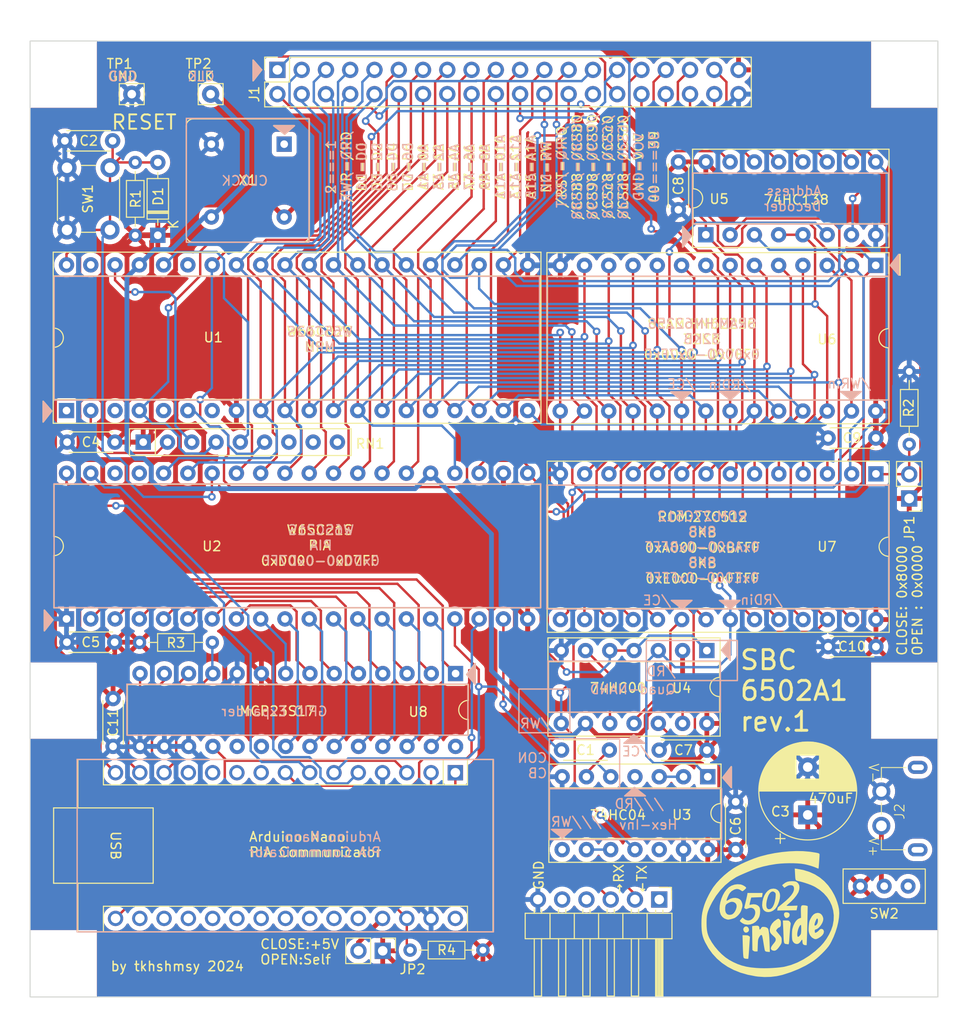
<source format=kicad_pcb>
(kicad_pcb (version 20221018) (generator pcbnew)
  (layers (0 "F.Cu" signal) (31 "B.Cu" signal) (34 "B.Paste" user) (35 "F.Paste" user) (36 "B.SilkS" user "B.Silkscreen") (37 "F.SilkS" user "F.Silkscreen") (38 "B.Mask" user) (39 "F.Mask" user) (44 "Edge.Cuts" user))
  (net 0 "")
  (net 1 "/TX")
  (net 2 "/RX")
  (net 3 "GND")
  (net 4 "/KBD_RDY")
  (net 5 "/CON_DA")
  (net 6 "/KBD_ST")
  (net 7 "/CON_RDA")
  (net 12 "/{slash}SS")
  (net 13 "/MOSI")
  (net 14 "/MISO")
  (net 15 "/SCK")
  (net 26 "/{slash}RST")
  (net 28 "Net-(C1-Pad1)")
  (net 29 "VCC")
  (net 30 "/{slash}RD")
  (net 31 "/{slash}WR")
  (net 32 "D0")
  (net 33 "D1")
  (net 34 "D2")
  (net 35 "D3")
  (net 36 "D4")
  (net 37 "D5")
  (net 38 "D6")
  (net 39 "D7")
  (net 40 "A0")
  (net 41 "A1")
  (net 42 "A2")
  (net 43 "A3")
  (net 44 "A4")
  (net 45 "A5")
  (net 46 "A6")
  (net 47 "A7")
  (net 48 "A8")
  (net 49 "A9")
  (net 50 "A10")
  (net 51 "A11")
  (net 52 "A12")
  (net 53 "A13")
  (net 54 "A14")
  (net 55 "A15")
  (net 56 "/R{slash}W")
  (net 57 "/{slash}NMI")
  (net 58 "/{slash}IRQ")
  (net 59 "/{slash}CS_80")
  (net 60 "/{slash}CS_88")
  (net 61 "/{slash}CS_90")
  (net 62 "/{slash}CS_98")
  (net 63 "/{slash}CS_c0")
  (net 64 "/{slash}CS_c8")
  (net 65 "/{slash}CS_d0")
  (net 66 "/{slash}CS_d8")
  (net 67 "+5V")
  (net 68 "/ROMBANK")
  (net 75 "/CLK")
  (net 77 "KBD0")
  (net 78 "KBD1")
  (net 79 "KBD2")
  (net 80 "KBD3")
  (net 81 "KBD4")
  (net 82 "KBD5")
  (net 83 "KBD6")
  (net 84 "KBD7")
  (net 85 "CON0")
  (net 86 "CON1")
  (net 87 "CON2")
  (net 88 "CON3")
  (net 89 "CON4")
  (net 90 "CON5")
  (net 91 "CON6")
  (net 92 "/CB2")
  (net 97 "Net-(U4-Pad10)")
  (net 98 "Net-(U7-~{CE})")
  (net 103 "/{slash}EXTRST")
  (net 108 "/{slash}SO")
  (net 109 "/BE")
  (net 110 "/RDY")
  (net 112 "Net-(U3-Pad2)")
  (net 113 "Net-(U3-Pad10)")
  (net 114 "VDD")
  (net 117 "unconnected-(J3-Pin_1-Pad1)")
  (footprint "Oscillator:Oscillator_DIP-8" (layer "F.Cu") (at 56.5912 40.7924 180)
    (fp_text reference "X1")
    (fp_text value "1MHz")
  )
  (footprint "Connector_PinSocket_2.54mm:PinSocket_2x20_P2.54mm_Vertical" (layer "F.Cu") (at 55.88 33.02 90)
    (fp_text reference "J1")
    (fp_text value "Conn_02x20_Odd_Even")
  )
  (footprint "MountingHole:MountingHole_3.2mm_M3" (layer "F.Cu") (at 122 127)
    (fp_text reference "H6" hide)
    (fp_text value "MountingHole")
  )
  (footprint "Capacitor_THT:C_Disc_D4.3mm_W1.9mm_P5.00mm" (layer "F.Cu") (at 90.6164 104.1688 180)
    (fp_text reference "C1")
    (fp_text value "0.01uF")
  )
  (footprint "Capacitor_THT:C_Disc_D4.3mm_W1.9mm_P5.00mm" (layer "F.Cu") (at 38.8766 71.9616 180)
    (fp_text reference "C4")
    (fp_text value "0.1u")
  )
  (footprint "Module:Arduino_Nano" (layer "F.Cu") (at 74.502 106.541 -90)
    (fp_text reference "A1" hide)
    (fp_text value "Arduino_Nano_v2.x")
  )
  (footprint "Package_DIP:DIP-14_W7.62mm_Socket" (layer "F.Cu") (at 100.8214 93.7648 -90)
    (fp_text reference "U4")
    (fp_text value "74HC00")
  )
  (footprint "Package_DIP:DIP-40_W15.24mm" (layer "F.Cu") (at 33.8112 90.4528 90)
    (fp_text reference "U2")
    (fp_text value "W65C21SxP")
  )
  (footprint "Connector_Pin:Pin_D0.9mm_L10.0mm_W2.4mm_FlatFork" (layer "F.Cu") (at 48.895 35.56)
    (fp_text reference "TP2")
    (fp_text value "TestPoint")
  )
  (footprint "Package_DIP:DIP-16_W7.62mm_Socket" (layer "F.Cu") (at 100.7148 50.27 90)
    (fp_text reference "U5")
    (fp_text value "74HC138")
  )
  (footprint "Capacitor_THT:C_Disc_D4.3mm_W1.9mm_P5.00mm" (layer "F.Cu") (at 38.6376 40.4426 180)
    (fp_text reference "C2")
    (fp_text value "0.1u")
  )
  (footprint "Diode_THT:D_DO-35_SOD27_P7.62mm_Horizontal" (layer "F.Cu") (at 43.3658 50.3232 90)
    (fp_text reference "D1")
    (fp_text value "1N4148")
  )
  (footprint "Capacitor_THT:C_Disc_D4.3mm_W1.9mm_P5.00mm" (layer "F.Cu") (at 100.8322 104.1788 180)
    (fp_text reference "C7")
    (fp_text value "0.1u")
  )
  (footprint "Capacitor_THT:C_Disc_D4.3mm_W1.9mm_P5.00mm" (layer "F.Cu") (at 38.6842 98.7844 -90)
    (fp_text reference "C11")
    (fp_text value "0.1u")
  )
  (footprint "Connector_PinHeader_2.54mm:PinHeader_1x02_P2.54mm_Vertical" (layer "F.Cu") (at 122 77.8544 180)
    (fp_text reference "JP1")
    (fp_text value "Jumper_2_Bridged")
  )
  (footprint "MountingHole:MountingHole_3.2mm_M3" (layer "F.Cu") (at 122 33)
    (fp_text reference "H2" hide)
    (fp_text value "MountingHole")
  )
  (footprint "MountingHole:MountingHole_3.2mm_M3" (layer "F.Cu") (at 33 127)
    (fp_text reference "H5" hide)
    (fp_text value "MountingHole")
  )
  (footprint "Package_DIP:DIP-40_W15.24mm_Socket" (layer "F.Cu") (at 33.8112 68.6596 90)
    (fp_text reference "U1")
    (fp_text value "W65C02SxP")
  )
  (footprint "Connector_Pin:Pin_D0.9mm_L10.0mm_W2.4mm_FlatFork" (layer "F.Cu") (at 40.64 35.56)
    (fp_text reference "TP1")
    (fp_text value "TestPoint")
  )
  (footprint "MountingHole:MountingHole_3.2mm_M3" (layer "F.Cu") (at 33 99)
    (fp_text reference "H3" hide)
    (fp_text value "MountingHole")
  )
  (footprint "sbc6502a1:SS-12D00G3" (layer "F.Cu") (at 119.38 118.408)
    (fp_text reference "SW2")
    (fp_text value "SW_SPDT")
  )
  (footprint "MountingHole:MountingHole_3.2mm_M3" (layer "F.Cu") (at 33 33)
    (fp_text reference "H1" hide)
    (fp_text value "MountingHole")
  )
  (footprint "Connector_PinHeader_2.54mm:PinHeader_1x02_P2.54mm_Vertical" (layer "F.Cu") (at 66.9036 125.1712 -90)
    (fp_text reference "JP2")
    (fp_text value "Jumper_2_Open")
  )
  (footprint "Resistor_THT:R_Axial_DIN0204_L3.6mm_D1.6mm_P7.62mm_Horizontal" (layer "F.Cu") (at 41.0036 50.3232 90)
    (fp_text reference "R1")
    (fp_text value "10k")
  )
  (footprint "Package_DIP:DIP-28_W15.24mm_Socket" (layer "F.Cu") (at 118.4948 53.4704 -90)
    (fp_text reference "U6")
    (fp_text value "HM62256BLP")
  )
  (footprint "Package_DIP:DIP-14_W7.62mm_Socket" (layer "F.Cu") (at 100.918 106.9628 -90)
    (fp_text reference "U3")
    (fp_text value "74HC04")
  )
  (footprint "Capacitor_THT:C_Disc_D4.3mm_W1.9mm_P5.00mm" (layer "F.Cu") (at 118.5164 93.3484 180)
    (fp_text reference "C10")
    (fp_text value "0.1u")
  )
  (footprint "MountingHole:MountingHole_3.2mm_M3" (layer "F.Cu") (at 122 99)
    (fp_text reference "H4" hide)
    (fp_text value "MountingHole")
  )
  (footprint "Resistor_THT:R_Axial_DIN0204_L3.6mm_D1.6mm_P7.62mm_Horizontal" (layer "F.Cu") (at 41.4528 92.9132)
    (fp_text reference "R3")
    (fp_text value "10k")
  )
  (footprint "Package_DIP:DIP-28_W7.62mm" (layer "F.Cu") (at 74.5274 96.1678 -90)
    (fp_text reference "U8")
    (fp_text value "MCP23S17_SP")
  )
  (footprint "sbc6502a1:A295-CTRPB-1" (layer "F.Cu") (at 119.085461 110.3 -90)
    (fp_text reference "J2")
    (fp_text value "Conn_Coaxial_Power")
  )
  (footprint "Connector_PinHeader_2.54mm:PinHeader_1x06_P2.54mm_Horizontal" (layer "F.Cu") (at 95.8404 119.8056 -90)
    (fp_text reference "J3" hide)
    (fp_text value "Conn_01x06")
  )
  (footprint "Capacitor_THT:CP_Radial_D10.0mm_P5.00mm" (layer "F.Cu") (at 111.379 110.952677 90)
    (fp_text reference "C3")
    (fp_text value "470uF")
  )
  (footprint "Package_DIP:DIP-28_W15.24mm_Socket" (layer "F.Cu") (at 118.517 75.2804 -90)
    (fp_text reference "U7")
    (fp_text value "27C512")
  )
  (footprint "Capacitor_THT:C_Disc_D4.3mm_W1.9mm_P5.00mm" (layer "F.Cu") (at 118.5056 71.5298 180)
    (fp_text reference "C9")
    (fp_text value "0.1u")
  )
  (footprint "Resistor_THT:R_Axial_DIN0204_L3.6mm_D1.6mm_P7.62mm_Horizontal" (layer "F.Cu") (at 122 72.1902 90)
    (fp_text reference "R2")
    (fp_text value "10k")
  )
  (footprint "sbc6502a1:6502inside-logo" (layer "F.Cu") (at 107.569 121.412)
    (fp_text reference "G***" hide)
    (fp_text value "LOGO" hide)
  )
  (footprint "Button_Switch_THT:SW_PUSH_6mm" (layer "F.Cu") (at 33.862 49.762 90)
    (fp_text reference "SW1")
    (fp_text value "SW_Push")
  )
  (footprint "Capacitor_THT:C_Disc_D4.3mm_W1.9mm_P5.00mm" (layer "F.Cu") (at 38.8512 92.8912 180)
    (fp_text reference "C5")
    (fp_text value "0.1u")
  )
  (footprint "Capacitor_THT:C_Disc_D4.3mm_W1.9mm_P5.00mm" (layer "F.Cu") (at 103.839 114.5828 90)
    (fp_text reference "C6")
    (fp_text value "0.1u")
  )
  (footprint "Resistor_THT:R_Axial_DIN0204_L3.6mm_D1.6mm_P7.62mm_Horizontal" (layer "F.Cu") (at 77.3888 125.095 180)
    (fp_text reference "R4")
    (fp_text value "10k")
  )
  (footprint "Resistor_THT:R_Array_SIP9" (layer "F.Cu") (at 41.8376 71.9616)
    (fp_text reference "RN1")
    (fp_text value "10kx8" hide)
  )
  (footprint "Capacitor_THT:C_Disc_D4.3mm_W1.9mm_P5.00mm" (layer "F.Cu") (at 97.8446 42.65 -90)
    (fp_text reference "C8")
    (fp_text value "0.1u")
  )
  (gr_rect (start 84.328 108.204) (end 102.362 113.538) (stroke (width 0.15)) (fill none) (layer "B.SilkS"))
  (gr_rect (start 32.512 76.327) (end 83.439 89.281) (stroke (width 0.15)) (fill none) (layer "B.SilkS"))
  (gr_poly (pts (xy 115.951 67.564) (xy 116.967 66.675) (xy 114.808 66.675)) (stroke (width 0.15)) (fill solid) (layer "B.SilkS"))
  (gr_poly (pts (xy 98.2472 89.408) (xy 99.2632 88.519) (xy 97.1042 88.519)) (stroke (width 0.15)) (fill solid) (layer "B.SilkS"))
  (gr_rect (start 84.201 94.869) (end 102.235 100.203) (stroke (width 0.15)) (fill none) (layer "B.SilkS"))
  (gr_poly (pts (xy 75.692 96.266) (xy 76.581 97.282) (xy 76.581 95.123)) (stroke (width 0.15)) (fill solid) (layer "B.SilkS"))
  (gr_poly (pts (xy 85.6996 113.3602) (xy 86.7156 112.4712) (xy 84.5566 112.4712)) (stroke (width 0.15)) (fill solid) (layer "B.SilkS"))
  (gr_rect (start 40.132 97.282) (end 75.819 102.616) (stroke (width 0.15)) (fill none) (layer "B.SilkS"))
  (gr_rect (start 84.074 76.454) (end 119.888 89.408) (stroke (width 0.15)) (fill none) (layer "B.SilkS"))
  (gr_rect (start 46.355 38.1) (end 59.182 51.054) (stroke (width 0.15)) (fill none) (layer "B.SilkS"))
  (gr_rect (start 34.925 105.156) (end 78.486 123.19) (stroke (width 0.15)) (fill none) (layer "B.SilkS"))
  (gr_poly (pts (xy 102.362 93.726) (xy 103.251 94.742) (xy 103.251 92.583)) (stroke (width 0.15)) (fill solid) (layer "B.SilkS"))
  (gr_poly (pts (xy 103.2764 67.5386) (xy 104.2924 66.6496) (xy 102.1334 66.6496)) (stroke (width 0.15)) (fill solid) (layer "B.SilkS"))
  (gr_poly (pts (xy 98.1964 67.5894) (xy 99.2124 66.7004) (xy 97.0534 66.7004)) (stroke (width 0.15)) (fill solid) (layer "B.SilkS"))
  (gr_rect (start 84.074 54.61) (end 119.888 67.564) (stroke (width 0.15)) (fill none) (layer "B.SilkS"))
  (gr_poly (pts (xy 120.015 53.467) (xy 120.904 54.483) (xy 120.904 52.324)) (stroke (width 0.15)) (fill solid) (layer "B.SilkS"))
  (gr_poly (pts (xy 32.258 68.707) (xy 31.369 67.691) (xy 31.369 69.85)) (stroke (width 0.15)) (fill solid) (layer "B.SilkS"))
  (gr_poly (pts (xy 56.642 39.751) (xy 57.658 38.862) (xy 55.499 38.862)) (stroke (width 0.15)) (fill solid) (layer "B.SilkS"))
  (gr_rect (start 99.314 43.815) (end 119.888 49.149) (stroke (width 0.15)) (fill none) (layer "B.SilkS"))
  (gr_rect (start 94.488 92.71) (end 104.013 96.901) (stroke (width 0.15)) (fill none) (layer "B.SilkS"))
  (gr_poly (pts (xy 102.489 107.061) (xy 103.378 108.077) (xy 103.378 105.918)) (stroke (width 0.15)) (fill solid) (layer "B.SilkS"))
  (gr_poly (pts (xy 103.2764 89.408) (xy 104.2924 88.519) (xy 102.1334 88.519)) (stroke (width 0.15)) (fill solid) (layer "B.SilkS"))
  (gr_poly (pts (xy 93.1672 102.5652) (xy 92.1512 103.4542) (xy 94.3102 103.4542)) (stroke (width 0.15)) (fill solid) (layer "B.SilkS"))
  (gr_poly (pts (xy 99.187 50.419) (xy 98.298 49.403) (xy 98.298 51.562)) (stroke (width 0.15)) (fill solid) (layer "B.SilkS"))
  (gr_poly (pts (xy 93.2434 108.077) (xy 92.2274 108.966) (xy 94.3864 108.966)) (stroke (width 0.15)) (fill solid) (layer "B.SilkS"))
  (gr_rect (start 32.512 54.61) (end 83.312 67.564) (stroke (width 0.15)) (fill none) (layer "B.SilkS"))
  (gr_rect (start 81.153 97.79) (end 86.487 102.362) (stroke (width 0.15)) (fill none) (layer "B.SilkS"))
  (gr_poly (pts (xy 54.229 33.02) (xy 53.34 32.004) (xy 53.34 34.163)) (stroke (width 0.15)) (fill solid) (layer "B.SilkS"))
  (gr_poly (pts (xy 32.385 90.551) (xy 31.496 89.535) (xy 31.496 91.694)) (stroke (width 0.15)) (fill solid) (layer "B.SilkS"))
  (gr_rect (start 84.328 102.997) (end 91.694 108.204) (stroke (width 0.15)) (fill none) (layer "B.SilkS"))
  (gr_poly (pts (xy 56.642 39.751) (xy 57.658 38.862) (xy 55.499 38.862)) (stroke (width 0.15)) (fill solid) (layer "F.SilkS"))
  (gr_poly (pts (xy 99.187 50.419) (xy 98.298 49.403) (xy 98.298 51.562)) (stroke (width 0.15)) (fill solid) (layer "F.SilkS"))
  (gr_poly (pts (xy 75.692 96.266) (xy 76.581 97.282) (xy 76.581 95.123)) (stroke (width 0.15)) (fill solid) (layer "F.SilkS"))
  (gr_poly (pts (xy 54.229 33.02) (xy 53.34 32.004) (xy 53.34 34.163)) (stroke (width 0.15)) (fill solid) (layer "F.SilkS"))
  (gr_poly (pts (xy 120.142 53.467) (xy 121.031 54.483) (xy 121.031 52.324)) (stroke (width 0.15)) (fill solid) (layer "F.SilkS"))
  (gr_poly (pts (xy 102.489 107.061) (xy 103.378 108.077) (xy 103.378 105.918)) (stroke (width 0.15)) (fill solid) (layer "F.SilkS"))
  (gr_poly (pts (xy 102.362 93.726) (xy 103.251 94.742) (xy 103.251 92.583)) (stroke (width 0.15)) (fill solid) (layer "F.SilkS"))
  (gr_poly (pts (xy 32.385 90.551) (xy 31.496 89.535) (xy 31.496 91.694)) (stroke (width 0.15)) (fill solid) (layer "F.SilkS"))
  (gr_poly (pts (xy 32.258 68.707) (xy 31.369 67.691) (xy 31.369 69.85)) (stroke (width 0.15)) (fill solid) (layer "F.SilkS"))
  (gr_rect locked (start 30 30) (end 125 130) (stroke (width 0.1)) (fill none) (layer "Edge.Cuts"))
  (gr_text "///WR" (at 89.916 112.268) (layer "B.SilkS") (effects (font (size 1 1)) (justify left bottom mirror)))
  (gr_text "CLK" (at 49.403 34.29) (layer "B.SilkS") (effects (font (size 1 1)) (justify left bottom mirror)))
  (gr_text "/WRin" (at 118.11 66.421) (layer "B.SilkS") (effects (font (size 1 1)) (justify left bottom mirror)))
  (gr_text "///RD" (at 96.4184 110.3884) (layer "B.SilkS") (effects (font (size 1 1)) (justify left bottom mirror)))
  (gr_text "Hex-Inv" (at 97.8408 112.5728) (layer "B.SilkS") (effects (font (size 1 1)) (justify left bottom mirror)))
  (gr_text "W65C02S\nMPU\n" (at 60.325 62.611) (layer "B.SilkS") (effects (font (size 1 1)) (justify bottom mirror)))
  (gr_text "/RD" (at 97.663 96.52) (layer "B.SilkS") (effects (font (size 1 1)) (justify left bottom mirror)))
  (gr_text "Arduino Nano\nPIA Communicator" (at 66.802 115.443) (layer "B.SilkS") (effects (font (size 1 1)) (justify left bottom mirror)))
  (gr_text "/WR" (at 84.582 101.981) (layer "B.SilkS") (effects (font (size 1 1)) (justify left bottom mirror)))
  (gr_text "SRAM:HM62256\n32KB\n0x0000-0x7FFF" (at 100.33 63.373) (layer "B.SilkS") (effects (font (size 1 1)) (justify bottom mirror)))
  (gr_text "GND" (at 41.275 34.29) (layer "B.SilkS") (effects (font (size 1 1)) (justify left bottom mirror)))
  (gr_text "Quad-NAND" (at 97.6376 98.3996) (layer "B.SilkS") (effects (font (size 1 1)) (justify left bottom mirror)))
  (gr_text "/RDin" (at 108.8644 89.0524) (layer "B.SilkS") (effects (font (size 1 1)) (justify left bottom mirror)))
  (gr_text "/CE" (at 97.1804 89.1032) (layer "B.SilkS") (effects (font (size 1 1)) (justify left bottom mirror)))
  (gr_text "CON\nCB" (at 84.201 107.188) (layer "B.SilkS") (effects (font (size 1 1)) (justify left bottom mirror)))
  (gr_text "ROM:27C512\n8KB\n0xA000-0xBFFF\n8KB\n0xE000-0xFFFF" (at 100.33 86.741) (layer "B.SilkS") (effects (font (size 1 1)) (justify bottom mirror)))
  (gr_text "/CE" (at 94.996 104.902) (layer "B.SilkS") (effects (font (size 1 1)) (justify left bottom mirror)))
  (gr_text "/CE" (at 99.7204 66.4718) (layer "B.SilkS") (effects (font (size 1 1)) (justify left bottom mirror)))
  (gr_text "Address\nDecoder" (at 112.903 47.879) (layer "B.SilkS") (effects (font (size 1 1)) (justify left bottom mirror)))
  (gr_text "1===2\n/RD=/WR\nD0=D1\nD2=D3\nD4=D5\nD6=D7\nA0=A1\nA2=A3\nA4=A5\nA6=A7\nA8=A9\nA10=A11\nA12=A13\nA14=A15\nRW=NC\n/IRQ=/RST\n/CS80=/CS88\n/CS90=/CS98\n/CSc0=/CSc8\n/CSd0=/CSd8\nVCC=GND\n39===40" (at 95.885 43.18 90) (layer "B.SilkS") (effects (font (size 1 1)) (justify bottom mirror)))
  (gr_text "/RDin" (at 105.5116 66.548) (layer "B.SilkS") (effects (font (size 1 1)) (justify left bottom mirror)))
  (gr_text "CLOCK" (at 54.991 45.212) (layer "B.SilkS") (effects (font (size 1 1)) (justify left bottom mirror)))
  (gr_text "W65C21S\nPIA\n0xD000-0xD7FF" (at 60.452 84.963) (layer "B.SilkS") (effects (font (size 1 1)) (justify bottom mirror)))
  (gr_text "GPIO Expander" (at 61.214 100.711) (layer "B.SilkS") (effects (font (size 1 1)) (justify left bottom mirror)))
  (gr_text "by tkhshmsy 2024" (at 38.354 127.381) (layer "F.SilkS") (effects (font (size 1 1)) (justify left bottom)))
  (gr_text "ROM:27C512\n8KB\n0xA000-0xBFFF\n8KB\n0xE000-0xFFFF" (at 100.3808 86.8172) (layer "F.SilkS") (effects (font (size 1 1)) (justify bottom)))
  (gr_text "W65C02S\nMPU\n" (at 60.2996 62.5856) (layer "F.SilkS") (effects (font (size 1 1)) (justify bottom)))
  (gr_text "SBC\n6502A1\nrev.1" (at 104.14 102.362) (layer "F.SilkS") (effects (font (size 2 2) (thickness 0.3)) (justify left bottom)))
  (gr_text "←TX" (at 94.615 119.253 90) (layer "F.SilkS") (effects (font (size 1 1)) (justify left bottom)))
  (gr_text "SRAM:HM62256\n32KB\n0x0000-0x7FFF" (at 100.2792 63.3984) (layer "F.SilkS") (effects (font (size 1 1)) (justify bottom)))
  (gr_text "74HC00" (at 88.4936 98.2472) (layer "F.SilkS") (effects (font (size 1 1)) (justify left bottom)))
  (gr_text "CLOSE: 0x8000\nOPEN : 0x0000" (at 123.444 94.3864 90) (layer "F.SilkS") (effects (font (size 1 1)) (justify left bottom)))
  (gr_text "GND" (at 83.82 118.872 90) (layer "F.SilkS") (effects (font (size 1 1)) (justify left bottom)))
  (gr_text "74HC04" (at 88.4936 111.5568) (layer "F.SilkS") (effects (font (size 1 1)) (justify left bottom)))
  (gr_text "2===1\n/WR-/RD\nD1-D0\nD3-D2\nD5-D4\nD7-D6\nA1-A0\nA3-A2\nA5-A4\nA7-A6\nA9-A8\nA11-A10\nA13-A12\nA15-A14\nNC-RW\n/RST-/IRQ\n/CS88-/CS80\n/CS98-/CS90\n/CSc8-/CSc0\n/CSd8-/CSd0\nGND-VCC\n40===39" (at 95.885 43.18 90) (layer "F.SilkS") (effects (font (size 1 1)) (justify bottom)))
  (gr_text "→RX" (at 92.202 119.38 90) (layer "F.SilkS") (effects (font (size 1 1)) (justify left bottom)))
  (gr_text "CLK" (at 46.355 34.29) (layer "F.SilkS") (effects (font (size 1 1)) (justify left bottom)))
  (gr_text "Arduino Nano\nPIA Communicator" (at 52.832 115.443) (layer "F.SilkS") (effects (font (size 1 1)) (justify left bottom)))
  (gr_text "RESET" (at 38.4076 39.3726) (layer "F.SilkS") (effects (font (size 1.5 1.5) (thickness 0.2)) (justify left bottom)))
  (gr_text "MCP23S17" (at 51.816 100.6856) (layer "F.SilkS") (effects (font (size 1 1)) (justify left bottom)))
  (gr_text "W65C21S\nPIA\n0xD000-0xD7FF" (at 60.2996 84.963) (layer "F.SilkS") (effects (font (size 1 1)) (justify bottom)))
  (gr_text "CLOSE:+5V\nOPEN:Self" (at 53.9954 126.6698) (layer "F.SilkS") (effects (font (size 1 1)) (justify left bottom)))
  (gr_text "GND" (at 38.1 34.29) (layer "F.SilkS") (effects (font (size 1 1)) (justify left bottom)))
  (gr_text "74HC138" (at 106.68 47.1932) (layer "F.SilkS") (effects (font (size 1 1)) (justify left bottom)))
  (segment (start 77.5208 117.3988) (end 91.4354 117.3988) (width 0.25) (layer "F.Cu") (net 1))
  (segment (start 74.502 114.38) (end 77.5208 117.3988) (width 0.25) (layer "F.Cu") (net 1))
  (segment (start 93.3004 119.2638) (end 93.3004 119.8056) (width 0.25) (layer "F.Cu") (net 1))
  (segment (start 91.4354 117.3988) (end 93.3004 119.2638) (width 0.25) (layer "F.Cu") (net 1))
  (segment (start 74.502 106.541) (end 74.502 114.38) (width 0.25) (layer "F.Cu") (net 1))
  (segment (start 88.9886 118.0338) (end 90.7604 119.8056) (width 0.25) (layer "F.Cu") (net 2))
  (segment (start 71.962 113.237) (end 76.7588 118.0338) (width 0.25) (layer "F.Cu") (net 2))
  (segment (start 76.7588 118.0338) (end 88.9886 118.0338) (width 0.25) (layer "F.Cu") (net 2))
  (segment (start 71.962 106.541) (end 71.962 113.237) (width 0.25) (layer "F.Cu") (net 2))
  (segment (start 80.8355 69.191667) (end 80.8212 69.177367) (width 0.5) (layer "F.Cu") (net 3))
  (segment (start 80.8212 69.177367) (end 80.8212 54.6696) (width 0.5) (layer "F.Cu") (net 3))
  (segment (start 80.8212 54.6696) (end 82.0712 53.4196) (width 0.5) (layer "F.Cu") (net 3))
  (segment (start 80.8355 69.977) (end 80.8355 69.191667) (width 0.5) (layer "F.Cu") (net 3))
  (via (at 80.8355 69.977) (size 0.8) (drill 0.4) (layers "F.Cu" "B.Cu") (net 3))
  (segment (start 120.463 66.1072) (end 122 64.5702) (width 0.5) (layer "B.Cu") (net 3))
  (segment (start 33.8112 92.8512) (end 33.8512 92.8912) (width 0.5) (layer "B.Cu") (net 3))
  (segment (start 114.681 39.878) (end 113.411 38.608) (width 0.5) (layer "B.Cu") (net 3))
  (segment (start 90.663167 92.202) (end 91.827 91.038167) (width 0.5) (layer "B.Cu") (net 3))
  (segment (start 112.187 92.019) (end 112.187 84.247) (width 0.5) (layer "B.Cu") (net 3))
  (segment (start 124.1 66.6702) (end 122 64.5702) (width 0.5) (layer "B.Cu") (net 3))
  (segment (start 42.732 105.0124) (end 41.5074 103.7878) (width 0.5) (layer "B.Cu") (net 3))
  (segment (start 111.506 38.862) (end 111.252 38.608) (width 0.5) (layer "B.Cu") (net 3))
  (segment (start 101.981 45.632) (end 101.981 37.719) (width 0.5) (layer "B.Cu") (net 3))
  (segment (start 119.7448 42.132233) (end 117.419284 39.806716) (width 0.5) (layer "B.Cu") (net 3))
  (segment (start 46.5874 101.2478) (end 51.6674 96.1678) (width 0.5) (layer "B.Cu") (net 3))
  (segment (start 103.839 109.5828) (end 105.2462 108.1756) (width 0.5) (layer "B.Cu") (net 3))
  (segment (start 49.2635 108.7245) (end 49.2764 108.7374) (width 0.5) (layer "B.Cu") (net 3))
  (segment (start 122 64.5702) (end 122 44.387433) (width 0.5) (layer "B.Cu") (net 3))
  (segment (start 104.902 116.205) (end 98.679 116.205) (width 0.5) (layer "B.Cu") (net 3))
  (segment (start 113.5164 93.3484) (end 114.687 92.1778) (width 0.5) (layer "B.Cu") (net 3))
  (segment (start 45.593 86.36) (end 43.18 86.36) (width 0.5) (layer "B.Cu") (net 3))
  (segment (start 107.188 83.82) (end 109.728 83.82) (width 0.5) (layer "B.Cu") (net 3))
  (segment (start 82.3883 71.5298) (end 85.598 71.5298) (width 0.5) (layer "B.Cu") (net 3))
  (segment (start 104.527 84.207) (end 104.527 91.319) (width 0.5) (layer "B.Cu") (net 3))
  (segment (start 104.14 83.82) (end 104.527 84.207) (width 0.5) (layer "B.Cu") (net 3))
  (segment (start 45.272 105.0124) (end 44.0474 103.7878) (width 0.5) (layer "B.Cu") (net 3))
  (segment (start 37.6012 95.3608) (end 37.6012 86.8772) (width 0.5) (layer "B.Cu") (net 3))
  (segment (start 42.6812 91.325399) (end 42.6812 87.6392) (width 0.5) (layer "B.Cu") (net 3))
  (segment (start 94.367 91.307) (end 94.367 83.826) (width 0.5) (layer "B.Cu") (net 3))
  (segment (start 85.598 71.5298) (end 113.5056 71.5298) (width 0.5) (layer "B.Cu") (net 3))
  (segment (start 93.472 92.202) (end 94.367 91.307) (width 0.5) (layer "B.Cu") (net 3))
  (segment (start 85.598 71.5298) (end 85.497 71.6308) (width 0.5) (layer "B.Cu") (net 3))
  (segment (start 42.7974 102.4978) (end 42.7974 91.441599) (width 0.5) (layer "B.Cu") (net 3))
  (segment (start 120.396 83.82) (end 122.83 83.82) (width 0.5) (layer "B.Cu") (net 3))
  (segment (start 42.6812 87.6392) (end 41.402 86.36) (width 0.5) (layer "B.Cu") (net 3))
  (segment (start 98.679 116.205) (end 72.724 116.205) (width 0.5) (layer "B.Cu") (net 3))
  (segment (start 109.474 45.632) (end 109.601 45.505) (width 0.5) (layer "B.Cu") (net 3))
  (segment (start 80.8212 78.2812) (end 80.8212 77.978) (width 0.5) (layer "B.Cu") (net 3))
  (segment (start 107.0848 41.1048) (end 104.521 38.541) (width 0.5) (layer "B.Cu") (net 3))
  (segment (start 112.141 45.632) (end 114.681 45.632) (width 0.5) (layer "B.Cu") (net 3))
  (segment (start 35.052 86.36) (end 32.5612 86.36) (width 0.5) (layer "B.Cu") (net 3))
  (segment (start 104.521 38.541) (end 102.84 36.86) (width 0.5) (layer "B.Cu") (net 3))
  (segment (start 35.1316 92.8912) (end 35.052 92.8116) (width 0.5) (layer "B.Cu") (net 3))
  (segment (start 35.0612 70.777) (end 33.8766 71.9616) (width 0.5) (layer "B.Cu") (net 3))
  (segment (start 37.6012 86.8772) (end 37.084 86.36) (width 0.5) (layer "B.Cu") (net 3))
  (segment (start 113.5164 93.3484) (end 114.7664 94.5984) (width 0.5) (layer "B.Cu") (net 3))
  (segment (start 33.6376 43.0376) (end 33.862 43.262) (width 0.5) (layer "B.Cu") (net 3))
  (segment (start 108.585 38.608) (end 104.521 38.608) (width 0.5) (layer "B.Cu") (net 3))
  (segment (start 91.827 91.038167) (end 91.827 89.541) (width 0.5) (layer "B.Cu") (net 3))
  (segment (start 47.3714 39.1926) (end 48.9712 40.7924) (width 0.5) (layer "B.Cu") (net 3))
  (segment (start 109.607 91.038167) (end 109.607 83.941) (width 0.5) (layer "B.Cu") (net 3))
  (segment (start 49.2635 108.7245) (end 49.251 108.712) (width 0.5) (layer "B.Cu") (net 3))
  (segment (start 41.897733 108.7245) (end 40.192 107.018767) (width 0.5) (layer "B.Cu") (net 3))
  (segment (start 83.9776 75.2804) (end 80.899 78.359) (width 0.5) (layer "B.Cu") (net 3))
  (segment (start 39.243 86.36) (end 37.084 86.36) (width 0.5) (layer "B.Cu") (net 3))
  (segment (start 114.687 92.1778) (end 114.687 84.207) (width 0.5) (layer "B.Cu") (net 3))
  (segment (start 71.962 116.967) (end 71.962 115.998) (width 0.5) (layer "B.Cu") (net 3))
  (segment (start 85.4748 53.4704) (end 82.122 53.4704) (width 0.6) (layer "B.Cu") (net 3))
  (segment (start 80.8355 69.977) (end 80.8355 71.8185) (width 0.5) (layer "B.Cu") (net 3))
  (segment (start 114.3 83.82) (end 117.348 83.82) (width 0.5) (layer "B.Cu") (net 3))
  (segment (start 112.141 45.632) (end 112.141 39.497) (width 0.5) (layer "B.Cu") (net 3))
  (segment (start 87.1442 92.202) (end 88.519 92.202) (width 0.5) (layer "B.Cu") (net 3))
  (segment (start 40.192 107.018767) (end 40.192 105.2922) (width 0.5) (layer "B.Cu") (net 3))
  (segment (start 71.962 115.998) (end 80.9972 106.9628) (width 0.5) (layer "B.Cu") (net 3))
  (segment (start 35.0612 86.3508) (end 35.052 86.36) (width 0.5) (layer "B.Cu") (net 3))
  (segment (start 86.741 83.82) (end 89.154 83.82) (width 0.5) (layer "B.Cu") (net 3))
  (segment (start 78.232 74.422) (end 78.2412 74.4312) (width 0.5) (layer "B.Cu") (net 3))
  (segment (start 111.76 83.82) (end 114.3 83.82) (width 0.5) (layer "B.Cu") (net 3))
  (segment (start 46.5874 101.2478) (end 47.8374 99.9978) (width 0.5) (layer "B.Cu") (net 3))
  (segment (start 113.5164 93.3484) (end 111.917233 93.3484) (width 0.5) (layer "B.Cu") (net 3))
  (segment (start 40.64 39.1926) (end 47.3714 39.1926) (width 0.5) (layer "B.Cu") (net 3))
  (segment (start 113.411 38.608) (end 111.252 38.608) (width 0.5) (layer "B.Cu") (net 3))
  (segment (start 124.1 82.55) (end 124.1 66.6702) (width 0.5) (layer "B.Cu") (net 3))
  (segment (start 103.839 109.5828) (end 105.918 111.6618) (width 0.5) (layer "B.Cu") (net 3))
  (segment (start 85.5814 93.7648) (end 86.787 92.5592) (width 0.5) (layer "B.Cu") (net 3))
  (segment (start 44.0474 103.7878) (end 46.5874 103.7878) (width 0.5) (layer "B.Cu") (net 3))
  (segment (start 45.2974 102.5378) (end 45.2974 91.006767) (width 0.5) (layer "B.Cu") (net 3))
  (segment (start 46.950233 108.712) (end 46.937733 108.7245) (width 0.5) (layer "B.Cu") (net 3))
  (segment (start 112.141 39.497) (end 111.506 38.862) (width 0.5) (layer "B.Cu") (net 3))
  (segment (start 94.367 83.826) (end 94.361 83.82) (width 0.5) (layer "B.Cu") (net 3))
  (segment (start 104.527 91.319) (end 106.5564 93.3484) (width 0.5) (layer "B.Cu") (net 3))
  (segment (start 47.8374 99.9978) (end 47.8374 90.7634) (width 0.5) (layer "B.Cu") (net 3))
  (segment (start 106.5564 93.3484) (end 109.377233 93.3484) (width 0.5) (layer "B.Cu") (net 3))
  (segment (start 45.2212 88.4012) (end 43.18 86.36) (width 0.5) (layer "B.Cu") (net 3))
  (segment (start 45.2212 90.930567) (end 45.2212 88.4012) (width 0.5) (layer "B.Cu") (net 3))
  (segment (start 109.377233 93.3484) (end 107.067 91.038167) (width 0.5) (layer "B.Cu") (net 3))
  (segment (start 119.4292 94.5984) (end 122.2538 91.7738) (width 0.5) (layer "B.Cu") (net 3))
  (segment (start 120.463 83.753) (end 120.463 66.1072) (width 0.5) (layer "B.Cu") (net 3))
  (segment (start 46.5874 103.7878) (end 46.5874 101.2478) (width 0.5) (layer "B.Cu") (net 3))
  (segment (start 109.601 39.624) (end 108.585 38.608) (width 0.5) (layer "B.Cu") (net 3))
  (segment (start 121.9292 92.0984) (end 122.2538 91.7738) (width 0.5) (layer "B.Cu") (net 3))
  (segment (start 102.84 36.86) (end 104.14 35.56) (width 0.5) (layer "B.Cu") (net 3))
  (segment (start 95.368793 50.557) (end 97.8446 48.081193) (width 0.6) (layer "B.Cu") (net 3))
  (segment (start 80.899 78.348368) (end 80.899 78.359) (width 0.5) (layer "B.Cu") (net 3))
  (segment (start 80.8212 91.8702) (end 82.7158 93.7648) (width 0.5) (layer "B.Cu") (net 3))
  (segment (start 47.812 105.0124) (end 47.812 107.273) (width 0.5) (layer "B.Cu") (net 3))
  (segment (start 35.1316 92.8912) (end 37.6047 95.3643) (width 0.5) (layer "B.Cu") (net 3))
  (segment (start 37.6047 95.3643) (end 37.6012 95.3608) (width 0.5) (layer "B.Cu") (net 3))
  (segment (start 104.14 83.82) (end 107.188 83.82) (width 0.5) (layer "B.Cu") (net 3))
  (segment (start 90.663167 92.202) (end 93.472 92.202) (width 0.5) (layer "B.Cu") (net 3))
  (segment (start 91.821 83.82) (end 94.361 83.82) (width 0.5) (layer "B.Cu") (net 3))
  (segment (start 117.221 45.632) (end 117.221 40.005) (width 0.5) (layer "B.Cu") (net 3))
  (segment (start 33.8512 92.8912) (end 35.1316 92.8912) (width 0.5) (layer "B.Cu") (net 3))
  (segment (start 40.64 35.56) (end 40.64 39.1926) (width 0.5) (layer "B.Cu") (net 3))
  (segment (start 32.5612 89.2028) (end 33.8112 90.4528) (width 0.5) (layer "B.Cu") (net 3))
  (segment (start 117.348 83.82) (end 120.396 83.82) (width 0.5) (layer "B.Cu") (net 3))
  (segment (start 84.1794 73.9628) (end 85.497 75.2804) (width 0.5) (layer "B.Cu") (net 3))
  (segment (start 95.8322 104.1788) (end 97.0822 102.9288) (width 0.5) (layer "B.Cu") (net 3))
  (segment (start 114.916767 93.3484) (end 116.166767 92.0984) (width 0.5) (layer "B.Cu") (net 3))
  (segment (start 33.6376 40.4426) (end 34.8876 39.1926) (width 0.5) (layer "B.Cu") (net 3))
  (segment (start 109.474 45.632) (end 112.141 45.632) (width 0.5) (layer "B.Cu") (net 3))
  (segment (start 97.8446 47.65) (end 99.8626 45.632) (width 0.5) (layer "B.Cu") (net 3))
  (segment (start 46.5874 103.7878) (end 47.812 105.0124) (width 0.5) (layer "B.Cu") (net 3))
  (segment (start 105.918 111.6618) (end 105.918 115.189) (width 0.5) (layer "B.Cu") (net 3))
  (segment (start 40.259 98.0186) (end 40.259 102.5394) (width 0.5) (layer "B.Cu") (net 3))
  (segment (start 47.812 107.273) (end 49.2635 108.7245) (width 0.5) (layer "B.Cu") (net 3))
  (segment (start 42.7974 91.441599) (end 42.6812 91.325399) (width 0.5) (layer "B.Cu") (net 3))
  (segment (start 47.8374 90.7634) (end 47.7612 90.6872) (width 0.5) (layer "B.Cu") (net 3))
  (segment (start 40.192 105.2922) (end 38.6842 103.7844) (width 0.5) (layer "B.Cu") (net 3))
  (segment (start 98.378 114.5828) (end 98.378 115.904) (width 0.5) (layer "B.Cu") (net 3))
  (segment (start 35.052 92.8116) (end 35.052 86.36) (width 0.5) (layer "B.Cu") (net 3))
  (segment (start 124.1 89.9276) (end 124.1 82.55) (width 0.5) (layer "B.Cu") (net 3))
  (segment (start 80.899 78.359) (end 80.899 83.82) (width 0.5) (layer "B.Cu") (net 3))
  (segment (start 114.681 45.632) (end 114.681 39.878) (width 0.5) (layer "B.Cu") (net 3))
  (segment (start 85.497 71.6308) (end 85.497 75.2804) (width 0.5) (layer "B.Cu") (net 3))
  (segment (start 86.787 92.5592) (end 86.787 83.866) (width 0.5) (layer "B.Cu") (net 3))
  (segment (start 33.6376 40.4426) (end 33.6376 43.0376) (width 0.5) (layer "B.Cu") (net 3))
  (segment (start 33.8766 71.9616) (end 35.0612 73.1462) (width 0.5) (layer "B.Cu") (net 3))
  (segment (start 80.8355 69.977) (end 82.3883 71.5298) (width 0.5) (layer "B.Cu") (net 3))
  (segment (start 122.2538 91.7738) (end 124.1 89.9276) (width 0.5) (layer "B.Cu") (net 3))
  (segment (start 91.821 89.535) (end 91.821 83.82) (width 0.5) (layer "B.Cu") (net 3))
  (segment (start 32.5612 73.277) (end 32.5612 86.36) (width 0.5) (layer "B.Cu") (net 3))
  (segment (start 113.172567 35.56) (end 104.14 35.56) (width 0.5) (layer "B.Cu") (net 3))
  (segment (start 113.5164 93.3484) (end 114.916767 93.3484) (width 0.5) (layer "B.Cu") (net 3))
  (segment (start 80.9972 106.9628) (end 85.678 106.9628) (width 0.5) (layer "B.Cu") (net 3))
  (segment (start 117.267 90.998167) (end 117.267 83.901) (width 0.5) (layer "B.Cu") (net 3))
  (segment (start 33.862 43.262) (end 33.862 49.762) (width 0.5) (layer "B.Cu") (net 3))
  (segment (start 46.937733 108.7245) (end 44.397733 108.7245) (width 0.5) (layer "B.Cu") (net 3))
  (segment (start 117.641 45.632) (end 118.4948 46.4858) (width 0.5) (layer "B.Cu") (net 3))
  (segment (start 40.1812 87.2982) (end 39.243 86.36) (width 0.5) (layer "B.Cu") (net 3))
  (segment (start 66.882 116.701) (end 71.962 121.781) (width 0.5) (layer "B.Cu") (net 3))
  (segment (start 101.981 45.632) (end 104.521 45.632) (width 0.5) (layer "B.Cu") (net 3))
  (segment (start 32.5612 86.36) (end 32.5612 89.2028) (width 0.5) (layer "B.Cu") (net 3))
  (segment (start 82.7158 93.7648) (end 85.5814 93.7648) (width 0.5) (layer "B.Cu") (net 3))
  (segment (start 107.067 83.941) (end 107.188 83.82) (width 0.5) (layer "B.Cu") (net 3))
  (segment (start 110.367215 108.1756) (end 111.379 107.163815) (width 0.5) (layer "B.Cu") (net 3))
  (segment (start 80.528633 77.978) (end 80.396316 77.845684) (width 0.5) (layer "B.Cu") (net 3))
  (segment (start 71.962 121.781) (end 71.962 116.967) (width 0.5) (layer "B.Cu") (net 3))
  (segment (start 104.521 45.632) (end 104.521 38.608) (width 0.5) (layer "B.Cu") (net 3))
  (segment (start 89.287 91.434) (end 89.287 83.953) (width 0.5) (layer "B.Cu") (net 3))
  (segment (start 35.0612 73.1462) (end 35.0612 86.3508) (width 0.5) (layer "B.Cu") (net 3))
  (segment (start 66.882 108.8678) (end 66.882 116.701) (width 0.5) (layer "B.Cu") (net 3))
  (segment (start 98.378 115.904) (end 98.679 116.205) (width 0.5) (layer "B.Cu") (net 3))
  (segment (start 40.259 98.0186) (end 40.1812 97.9408) (width 0.5) (layer "B.Cu") (net 3))
  (segment (start 41.5074 103.7878) (end 42.7974 102.4978) (width 0.5) (layer "B.Cu") (net 3))
  (segment (start 104.521 38.608) (end 104.521 38.541) (width 0.5) (layer "B.Cu") (net 3))
  (segment (start 66.7516 108.7374) (end 66.882 108.8678) (width 0.5) (layer "B.Cu") (net 3))
  (segment (start 109.601 45.505) (end 109.601 39.624) (width 0.5) (layer "B.Cu") (net 3))
  (segment (start 116.166767 92.0984) (end 121.9292 92.0984) (width 0.5) (layer "B.Cu") (net 3))
  (segment (start 107.5599 99.3049) (end 113.5164 93.3484) (width 0.5) (layer "B.Cu") (net 3))
  (segment (start 41.4746 103.8206) (end 41.5074 103.7878) (width 0.5) (layer "B.Cu") (net 3))
  (segment (start 85.497 75.2804) (end 83.9776 75.2804) (width 0.5) (layer "B.Cu") (net 3))
  (segment (start 114.687 84.207) (end 114.3 83.82) (width 0.5) (layer "B.Cu") (net 3))
  (segment (start 94.361 83.82) (end 104.14 83.82) (width 0.5) (layer "B.Cu") (net 3))
  (segment (start 82.122 53.4704) (end 82.0712 53.4196) (width 0.6) (layer "B.Cu") (net 3))
  (segment (start 111.379 107.163815) (end 111.379 105.952677) (width 0.5) (layer "B.Cu") (net 3))
  (segment (start 80.8212 77.978) (end 80.8212 74.695033) (width 0.5) (layer "B.Cu") (net 3))
  (segment (start 44.397733 108.7245) (end 42.732 107.058767) (width 0.5) (layer "B.Cu") (net 3))
  (segment (start 47.7612 88.5282) (end 45.593 86.36) (width 0.5) (layer "B.Cu") (net 3))
  (segment (start 107.315 45.632) (end 107.0848 45.4018) (width 0.5) (layer "B.Cu") (net 3))
  (segment (start 86.787 83.866) (end 86.741 83.82) (width 0.5) (layer "B.Cu") (net 3))
  (segment (start 88.519 92.202) (end 89.287 91.434) (width 0.5) (layer "B.Cu") (net 3))
  (segment (start 80.899 83.82) (end 86.741 83.82) (width 0.5) (layer "B.Cu") (net 3))
  (segment (start 105.918 115.189) (end 104.902 116.205) (width 0.5) (layer "B.Cu") (net 3))
  (segment (start 117.221 45.632) (end 117.641 45.632) (width 0.5) (layer "B.Cu") (net 3))
  (segment (start 88.3882 50.557) (end 95.368793 50.557) (width 0.6) (layer "B.Cu") (net 3))
  (segment (start 72.724 116.205) (end 71.962 116.967) (width 0.5) (layer "B.Cu") (net 3))
  (segment (start 89.154 83.82) (end 91.821 83.82) (width 0.5) (layer "B.Cu") (net 3))
  (segment (start 114.916767 93.3484) (end 117.267 90.998167) (width 0.5) (layer "B.Cu") (net 3))
  (segment (start 97.8446 48.081193) (end 97.8446 47.65) (width 0.6) (layer "B.Cu") (net 3))
  (segment (start 97.8446 47.65) (end 96.139 45.9444) (width 0.5) (layer "B.Cu") (net 3))
  (segment (start 104.521 45.632) (end 107.315 45.632) (width 0.5) (layer "B.Cu") (net 3))
  (segment (start 99.8626 45.632) (end 101.981 45.632) (width 0.5) (layer "B.Cu") (net 3))
  (segment (start 96.139 41.91) (end 100.584 37.465) (width 0.5) (layer "B.Cu") (net 3))
  (segment (start 47.7612 90.6872) (end 47.7612 88.5282) (width 0.5) (layer "B.Cu") (net 3))
  (segment (start 97.0822 102.9288) (end 103.742 102.9288) (width 0.5) (layer "B.Cu") (net 3))
  (segment (start 89.287 83.953) (end 89.154 83.82) (width 0.5) (layer "B.Cu") (net 3))
  (segment (start 122.83 83.82) (end 124.1 82.55) (width 0.5) (layer "B.Cu") (net 3))
  (segment (start 112.187 84.247) (end 111.76 83.82) (width 0.5) (layer "B.Cu") (net 3))
  (segment (start 38.6842 103.8206) (end 41.4746 103.8206) (width 0.5) (layer "B.Cu") (net 3))
  (segment (start 96.139 45.9444) (end 96.139 41.91) (width 0.5) (layer "B.Cu") (net 3))
  (segment (start 109.607 83.941) (end 109.728 83.82) (width 0.5) (layer "B.Cu") (net 3))
  (segment (start 45.2974 91.006767) (end 45.2212 90.930567) (width 0.5) (layer "B.Cu") (net 3))
  (segment (start 118.4948 46.4858) (end 118.4948 50.27) (width 0.5) (layer "B.Cu") (net 3))
  (segment (start 37.084 86.36) (end 35.052 86.36) (width 0.5) (layer "B.Cu") (net 3))
  (segment (start 111.379 105.952677) (end 116.538138 105.952677) (width 0.5) (layer "B.Cu") (net 3))
  (segment (start 109.728 83.82) (end 111.76 83.82) (width 0.5) (layer "B.Cu") (net 3))
  (segment (start 117.267 83.901) (end 117.348 83.82) (width 0.5) (layer "B.Cu") (net 3))
  (segment (start 88.519 92.202) (end 90.663167 92.202) (width 0.5) (layer "B.Cu") (net 3))
  (segment (start 41.5074 103.7878) (end 44.0474 103.7878) (width 0.5) (layer "B.Cu") (net 3))
  (segment (start 80.899 78.359) (end 80.8212 78.2812) (width 0.5) (layer "B.Cu") (net 3))
  (segment (start 103.742 102.9288) (end 103.839 103.0258) (width 0.5) (layer "B.Cu") (net 3))
  (segment (start 33.8766 71.9616) (end 32.5612 73.277) (width 0.5) (layer "B.Cu") (net 3))
  (segment (start 91.827 89.541) (end 91.821 89.535) (width 0.5) (layer "B.Cu") (net 3))
  (segment (start 66.882 106.541) (end 66.882 108.8678) (width 0.5) (layer "B.Cu") (net 3))
  (segment (start 33.8112 90.4528) (end 33.8112 92.8512) (width 0.5) (layer "B.Cu") (net 3))
  (segment (start 49.251 108.712) (end 46.950233 108.712) (width 0.5) (layer "B.Cu") (net 3))
  (segment (start 116.538138 105.952677) (end 119.085461 108.5) (width 0.5) (layer "B.Cu") (net 3))
  (segment (start 114.681 45.632) (end 117.221 45.632) (width 0.5) (layer "B.Cu") (net 3))
  (segment (start 117.419284 39.806716) (end 113.172567 35.56) (width 0.5) (layer "B.Cu") (net 3))
  (segment (start 80.396316 77.845684) (end 80.899 78.348368) (width 0.5) (layer "B.Cu") (net 3))
  (segment (start 113.5164 93.3484) (end 112.187 92.019) (width 0.5) (layer "B.Cu") (net 3))
  (segment (start 35.0612 50.9612) (end 35.0612 70.777) (width 0.5) (layer "B.Cu") (net 3))
  (segment (start 44.397733 108.7245) (end 41.897733 108.7245) (width 0.5) (layer "B.Cu") (net 3))
  (segment (start 111.252 38.608) (end 108.585 38.608) (width 0.5) (layer "B.Cu") (net 3))
  (segment (start 44.0474 103.7878) (end 45.2974 102.5378) (width 0.5) (layer "B.Cu") (net 3))
  (segment (start 103.839 109.5828) (end 103.839 103.0258) (width 0.5) (layer "B.Cu") (net 3))
  (segment (start 41.402 86.36) (end 39.243 86.36) (width 0.5) (layer "B.Cu") (net 3))
  (segment (start 78.2412 74.4312) (end 78.2412 75.690567) (width 0.5) (layer "B.Cu") (net 3))
  (segment (start 85.4748 53.4704) (end 88.3882 50.557) (width 0.6) (layer "B.Cu") (net 3))
  (segment (start 105.2462 108.1756) (end 110.367215 108.1756) (width 0.5) (layer "B.Cu") (net 3))
  (segment (start 80.8212 74.695033) (end 81.553433 73.9628) (width 0.5) (layer "B.Cu") (net 3))
  (segment (start 111.917233 93.3484) (end 109.607 91.038167) (width 0.5) (layer "B.Cu") (net 3))
  (segment (start 107.067 91.038167) (end 107.067 83.941) (width 0.5) (layer "B.Cu") (net 3))
  (segment (start 34.8876 39.1926) (end 40.64 39.1926) (width 0.5) (layer "B.Cu") (net 3))
  (segment (start 122 44.387433) (end 119.7448 42.132233) (width 0.5) (layer "B.Cu") (net 3))
  (segment (start 120.396 83.82) (end 120.463 83.753) (width 0.5) (layer "B.Cu") (net 3))
  (segment (start 45.272 107.058767) (end 45.272 105.0124) (width 0.5) (layer "B.Cu") (net 3))
  (segment (start 80.8355 71.8185) (end 78.232 74.422) (width 0.5) (layer "B.Cu") (net 3))
  (segment (start 43.18 86.36) (end 41.402 86.36) (width 0.5) (layer "B.Cu") (net 3))
  (segment (start 46.937733 108.7245) (end 45.272 107.058767) (width 0.5) (layer "B.Cu") (net 3))
  (segment (start 86.787 92.5592) (end 87.1442 92.202) (width 0.5) (layer "B.Cu") (net 3))
  (segment (start 49.276 108.7374) (end 66.7512 108.7374) (width 0.5) (layer "B.Cu") (net 3))
  (segment (start 107.0848 45.4018) (end 107.0848 41.1048) (width 0.5) (layer "B.Cu") (net 3))
  (segment (start 100.584 37.465) (end 101.981 37.465) (width 0.5) (layer "B.Cu") (net 3))
  (segment (start 117.221 40.005) (end 117.419284 39.806716) (width 0.5) (layer "B.Cu") (net 3))
  (segment (start 107.315 45.632) (end 109.474 45.632) (width 0.5) (layer "B.Cu") (net 3))
  (segment (start 80.899 83.82) (end 80.8212 83.8978) (width 0.5) (layer "B.Cu") (net 3))
  (segment (start 80.8212 77.978) (end 80.528633 77.978) (width 0.5) (layer "B.Cu") (net 3))
  (segment (start 40.1812 97.9408) (end 40.1812 87.2982) (width 0.5) (layer "B.Cu") (net 3))
  (segment (start 78.2412 75.690567) (end 80.396316 77.845684) (width 0.5) (layer "B.Cu") (net 3))
  (segment (start 81.553433 73.9628) (end 84.1794 73.9628) (width 0.5) (layer "B.Cu") (net 3))
  (segment (start 80.8212 83.8978) (end 80.8212 91.8702) (width 0.5) (layer "B.Cu") (net 3))
  (segment (start 37.6047 95.3643) (end 40.259 98.0186) (width 0.5) (layer "B.Cu") (net 3))
  (segment (start 42.732 107.058767) (end 42.732 105.0124) (width 0.5) (layer "B.Cu") (net 3))
  (segment (start 40.259 102.5394) (end 41.5074 103.7878) (width 0.5) (layer "B.Cu") (net 3))
  (segment (start 113.5164 93.3484) (end 109.377233 93.3484) (width 0.5) (layer "B.Cu") (net 3))
  (segment (start 114.7664 94.5984) (end 119.4292 94.5984) (width 0.5) (layer "B.Cu") (net 3))
  (segment (start 101.981 37.719) (end 102.84 36.86) (width 0.5) (layer "B.Cu") (net 3))
  (segment (start 103.839 103.0258) (end 107.5599 99.3049) (width 0.5) (layer "B.Cu") (net 3))
  (segment (start 33.862 49.762) (end 35.0612 50.9612) (width 0.5) (layer "B.Cu") (net 3))
  (segment (start 36.3512 75.253739) (end 36.3512 75.2128) (width 0.25) (layer "B.Cu") (net 4))
  (segment (start 52.832 91.3384) (end 52.832 90.102609) (width 0.25) (layer "B.Cu") (net 4))
  (segment (start 64.342 106.541) (end 63.217 107.666) (width 0.25) (layer "B.Cu") (net 4))
  (segment (start 61.046009 107.666) (end 60.387 107.006991) (width 0.25) (layer "B.Cu") (net 4))
  (segment (start 52.832 90.102609) (end 39.437391 76.708) (width 0.25) (layer "B.Cu") (net 4))
  (segment (start 55.452 104.083391) (end 55.452 93.9584) (width 0.25) (layer "B.Cu") (net 4))
  (segment (start 39.437391 76.708) (end 37.805461 76.708) (width 0.25) (layer "B.Cu") (net 4))
  (segment (start 63.217 107.666) (end 61.046009 107.666) (width 0.25) (layer "B.Cu") (net 4))
  (segment (start 55.452 93.9584) (end 52.832 91.3384) (width 0.25) (layer "B.Cu") (net 4))
  (segment (start 37.805461 76.708) (end 36.3512 75.253739) (width 0.25) (layer "B.Cu") (net 4))
  (segment (start 59.224791 104.9128) (end 56.281409 104.9128) (width 0.25) (layer "B.Cu") (net 4))
  (segment (start 60.387 106.075009) (end 59.224791 104.9128) (width 0.25) (layer "B.Cu") (net 4))
  (segment (start 60.387 107.006991) (end 60.387 106.075009) (width 0.25) (layer "B.Cu") (net 4))
  (segment (start 56.281409 104.9128) (end 55.452 104.083391) (width 0.25) (layer "B.Cu") (net 4))
  (segment (start 76.954 97.536) (end 76.954 95.75) (width 0.25) (layer "F.Cu") (net 5))
  (segment (start 74.4512 93.2472) (end 74.4512 90.4528) (width 0.25) (layer "F.Cu") (net 5))
  (segment (start 76.954 95.75) (end 74.4512 93.2472) (width 0.25) (layer "F.Cu") (net 5))
  (via (at 76.954 97.536) (size 0.8) (drill 0.4) (layers "F.Cu" "B.Cu") (net 5))
  (segment (start 85.322 104.1688) (end 85.6164 104.1688) (width 0.25) (layer "B.Cu") (net 5))
  (segment (start 76.954 97.536) (end 78.6892 97.536) (width 0.25) (layer "B.Cu") (net 5))
  (segment (start 75.7936 105.0544) (end 63.2886 105.0544) (width 0.25) (layer "B.Cu") (net 5))
  (segment (start 76.962 103.886) (end 75.7936 105.0544) (width 0.25) (layer "B.Cu") (net 5))
  (segment (start 78.6892 97.536) (end 85.322 104.1688) (width 0.25) (layer "B.Cu") (net 5))
  (segment (start 76.954 97.536) (end 76.962 97.544) (width 0.25) (layer "B.Cu") (net 5))
  (segment (start 76.962 97.544) (end 76.962 103.886) (width 0.25) (layer "B.Cu") (net 5))
  (segment (start 63.2886 105.0544) (end 61.802 106.541) (width 0.25) (layer "B.Cu") (net 5))
  (segment (start 33.8112 76.2292) (end 33.8112 75.2128) (width 0.25) (layer "F.Cu") (net 6))
  (segment (start 38.989 78.613) (end 36.195 78.613) (width 0.25) (layer "F.Cu") (net 6))
  (segment (start 36.195 78.613) (end 33.8112 76.2292) (width 0.25) (layer "F.Cu") (net 6))
  (via (at 38.989 78.613) (size 0.8) (drill 0.4) (layers "F.Cu" "B.Cu") (net 6))
  (segment (start 38.989 78.613) (end 40.1066 78.613) (width 0.25) (layer "B.Cu") (net 6))
  (segment (start 33.8112 75.7212) (end 33.8112 75.2128) (width 0.25) (layer "B.Cu") (net 6))
  (segment (start 53.0824 104.253791) (end 54.244609 105.416) (width 0.25) (layer "B.Cu") (net 6))
  (segment (start 53.0824 94.088205) (end 53.0824 104.253791) (width 0.25) (layer "B.Cu") (net 6))
  (segment (start 40.1066 78.613) (end 50.292 88.7984) (width 0.25) (layer "B.Cu") (net 6))
  (segment (start 54.244609 105.416) (end 58.137 105.416) (width 0.25) (layer "B.Cu") (net 6))
  (segment (start 58.137 105.416) (end 59.262 106.541) (width 0.25) (layer "B.Cu") (net 6))
  (segment (start 50.292 88.7984) (end 50.292 91.297805) (width 0.25) (layer "B.Cu") (net 6))
  (segment (start 50.292 91.297805) (end 53.0824 94.088205) (width 0.25) (layer "B.Cu") (net 6))
  (segment (start 70.7136 105.5116) (end 70.7136 107.188) (width 0.25) (layer "F.Cu") (net 7))
  (segment (start 70.7136 107.188) (end 70.0024 107.8992) (width 0.25) (layer "F.Cu") (net 7))
  (segment (start 70.0024 107.8992) (end 58.0802 107.8992) (width 0.25) (layer "F.Cu") (net 7))
  (segment (start 71.12 105.1052) (end 70.7136 105.5116) (width 0.25) (layer "F.Cu") (net 7))
  (segment (start 58.0802 107.8992) (end 56.722 106.541) (width 0.25) (layer "F.Cu") (net 7))
  (segment (start 75.6412 105.1052) (end 71.12 105.1052) (width 0.25) (layer "F.Cu") (net 7))
  (segment (start 76.2 102.87) (end 76.2 104.5464) (width 0.25) (layer "F.Cu") (net 7))
  (segment (start 76.2 104.5464) (end 75.6412 105.1052) (width 0.25) (layer "F.Cu") (net 7))
  (via (at 76.2 102.87) (size 0.8) (drill 0.4) (layers "F.Cu" "B.Cu") (net 7))
  (segment (start 76.2 102.87) (end 76.229 102.841) (width 0.25) (layer "B.Cu") (net 7))
  (segment (start 76.229 102.841) (end 76.229 91.694) (width 0.25) (layer "B.Cu") (net 7))
  (segment (start 76.229 91.694) (end 76.9912 90.9318) (width 0.25) (layer "B.Cu") (net 7))
  (segment (start 76.9912 90.9318) (end 76.9912 90.4528) (width 0.25) (layer "B.Cu") (net 7))
  (segment (start 49.0728 96.1132) (end 49.1274 96.1678) (width 0.25) (layer "F.Cu") (net 12))
  (segment (start 45.292 105.271) (end 44.022 106.541) (width 0.25) (layer "F.Cu") (net 12))
  (segment (start 49.1274 96.1678) (end 45.292 100.0032) (width 0.25) (layer "F.Cu") (net 12))
  (segment (start 45.292 100.0032) (end 45.292 105.271) (width 0.25) (layer "F.Cu") (net 12))
  (segment (start 49.0728 92.9132) (end 49.0728 96.1132) (width 0.25) (layer "B.Cu") (net 12))
  (segment (start 40.2628 100.664996) (end 40.2628 105.3218) (width 0.25) (layer "F.Cu") (net 13))
  (segment (start 44.0474 96.1678) (end 44.0474 96.880396) (width 0.25) (layer "F.Cu") (net 13))
  (segment (start 44.0474 96.880396) (end 40.2628 100.664996) (width 0.25) (layer "F.Cu") (net 13))
  (segment (start 40.2628 105.3218) (end 41.482 106.541) (width 0.25) (layer "F.Cu") (net 13))
  (segment (start 37.3634 102.928) (end 37.3634 104.9624) (width 0.25) (layer "F.Cu") (net 14))
  (segment (start 41.5074 96.1678) (end 41.5074 98.784) (width 0.25) (layer "F.Cu") (net 14))
  (segment (start 37.3634 104.9624) (end 38.942 106.541) (width 0.25) (layer "F.Cu") (net 14))
  (segment (start 41.5074 98.784) (end 37.3634 102.928) (width 0.25) (layer "F.Cu") (net 14))
  (segment (start 42.752 117.971) (end 38.942 121.781) (width 0.25) (layer "F.Cu") (net 15))
  (segment (start 42.752 100.0032) (end 42.752 117.971) (width 0.25) (layer "F.Cu") (net 15))
  (segment (start 46.5874 96.1678) (end 42.752 100.0032) (width 0.25) (layer "F.Cu") (net 15))
  (segment (start 89.535 31.623) (end 90.17 32.258) (width 0.25) (layer "F.Cu") (net 26))
  (segment (start 43.3658 42.7032) (end 41.0036 42.7032) (width 0.25) (layer "F.Cu") (net 26))
  (segment (start 38.362 43.262) (end 38.362 49.762) (width 0.25) (layer "F.Cu") (net 26))
  (segment (start 50.001 31.623) (end 89.535 31.623) (width 0.25) (layer "F.Cu") (net 26))
  (segment (start 90.17 32.258) (end 90.17 34.29) (width 0.25) (layer "F.Cu") (net 26))
  (segment (start 49.022 75.242) (end 49.0512 75.2128) (width 0.25) (layer "F.Cu") (net 26))
  (segment (start 36.344 49.762) (end 33.8112 52.2948) (width 0.25) (layer "F.Cu") (net 26))
  (segment (start 38.362 49.762) (end 36.344 49.762) (width 0.25) (layer "F.Cu") (net 26))
  (segment (start 90.17 34.29) (end 91.44 35.56) (width 0.25) (layer "F.Cu") (net 26))
  (segment (start 41.0036 42.7032) (end 38.9208 42.7032) (width 0.25) (layer "F.Cu") (net 26))
  (segment (start 38.362 43.262) (end 50.001 31.623) (width 0.25) (layer "F.Cu") (net 26))
  (segment (start 38.9208 42.7032) (end 38.362 43.262) (width 0.25) (layer "F.Cu") (net 26))
  (segment (start 49.022 77.685) (end 49.022 75.242) (width 0.25) (layer "F.Cu") (net 26))
  (segment (start 38.6376 40.4426) (end 38.6376 42.9864) (width 0.25) (layer "F.Cu") (net 26))
  (segment (start 33.8112 52.2948) (end 33.8112 53.4196) (width 0.25) (layer "F.Cu") (net 26))
  (segment (start 38.6376 42.9864) (end 38.362 43.262) (width 0.25) (layer "F.Cu") (net 26))
  (via (at 49.022 77.685) (size 0.8) (drill 0.4) (layers "F.Cu" "B.Cu") (net 26))
  (segment (start 38.354 73.66) (end 37.592 72.898) (width 0.25) (layer "B.Cu") (net 26))
  (segment (start 40.132 74.422) (end 39.37 73.66) (width 0.25) (layer "B.Cu") (net 26))
  (segment (start 37.592 72.898) (end 37.592 50.532) (width 0.25) (layer "B.Cu") (net 26))
  (segment (start 37.592 50.532) (end 38.362 49.762) (width 0.25) (layer "B.Cu") (net 26))
  (segment (start 41.871 77.685) (end 40.132 75.946) (width 0.25) (layer "B.Cu") (net 26))
  (segment (start 40.132 75.946) (end 40.132 74.422) (width 0.25) (layer "B.Cu") (net 26))
  (segment (start 49.022 77.685) (end 41.871 77.685) (width 0.25) (layer "B.Cu") (net 26))
  (segment (start 39.37 73.66) (end 38.354 73.66) (width 0.25) (layer "B.Cu") (net 26))
  (segment (start 88.218 106.5672) (end 90.6164 104.1688) (width 0.25) (layer "F.Cu") (net 28))
  (segment (start 88.218 106.9628) (end 88.218 106.5672) (width 0.25) (layer "F.Cu") (net 28))
  (segment (start 55.3412 47.1624) (end 56.5912 48.4124) (width 0.5) (layer "F.Cu") (net 29))
  (segment (start 78.2322 86.6138) (end 79.4387 87.8203) (width 0.5) (layer "F.Cu") (net 29))
  (segment (start 112.590138 112.163815) (end 112.590138 114.118138) (width 0.5) (layer "F.Cu") (net 29))
  (segment (start 40 65.024) (end 40.1412 65.1652) (width 0.5) (layer "F.Cu") (net 29))
  (segment (start 42.7212 64.9748) (end 42.672 65.024) (width 0.5) (layer "F.Cu") (net 29))
  (segment (start 45.2212 49.0312) (end 44.9395 48.7495) (width 0.5) (layer "F.Cu") (net 29))
  (segment (start 37.6412 70.7262) (end 37.6412 67.31) (width 0.5) (layer "F.Cu") (net 29))
  (segment (start 80.7812 89.1628) (end 80.7812 92.2112) (width 0.5) (layer "F.Cu") (net 29))
  (segment (start 51.5912 68.6596) (end 51.5908 68.6596) (width 0.5) (layer "F.Cu") (net 29))
  (segment (start 45.6276 70.358) (end 45.6276 70.2656) (width 0.5) (layer "F.Cu") (net 29))
  (segment (start 40.1412 51.6982) (end 40.1412 54.4738) (width 0.5) (layer "F.Cu") (net 29))
  (segment (start 45.2612 69.8992) (end 45.2612 69.137367) (width 0.5) (layer "F.Cu") (net 29))
  (segment (start 81.28 116.205) (end 78.994 113.919) (width 0.5) (layer "F.Cu") (net 29))
  (segment (start 123.3 63.864) (end 121.92 62.484) (width 0.5) (layer "F.Cu") (net 29))
  (segment (start 40.1412 79.5978) (end 39.751 79.988) (width 0.5) (layer "F.Cu") (net 29))
  (segment (start 40.1412 77.724) (end 40.1412 79.5978) (width 0.5) (layer "F.Cu") (net 29))
  (segment (start 45.103483 73.043483) (end 45.2212 73.1612) (width 0.5) (layer "F.Cu") (net 29))
  (segment (start 35.56 94.5388) (end 35.1012 94.08) (width 0.5) (layer "F.Cu") (net 29))
  (segment (start 44.359967 73.787) (end 45.103483 73.043483) (width 0.5) (layer "F.Cu") (net 29))
  (segment (start 102.168 105.5146) (end 106.3502 105.5146) (width 0.5) (layer "F.Cu") (net 29))
  (segment (start 118.5056 71.5298) (end 118.5056 68.7212) (width 0.6) (layer "F.Cu") (net 29))
  (segment (start 80.6452 89.0268) (end 82.0712 90.4528) (width 0.5) (layer "F.Cu") (net 29))
  (segment (start 122 77.8544) (end 118.591 77.8544) (width 0.5) (layer "F.Cu") (net 29))
  (segment (start 102.168 105.5146) (end 102.168 114.512) (width 0.5) (layer "F.Cu") (net 29))
  (segment (start 41.8376 71.9616) (end 42.6812 71.118) (width 0.5) (layer "F.Cu") (net 29))
  (segment (start 103.839 114.5828) (end 107.469123 110.952677) (width 0.5) (layer "F.Cu") (net 29))
  (segment (start 45.2612 69.137367) (end 45.2612 65.1748) (width 0.5) (layer "F.Cu") (net 29))
  (segment (start 37.6412 60.1252) (end 37.6412 52.1478) (width 0.5) (layer "F.Cu") (net 29))
  (segment (start 35.1012 69.177367) (end 35.1012 67.7688) (width 0.5) (layer "F.Cu") (net 29))
  (segment (start 117.227 76.4904) (end 117.227 72.8084) (width 0.5) (layer "F.Cu") (net 29))
  (segment (start 54.2074 96.1678) (end 55.6008 97.5612) (width 0.5) (layer "F.Cu") (net 29))
  (segment (start 36.8808 94.5388) (end 35.56 94.5388) (width 0.5) (layer "F.Cu") (net 29))
  (segment (start 78.232 101.1428) (end 82.0712 101.1428) (width 0.5) (layer "F.Cu") (net 29))
  (segment (start 77.2618 127) (end 108.288 127) (width 0.5) (layer "F.Cu") (net 29))
  (segment (start 42.672 73.787) (end 44.359967 73.787) (width 0.5) (layer "F.Cu") (net 29))
  (segment (start 37.465 77.724) (end 37.094633 77.724) (width 0.5) (layer "F.Cu") (net 29))
  (segment (start 39.874017 50.669017) (end 40.219833 50.3232) (width 0.5) (layer "F.Cu") (net 29))
  (segment (start 111.379 110.952677) (end 112.590138 112.163815) (width 0.5) (layer "F.Cu") (net 29))
  (segment (start 78.2412 86.6228) (end 78.2322 86.6138) (width 0.5) (layer "F.Cu") (net 29))
  (segment (start 110.9218 33.02) (end 104.14 33.02) (width 0.5) (layer "F.Cu") (net 29))
  (segment (start 117.221 92.053) (end 117.221 91.059) (width 0.5) (layer "F.Cu") (net 29))
  (segment (start 46.5266 47.1624) (end 55.3412 47.1624) (width 0.5) (layer "F.Cu") (net 29))
  (segment (start 52.9174 94.8778) (end 52.9174 97.8568) (width 0.5) (layer "F.Cu") (net 29))
  (segment (start 123.3 76.5544) (end 123.3 63.864) (width 0.5) (layer "F.Cu") (net 29))
  (segment (start 37.592 73.787) (end 37.6012 73.7962) (width 0.5) (layer "F.Cu") (net 29))
  (segment (start 102.2388 114.5828) (end 100.918 114.5828) (width 0.5) (layer "F.Cu") (net 29))
  (segment (start 47.498 79.988) (end 71.6064 79.988) (width 0.5) (layer "F.Cu") (net 29))
  (segment (start 39.874017 50.803983) (end 39.874017 50.669017) (width 0.5) (layer "F.Cu") (net 29))
  (segment (start 37.094633 77.724) (end 35.0612 75.690567) (width 0.5) (layer "F.Cu") (net 29))
  (segment (start 40.1412 65.1652) (end 40.1412 70.697) (width 0.5) (layer "F.Cu") (net 29))
  (segment (start 55.9818 97.9422) (end 59.1824 101.1428) (width 0.5) (layer "F.Cu") (net 29))
  (segment (start 50.292 94.5388) (end 50.3774 94.6242) (width 0.5) (layer "F.Cu") (net 29))
  (segment (start 42.418 79.988) (end 45.212 79.988) (width 0.5) (layer "F.Cu") (net 29))
  (segment (start 100.8322 104.1788) (end 102.168 105.5146) (width 0.5) (layer "F.Cu") (net 29))
  (segment (start 50.292 94.5388) (end 52.5784 94.5388) (width 0.5) (layer "F.Cu") (net 29))
  (segment (start 42.672 65.024) (end 40 65.024) (width 0.5) (layer "F.Cu") (net 29))
  (segment (start 55.6008 97.5612) (end 55.4974 97.4578) (width 0.5) (layer "F.Cu") (net 29))
  (segment (start 75.7012 90.9412) (end 75.7012 85.8428) (width 0.5) (layer "F.Cu") (net 29))
  (segment (start 80.7812 92.2112) (end 81.915 93.345) (width 0.5) (layer "F.Cu") (net 29))
  (segment (start 117.227 91.053) (end 117.227 76.4904) (width 0.5) (layer "F.Cu") (net 29))
  (segment (start 45.6276 70.2656) (end 45.2612 69.8992) (width 0.5) (layer "F.Cu") (net 29))
  (segment (start 47.8012 73.8362) (end 48.1676 73.4698) (width 0.5) (layer "F.Cu") (net 29))
  (segment (start 79.7852 85.852) (end 79.5312 86.106) (width 0.5) (layer "F.Cu") (net 29))
  (segment (start 78.232 101.1428) (end 78.2412 101.1336) (width 0.5) (layer "F.Cu") (net 29))
  (segment (start 35.1037 62.6627) (end 37.6412 60.1252) (width 0.5) (layer "F.Cu") (net 29))
  (segment (start 35.1266 72.479367) (end 35.1266 69.202767) (width 0.5) (layer "F.Cu") (net 29))
  (segment (start 51.4602 97.9422) (end 52.832 97.9422) (width 0.5) (layer "F.Cu") (net 29))
  (segment (start 82.0712 93.5012) (end 82.0712 93.98) (width 0.5) (layer "F.Cu") (net 29))
  (segment (start 35.1266 69.202767) (end 35.1012 69.177367) (width 0.5) (layer "F.Cu") (net 29))
  (segment (start 78.994 104.22) (end 82.0712 101.1428) (width 0.5) (layer "F.Cu") (net 29))
  (segment (start 118.517 90.5204) (end 118.517 93.3478) (width 0.5) (layer "F.Cu") (net 29))
  (segment (start 41.4308 92.8912) (end 41.4528 92.9132) (width 0.5) (layer "F.Cu") (net 29))
  (segment (start 34.5195 83.4145) (end 37.946 79.988) (width 0.5) (layer "F.Cu") (net 29))
  (segment (start 105.3968 47.332) (end 121.627 47.332) (width 0.5) (layer "F.Cu") (net 29))
  (segment (start 83.566 91.694) (end 83.566 85.852) (width 0.5) (layer "F.Cu") (net 29))
  (segment (start 52.5784 94.5388) (end 52.9174 94.8778) (width 0.5) (layer "F.Cu") (net 29))
  (segment (start 50.3774 94.6242) (end 50.3774 96.8594) (width 0.5) (layer "F.Cu") (net 29))
  (segment (start 118.591 77.8544) (end 117.227 76.4904) (width 0.5) (layer "F.Cu") (net 29))
  (segment (start 35.1012 67.7688) (end 35.56 67.31) (width 0.5) (layer "F.Cu") (net 29))
  (segment (start 82.0712 93.98) (end 82.0712 90.4528) (width 0.5) (layer "F.Cu") (net 29))
  (segment (start 52.9174 97.8568) (end 52.832 97.9422) (width 0.5) (layer "F.Cu") (net 29))
  (segment (start 118.5056 68.7212) (end 118.4948 68.7104) (width 0.6) (layer "F.Cu") (net 29))
  (segment (start 103.839 114.5828) (end 102.2388 114.5828) (width 0.5) (layer "F.Cu") (net 29))
  (segment (start 45.103483 73.043483) (end 45.6276 72.519367) (width 0.5) (layer "F.Cu") (net 29))
  (segment (start 83.566 85.852) (end 79.7852 85.852) (width 0.5) (layer "F.Cu") (net 29))
  (segment (start 52.5784 94.5388) (end 54.2074 96.1678) (width 0.5) (layer "F.Cu") (net 29))
  (segment (start 47.625 73.66) (end 47.8012 73.8362) (width 0.5) (layer "F.Cu") (net 29))
  (segment (start 40.219833 50.3232) (end 41.0036 50.3232) (width 0.5) (layer "F.Cu") (net 29))
  (segment (start 35.1012 62.6602) (end 35.1037 62.6627) (width 0.5) (layer "F.Cu") (net 29))
  (segment (start 49.784 65.024) (end 45.1104 65.024) (width 0.5) (layer "F.Cu") (net 29))
  (segment (start 35.56 94.5388) (end 33.731033 94.5388) (width 0.5) (layer "F.Cu") (net 29))
  (segment (start 100.7148 42.65) (end 105.3968 47.332) (width 0.5) (layer "F.Cu") (net 29))
  (segment (start 35.0612 73.787) (end 37.592 73.787) (width 0.5) (layer "F.Cu") (net 29))
  (segment (start 45.2612 65.1748) (end 45.1104 65.024) (width 0.5) (layer "F.Cu") (net 29))
  (segment (start 43.3658 50.3232) (end 44.9395 48.7495) (width 0.5) (layer "F.Cu") (net 29))
  (segment (start 40.132 73.787) (end 42.672 73.787) (width 0.5) (layer "F.Cu") (net 29))
  (segment (start 78.994 113.919) (end 78.994 104.22) (width 0.5) (layer "F.Cu") (net 29))
  (segment (start 33.731033 94.5388) (end 32.5612 93.368967) (width 0.5) (layer "F.Cu") (net 29))
  (segment (start 43.3658 50.3232) (end 41.0036 50.3232) (width 0.6) (layer "F.Cu") (net 29))
  (segment (start 117.227 72.8084) (end 118.5056 71.5298) (width 0.5) (layer "F.Cu") (net 29))
  (segment (start 43.0784 94.5388) (end 50.292 94.5388) (width 0.5) (layer "F.Cu") (net 29))
  (segment (start 38.8512 96.5092) (end 38.8512 92.8912) (width 0.5) (layer "F.Cu") (net 29))
  (segment (start 55.118 94.488) (end 52.6292 94.488) (width 0.5) (layer "F.Cu") (net 29))
  (segment (start 32.5612 93.368967) (end 32.5612 85.3728) (width 0.5) (layer "F.Cu") (net 29))
  (segment (start 78.2412 92.964) (end 78.2412 86.6228) (width 0.5) (layer "F.Cu") (net 29))
  (segment (start 41.8322 55.118) (end 42.7212 56.007) (width 0.5) (layer "F.Cu") (net 29))
  (segment (start 42.7212 56.007) (end 43.151567 56.007) (width 0.5) (layer "F.Cu") (net 29))
  (segment (start 79.5312 87.7278) (end 79.4387 87.8203) (width 0.5) (layer "F.Cu") (net 29))
  (segment (start 35.1012 83.9962) (end 34.5195 83.4145) (width 0.5) (layer "F.Cu") (net 29))
  (segment (start 122 89.8648) (end 122 77.8544) (width 0.5) (layer "F.Cu") (net 29))
  (segment (start 35.56 67.31) (end 37.6412 67.31) (width 0.5) (layer "F.Cu") (net 29))
  (segment (start 52.832 97.9422) (end 55.9818 97.9422) (width 0.5) (layer "F.Cu") (net 29))
  (segment (start 45.212 79.988) (end 47.498 79.988) (width 0.5) (layer "F.Cu") (net 29))
  (segment (start 41.4528 92.9132) (end 43.0784 94.5388) (width 0.5) (layer "F.Cu") (net 29))
  (segment (start 38.6842 96.6762) (end 38.6842 98.8206) (width 0.5) (layer "F.Cu") (net 29))
  (segment (start 50.3774 96.8594) (end 51.4602 97.9422) (width 0.5) (layer "F.Cu") (net 29))
  (segment (start 35.1012 94.08) (end 35.1012 83.9962) (width 0.5) (layer "F.Cu") (net 29))
  (segment (start 38.989 51.689) (end 39.874017 50.803983) (width 0.5) (layer "F.Cu") (net 29))
  (segment (start 42.7212 56.007) (end 42.7212 64.9748) (width 0.5) (layer "F.Cu") (net 29))
  (segment (start 75.7012 85.8428) (end 76.5812 84.9628) (width 0.5) (layer "F.Cu") (net 29))
  (segment (start 40.1412 73.7962) (end 40.1412 77.724) (width 0.5) (layer "F.Cu") (net 29))
  (segment (start 78.2412 101.1336) (end 78.2412 92.964) (width 0.5) (layer "F.Cu") (net 29))
  (segment (start 35.0612 72.544767) (end 35.1266 72.479367) (width 0.5) (layer "F.Cu") (net 29))
  (segment (start 32.5612 65.2052) (end 35.1037 62.6627) (width 0.5) (layer "F.Cu") (net 29))
  (segment (start 37.946 79.988) (end 39.751 79.988) (width 0.5) (layer "F.Cu") (net 29))
  (segment (start 50.3012 65.5412) (end 49.784 65.024) (width 0.5) (layer "F.Cu") (net 29))
  (segment (start 48.1676 71.2816) (end 47.244 70.358) (width 0.5) (layer "F.Cu") (net 29))
  (segment (start 32.5612 85.3728) (end 34.5195 83.4145) (width 0.5) (layer "F.Cu") (net 29))
  (segment (start 55.4974 97.4578) (end 55.4974 94.8674) (width 0.5) (layer "F.Cu") (net 29))
  (segment (start 45.2212 79.9788) (end 45.212 79.988) (width 0.5) (layer "F.Cu") (net 29))
  (segment (start 78.2412 92.964) (end 77.724 92.964) (width 0.5) (layer "F.Cu") (net 29))
  (segment (start 45.6276 72.519367) (end 45.6276 70.358) (width 0.5) (layer "F.Cu") (net 29))
  (segment (start 102.168 114.6536) (end 102.168 115.764) (width 0.5) (layer "F.Cu") (net 29))
  (segment (start 37.719 51.816) (end 35.56 51.816) (width 0.5) (layer "F.Cu") (net 29))
  (segment (start 39.874017 51.431017) (end 40.1412 51.6982) (width 0.5) (layer "F.Cu") (net 29))
  (segment (start 79.5312 86.106) (end 79.5312 87.7278) (width 0.5) (layer "F.Cu") (net 29))
  (segment (start 37.6412 67.31) (end 37.6412 65.024) (width 0.5) (layer "F.Cu") (net 29))
  (segment (start 38.1 51.689) (end 38.989 51.689) (width 0.5) (layer "F.Cu") (net 29))
  (segment (start 37.592 73.787) (end 40.132 73.787) (width 0.5) (layer "F.Cu") (net 29))
  (segment (start 42.6812 79.7248) (end 42.418 79.988) (width 0.5) (layer "F.Cu") (net 29))
  (segment (start 47.8012 73.8362) (end 47.8012 79.6848) (width 0.5) (layer "F.Cu") (net 29))
  (segment (start 42.6812 65.0332) (end 42.672 65.024) (width 0.5) (layer "F.Cu") (net 29))
  (segment (start 82.0712 101.1428) (end 82.0712 93.98) (width 0.5) (layer "F.Cu") (net 29))
  (segment (start 80.6452 89.0268) (end 80.7812 89.1628) (width 0.5) (layer "F.Cu") (net 29))
  (segment (start 118.5164 93.3484) (end 122 89.8648) (width 0.5) (layer "F.Cu") (net 29))
  (segment (start 117.221 91.059) (end 117.227 91.053) (width 0.5) (layer "F.Cu") (net 29))
  (segment (start 112.590138 114.118138) (end 116.88 118.408) (width 0.5) (layer "F.Cu") (net 29))
  (segment (start 42.672 73.787) (end 42.6812 73.7962) (width 0.5) (layer "F.Cu") (net 29))
  (segment (start 40.132 73.787) (end 40.1412 73.7962) (width 0.5) (layer "F.Cu") (net 29))
  (segment (start 97.8446 42.65) (end 100.7148 42.65) (width 0.5) (layer "F.Cu") (net 29))
  (segment (start 32.5612 85.3728) (end 32.5612 65.2052) (width 0.5) (layer "F.Cu") (net 29))
  (segment (start 79.4387 87.8203) (end 80.6452 89.0268) (width 0.5) (layer "F.Cu") (net 29))
  (segment (start 37.6412 65.024) (end 37.6412 60.1252) (width 0.5) (layer "F.Cu") (net 29))
  (segment (start 35.0612 75.690567) (end 35.0612 73.787) (width 0.5) (layer "F.Cu") (net 29))
  (segment (start 118.5164 93.3484) (end 117.221 92.053) (width 0.5) (layer "F.Cu") (net 29))
  (segment (start 41.8376 71.9616) (end 38.8766 71.9616) (width 0.5) (layer "F.Cu") (net 29))
  (segment (start 122 77.8544) (end 123.3 76.5544) (width 0.5) (layer "F.Cu") (net 29))
  (segment (start 45.2212 73.1612) (end 45.2212 79.9788) (width 0.5) (layer "F.Cu") (net 29))
  (segment (start 47.244 70.358) (end 45.6276 70.358) (width 0.5) (layer "F.Cu") (net 29))
  (segment (start 35.0612 73.787) (end 35.0612 72.544767) (width 0.5) (layer "F.Cu") (net 29))
  (segment (start 40.1412 54.4738) (end 40.7854 55.118) (width 0.5) (layer "F.Cu") (net 29))
  (segment (start 45.72 73.66) (end 47.625 73.66) (width 0.5) (layer "F.Cu") (net 29))
  (segment (start 81.915 93.345) (end 82.0712 93.5012) (width 0.5) (layer "F.Cu") (net 29))
  (segment (start 38.8512 92.8912) (end 41.4308 92.8912) (width 0.5) (layer "F.Cu") (net 29))
  (segment (start 50.3012 67.37) (end 50.3012 65.5412) (width 0.5) (layer "F.Cu") (net 29))
  (segment (start 38.8766 71.9616) (end 37.6412 70.7262) (width 0.5) (layer "F.Cu") (net 29))
  (segment (start 107.469123 110.952677) (end 111.379 110.952677) (width 0.5) (layer "F.Cu") (net 29))
  (segment (start 55.6008 97.5612) (end 55.9818 97.9422) (width 0.5) (layer "F.Cu") (net 29))
  (segment (start 101.727 116.205) (end 81.28 116.205) (width 0.5) (layer "F.Cu") (net 29))
  (segment (start 40.7854 55.118) (end 41.8322 55.118) (width 0.5) (layer "F.Cu") (net 29))
  (segment (start 102.168 115.764) (end 101.727 116.205) (width 0.5) (layer "F.Cu") (net 29))
  (segment (start 34.5195 83.4145) (end 35.0612 82.8728) (width 0.5) (layer "F.Cu") (net 29))
  (segment (start 68.7324 127) (end 66.9036 125.1712) (width 0.5) (layer "F.Cu") (net 29))
  (segment (start 79.5312 75.2128) (end 79.5312 86.106) (width 0.5) (layer "F.Cu") (net 29))
  (segment (start 81.915 93.345) (end 83.566 91.694) (width 0.5) (layer "F.Cu") (net 29))
  (segment (start 43.3658 50.3232) (end 42.7212 50.9678) (width 0.5) (layer "F.Cu") (net 29))
  (segment (start 37.6012 73.7962) (end 37.6012 77.5878) (width 0.5) (layer "F.Cu") (net 29))
  (segment (start 48.1676 73.4698) (end 48.1676 71.2816) (width 0.5) (layer "F.Cu") (net 29))
  (segment (start 100.8214 101.3848) (end 100.8214 104.168) (width 0.5) (layer "F.Cu") (net 29))
  (segment (start 39.874017 50.669017) (end 39.874017 51.431017) (width 0.5) (layer "F.Cu") (net 29))
  (segment (start 118.4662 93.3478) (end 118.4656 93.3484) (width 0.6) (layer "F.Cu") (net 29))
  (segment (start 37.6012 77.5878) (end 37.465 77.724) (width 0.5) (layer "F.Cu") (net 29))
  (segment (start 108.288 127) (end 116.88 118.408) (width 0.5) (layer "F.Cu") (net 29))
  (segment (start 55.4974 94.8674) (end 55.118 94.488) (width 0.5) (layer "F.Cu") (net 29))
  (segment (start 121.627 47.332) (end 121.92 47.625) (width 0.5) (layer "F.Cu") (net 29))
  (segment (start 45.2212 73.1612) (end 45.72 73.66) (width 0.5) (layer "F.Cu") (net 29))
  (segment (start 39.751 79.988) (end 42.418 79.988) (width 0.5) (layer "F.Cu") (net 29))
  (segment (start 36.8808 94.5388) (end 38.8512 96.5092) (width 0.5) (layer "F.Cu") (net 29))
  (segment (start 45.1104 65.024) (end 42.672 65.024) (width 0.5) (layer "F.Cu") (net 29))
  (segment (start 40 65.024) (end 37.6412 65.024) (width 0.5) (layer "F.Cu") (net 29))
  (segment (start 35.56 51.816) (end 35.1012 52.2748) (width 0.5) (layer "F.Cu") (net 29))
  (segment (start 40.1412 77.724) (end 37.465 77.724) (width 0.5) (layer "F.Cu") (net 29))
  (segment (start 71.6064 79.988) (end 76.5812 84.9628) (width 0.5) (layer "F.Cu") (net 29))
  (segment (start 41.8376 71.9616) (end 42.436967 71.9616) (width 0.5) (layer "F.Cu") (net 29))
  (segment (start 44.9395 48.7495) (end 46.5266 47.1624) (width 0.5) (layer "F.Cu") (net 29))
  (segment (start 42.7212 50.9678) (end 42.7212 56.007) (width 0.5) (layer "F.Cu") (net 29))
  (segment (start 121.92 62.484) (end 121.92 47.625) (width 0.5) (layer "F.Cu") (net 29))
  (segment (start 42.436967 71.9616) (end 45.2612 69.137367) (width 0.5) (layer "F.Cu") (net 29))
  (segment (start 106.3502 105.5146) (end 118.5164 93.3484) (width 0.5) (layer "F.Cu") (net 29))
  (segment (start 52.6292 94.488) (end 52.5784 94.5388) (width 0.5) (layer "F.Cu") (net 29))
  (segment (start 42.6812 73.7962) (end 42.6812 79.7248) (width 0.5) (layer "F.Cu") (net 29))
  (segment (start 42.6812 71.118) (end 42.6812 65.0332) (width 0.5) (layer "F.Cu") (net 29))
  (segment (start 45.2212 53.937367) (end 45.2212 49.0312) (width 0.5) (layer "F.Cu") (net 29))
  (segment (start 51.5908 68.6596) (end 50.3012 67.37) (width 0.5) (layer "F.Cu") (net 29))
  (segment (start 37.846 51.943) (end 37.719 51.816) (width 0.5) (layer "F.Cu") (net 29))
  (segment (start 47.8012 79.6848) (end 47.498 79.988) (width 0.5) (layer "F.Cu") (net 29))
  (segment (start 118.517 93.3478) (end 118.5164 93.3484) (width 0.5) (layer "F.Cu") (net 29))
  (segment (start 35.1012 52.2748) (end 35.1012 62.6602) (width 0.5) (layer "F.Cu") (net 29))
  (segment (start 76.5812 84.9628) (end 78.2322 86.6138) (width 0.5) (layer "F.Cu") (net 29))
  (segment (start 77.724 92.964) (end 75.7012 90.9412) (width 0.5) (layer "F.Cu") (net 29))
  (segment (start 38.8512 96.5092) (end 38.6842 96.6762) (width 0.5) (layer "F.Cu") (net 29))
  (segment (start 100.8214 104.168) (end 100.8322 104.1788) (width 0.5) (layer "F.Cu") (net 29))
  (segment (start 77.3888 125.095) (end 77.3888 126.873) (width 0.5) (layer "F.Cu") (net 29))
  (segment (start 37.6412 52.1478) (end 37.846 51.943) (width 0.5) (layer "F.Cu") (net 29))
  (segment (start 40.1412 70.697) (end 38.8766 71.9616) (width 0.5) (layer "F.Cu") (net 29))
  (segment (start 77.2618 127) (end 68.7324 127) (width 0.5) (layer "F.Cu") (net 29))
  (segment (start 121.92 47.625) (end 121.92 44.0182) (width 0.5) (layer "F.Cu") (net 29))
  (segment (start 37.846 51.943) (end 38.1 51.689) (width 0.5) (layer "F.Cu") (net 29))
  (segment (start 59.1824 101.1428) (end 78.232 101.1428) (width 0.5) (layer "F.Cu") (net 29))
  (segment (start 121.92 44.0182) (end 110.9218 33.02) (width 0.5) (layer "F.Cu") (net 29))
  (segment (start 43.151567 56.007) (end 45.2212 53.937367) (width 0.5) (layer "F.Cu") (net 29))
  (segment (start 118.517 93.3478) (end 118.5164 93.3484) (width 0.6) (layer "B.Cu") (net 29))
  (segment (start 103.2548 73.711608) (end 103.113804 73.852604) (width 0.25) (layer "F.Cu") (net 30))
  (segment (start 102.1588 86.9696) (end 102.152 86.9628) (width 0.25) (layer "F.Cu") (net 30))
  (segment (start 103.2548 68.7104) (end 103.2548 73.711608) (width 0.25) (layer "F.Cu") (net 30))
  (segment (start 101.219 51.943) (end 101.981 52.705) (width 0.25) (layer "F.Cu") (net 30))
  (segment (start 97.802705 49.911) (end 99.834705 51.943) (width 0.25) (layer "F.Cu") (net 30))
  (segment (start 102.152 86.9628) (end 102.152 74.814409) (width 0.25) (layer "F.Cu") (net 30))
  (segment (start 103.2548 55.2488) (end 103.2548 68.7104) (width 0.25) (layer "F.Cu") (net 30))
  (segment (start 103.2548 73.711609) (end 103.113804 73.852604) (width 0.25) (layer "F.Cu") (net 30))
  (segment (start 99.834705 51.943) (end 101.219 51.943) (width 0.25) (layer "F.Cu") (net 30))
  (segment (start 101.981 53.975) (end 103.2548 55.2488) (width 0.25) (layer "F.Cu") (net 30))
  (segment (start 101.981 52.705) (end 101.981 53.975) (width 0.25) (layer "F.Cu") (net 30))
  (segment (start 94.996 49.657) (end 95.25 49.911) (width 0.25) (layer "F.Cu") (net 30))
  (segment (start 95.25 49.911) (end 97.802705 49.911) (width 0.25) (layer "F.Cu") (net 30))
  (segment (start 103.113804 73.852604) (end 102.152 74.814409) (width 0.25) (layer "F.Cu") (net 30))
  (via (at 94.996 49.657) (size 0.8) (drill 0.4) (layers "F.Cu" "B.Cu") (net 30))
  (via (at 102.1588 86.9696) (size 0.8) (drill 0.4) (layers "F.Cu" "B.Cu") (net 30))
  (segment (start 94.488 104.775) (end 94.488 95.0182) (width 0.25) (layer "B.Cu") (net 30))
  (segment (start 99.4922 105.537) (end 95.25 105.537) (width 0.25) (layer "B.Cu") (net 30))
  (segment (start 103.277 90.5204) (end 103.277 88.0878) (width 0.25) (layer "B.Cu") (net 30))
  (segment (start 94.996 48.26) (end 92.71 45.974) (width 0.25) (layer "B.Cu") (net 30))
  (segment (start 94.996 49.657) (end 94.996 48.26) (width 0.25) (layer "B.Cu") (net 30))
  (segment (start 100.918 106.9628) (end 99.4922 105.537) (width 0.25) (layer "B.Cu") (net 30))
  (segment (start 103.277 88.0878) (end 102.1588 86.9696) (width 0.25) (layer "B.Cu") (net 30))
  (segment (start 101.981 95.504) (end 103.277 94.208) (width 0.25) (layer "B.Cu") (net 30))
  (segment (start 95.25 105.537) (end 94.488 104.775) (width 0.25) (layer "B.Cu") (net 30))
  (segment (start 97.4806 95.504) (end 101.981 95.504) (width 0.25) (layer "B.Cu") (net 30))
  (segment (start 95.7414 93.7648) (end 97.4806 95.504) (width 0.25) (layer "B.Cu") (net 30))
  (segment (start 91.948 31.623) (end 57.277 31.623) (width 0.25) (layer "B.Cu") (net 30))
  (segment (start 94.488 95.0182) (end 95.7414 93.7648) (width 0.25) (layer "B.Cu") (net 30))
  (segment (start 92.71 45.974) (end 92.71 32.385) (width 0.25) (layer "B.Cu") (net 30))
  (segment (start 92.71 32.385) (end 91.948 31.623) (width 0.25) (layer "B.Cu") (net 30))
  (segment (start 57.277 31.623) (end 55.88 33.02) (width 0.25) (layer "B.Cu") (net 30))
  (segment (start 103.277 94.208) (end 103.277 90.5204) (width 0.25) (layer "B.Cu") (net 30))
  (segment (start 115.9548 68.7104) (end 115.9548 55.061391) (width 0.25) (layer "F.Cu") (net 31))
  (segment (start 86.995 102.7984) (end 85.5814 101.3848) (width 0.25) (layer "F.Cu") (net 31))
  (segment (start 101.981 49.2862) (end 98.0084 45.3136) (width 0.25) (layer "F.Cu") (net 31))
  (segment (start 89.6876 110.9724) (end 86.995 108.2798) (width 0.25) (layer "F.Cu") (net 31))
  (segment (start 86.995 108.2798) (end 86.995 102.7984) (width 0.25) (layer "F.Cu") (net 31))
  (segment (start 105.139196 49.022) (end 104.521 49.640196) (width 0.25) (layer "F.Cu") (net 31))
  (segment (start 86.741 92.329) (end 86.741 77.225306) (width 0.25) (layer "F.Cu") (net 31))
  (segment (start 111.506 49.022) (end 105.139196 49.022) (width 0.25) (layer "F.Cu") (net 31))
  (segment (start 88.4936 36.83) (end 87.847 36.83) (width 0.25) (layer "F.Cu") (net 31))
  (segment (start 85.471 98.171) (end 86.868 96.774) (width 0.25) (layer "F.Cu") (net 31))
  (segment (start 86.868 92.456) (end 86.741 92.329) (width 0.25) (layer "F.Cu") (net 31))
  (segment (start 104.013 51.562) (end 102.643196 51.562) (width 0.25) (layer "F.Cu") (net 31))
  (segment (start 57.277 36.957) (end 55.88 35.56) (width 0.25) (layer "F.Cu") (net 31))
  (segment (start 114.681 53.787591) (end 114.681 53.127191) (width 0.25) (layer "F.Cu") (net 31))
  (segment (start 102.643196 51.562) (end 101.981 50.899804) (width 0.25) (layer "F.Cu") (net 31))
  (segment (start 96.9772 45.3136) (end 88.4936 36.83) (width 0.25) (layer "F.Cu") (net 31))
  (segment (start 87.847 36.83) (end 87.63 36.613) (width 0.25) (layer "F.Cu") (net 31))
  (segment (start 86.741 77.225306) (end 86.736347 77.220653) (width 0.25) (layer "F.Cu") (net 31))
  (segment (start 112.141 49.657) (end 111.506 49.022) (width 0.25) (layer "F.Cu") (net 31))
  (segment (start 112.141 50.587191) (end 112.141 49.657) (width 0.25) (layer "F.Cu") (net 31))
  (segment (start 86.868 96.774) (end 86.868 92.456) (width 0.25) (layer "F.Cu") (net 31))
  (segment (start 98.0084 45.3136) (end 96.9772 45.3136) (width 0.25) (layer "F.Cu") (net 31))
  (segment (start 65.659 36.957) (end 57.277 36.957) (width 0.25) (layer "F.Cu") (net 31))
  (segment (start 104.521 51.054) (end 104.013 51.562) (width 0.25) (layer "F.Cu") (net 31))
  (segment (start 114.681 53.127191) (end 112.141 50.587191) (width 0.25) (layer "F.Cu") (net 31))
  (segment (start 115.9548 55.061391) (end 114.681 53.787591) (width 0.25) (layer "F.Cu") (net 31))
  (segment (start 104.521 49.640196) (end 104.521 51.054) (width 0.25) (layer "F.Cu") (net 31))
  (segment (start 66.548 37.846) (end 65.659 36.957) (width 0.25) (layer "F.Cu") (net 31))
  (segment (start 101.981 50.899804) (end 101.981 49.2862) (width 0.25) (layer "F.Cu") (net 31))
  (via (at 85.471 98.171) (size 0.8) (drill 0.4) (layers "F.Cu" "B.Cu") (net 31))
  (via (at 87.63 36.613) (size 0.8) (drill 0.4) (layers "F.Cu" "B.Cu") (net 31))
  (via (at 66.548 37.846) (size 0.8) (drill 0.4) (layers "F.Cu" "B.Cu") (net 31))
  (via (at 86.736347 77.220653) (size 0.8) (drill 0.4) (layers "F.Cu" "B.Cu") (net 31))
  (via (at 89.6876 110.9724) (size 0.8) (drill 0.4) (layers "F.Cu" "B.Cu") (net 31))
  (segment (start 87.413 36.83) (end 67.564 36.83) (width 0.25) (layer "B.Cu") (net 31))
  (segment (start 114.046 76.708) (end 114.808 75.946) (width 0.25) (layer "B.Cu") (net 31))
  (segment (start 85.5814 98.2814) (end 85.5814 101.3848) (width 0.25) (layer "B.Cu") (net 31))
  (segment (start 86.736347 77.093653) (end 87.122 76.708) (width 0.25) (layer "B.Cu") (net 31))
  (segment (start 114.808 74.1554) (end 114.808 69.8572) (width 0.25) (layer "B.Cu") (net 31))
  (segment (start 87.63 36.613) (end 87.413 36.83) (width 0.25) (layer "B.Cu") (net 31))
  (segment (start 114.808 69.8572) (end 115.9548 68.7104) (width 0.25) (layer "B.Cu") (net 31))
  (segment (start 67.564 36.83) (end 66.548 37.846) (width 0.25) (layer "B.Cu") (net 31))
  (segment (start 86.736347 77.220653) (end 86.736347 77.093653) (width 0.25) (layer "B.Cu") (net 31))
  (segment (start 85.471 98.171) (end 85.5814 98.2814) (width 0.25) (layer "B.Cu") (net 31))
  (segment (start 89.6876 110.9724) (end 93.298 114.5828) (width 0.25) (layer "B.Cu") (net 31))
  (segment (start 87.122 76.708) (end 114.046 76.708) (width 0.25) (layer "B.Cu") (net 31))
  (segment (start 114.808 75.946) (end 114.808 74.1554) (width 0.25) (layer "B.Cu") (net 31))
  (segment (start 51.5912 53.4196) (end 52.8104 54.6388) (width 0.25) (layer "F.Cu") (net 32))
  (segment (start 93.0948 66.9328) (end 94.3648 68.2028) (width 0.25) (layer "F.Cu") (net 32))
  (segment (start 52.8104 69.828) (end 53.2168 70.2344) (width 0.25) (layer "F.Cu") (net 32))
  (segment (start 53.2168 70.2344) (end 53.2168 73.5872) (width 0.25) (layer "F.Cu") (net 32))
  (segment (start 53.2168 73.5872) (end 51.5912 75.2128) (width 0.25) (layer "F.Cu") (net 32))
  (segment (start 94.3648 68.2028) (end 94.3648 74.0326) (width 0.25) (layer "F.Cu") (net 32))
  (segment (start 94.3648 74.0326) (end 93.117 75.2804) (width 0.25) (layer "F.Cu") (net 32))
  (segment (start 52.8104 54.6388) (end 52.8104 69.828) (width 0.25) (layer "F.Cu") (net 32))
  (segment (start 93.0948 53.4704) (end 93.0948 66.9328) (width 0.25) (layer "F.Cu") (net 32))
  (via (at 93.0948 61.8386) (size 0.8) (drill 0.4) (layers "F.Cu" "B.Cu") (net 32))
  (segment (start 60.2852 62.1136) (end 92.8198 62.1136) (width 0.25) (layer "B.Cu") (net 32))
  (segment (start 57.15 36.449) (end 57.15 34.29) (width 0.25) (layer "B.Cu") (net 32))
  (segment (start 51.5912 53.4196) (end 53.8408 51.17) (width 0.25) (layer "B.Cu") (net 32))
  (segment (start 51.5912 53.4196) (end 51.6094 53.4196) (width 0.25) (layer "B.Cu") (net 32))
  (segment (start 51.5912 53.4196) (end 60.2852 62.1136) (width 0.25) (layer "B.Cu") (net 32))
  (segment (start 53.8408 51.17) (end 59.551612 51.17) (width 0.25) (layer "B.Cu") (net 32))
  (segment (start 57.15 34.29) (end 58.42 33.02) (width 0.25) (layer "B.Cu") (net 32))
  (segment (start 92.8198 62.1136) (end 93.0948 61.8386) (width 0.25) (layer "B.Cu") (net 32))
  (segment (start 60.372 50.349612) (end 60.372 39.671) (width 0.25) (layer "B.Cu") (net 32))
  (segment (start 59.551612 51.17) (end 60.372 50.349612) (width 0.25) (layer "B.Cu") (net 32))
  (segment (start 60.372 39.671) (end 57.15 36.449) (width 0.25) (layer "B.Cu") (net 32))
  (segment (start 55.8076 73.5364) (end 54.1312 75.2128) (width 0.25) (layer "F.Cu") (net 33))
  (segment (start 55.4012 54.6896) (end 55.4012 70.9456) (width 0.25) (layer "F.Cu") (net 33))
  (segment (start 90.5548 66.9328) (end 91.774 68.152) (width 0.25) (layer "F.Cu") (net 33))
  (segment (start 90.5548 53.4704) (end 90.5548 66.9328) (width 0.25) (layer "F.Cu") (net 33))
  (segment (start 91.774 68.152) (end 91.774 74.0834) (width 0.25) (layer "F.Cu") (net 33))
  (segment (start 55.4012 70.9456) (end 55.8076 71.352) (width 0.25) (layer "F.Cu") (net 33))
  (segment (start 54.1312 53.4196) (end 55.4012 54.6896) (width 0.25) (layer "F.Cu") (net 33))
  (segment (start 55.8076 71.352) (end 55.8076 73.5364) (width 0.25) (layer "F.Cu") (net 33))
  (segment (start 91.774 74.0834) (end 90.577 75.2804) (width 0.25) (layer "F.Cu") (net 33))
  (via (at 90.5548 61.3886) (size 0.8) (drill 0.4) (layers "F.Cu" "B.Cu") (net 33))
  (segment (start 54.1312 53.4196) (end 62.3752 61.6636) (width 0.25) (layer "B.Cu") (net 33))
  (segment (start 58.42 36.322) (end 58.42 35.56) (width 0.25) (layer "B.Cu") (net 33))
  (segment (start 59.738008 51.62) (end 60.822 50.536008) (width 0.25) (layer "B.Cu") (net 33))
  (segment (start 54.1312 53.4196) (end 55.9308 51.62) (width 0.25) (layer "B.Cu") (net 33))
  (segment (start 55.9308 51.62) (end 59.738008 51.62) (width 0.25) (layer "B.Cu") (net 33))
  (segment (start 62.3752 61.6636) (end 90.2798 61.6636) (width 0.25) (layer "B.Cu") (net 33))
  (segment (start 60.822 38.724) (end 58.42 36.322) (width 0.25) (layer "B.Cu") (net 33))
  (segment (start 90.2798 61.6636) (end 90.5548 61.3886) (width 0.25) (layer "B.Cu") (net 33))
  (segment (start 60.822 50.536008) (end 60.822 38.724) (width 0.25) (layer "B.Cu") (net 33))
  (segment (start 57.9412 54.6896) (end 56.6712 53.4196) (width 0.25) (layer "F.Cu") (net 34))
  (segment (start 58.3984 73.4856) (end 56.6712 75.2128) (width 0.25) (layer "F.Cu") (net 34))
  (segment (start 58.3984 70.6916) (end 57.9412 70.2344) (width 0.25) (layer "F.Cu") (net 34))
  (segment (start 57.9412 70.2344) (end 57.9412 54.6896) (width 0.25) (layer "F.Cu") (net 34))
  (segment (start 58.3984 70.6916) (end 58.3984 73.4856) (width 0.25) (layer "F.Cu") (net 34))
  (segment (start 88.0148 53.4704) (end 88.0148 66.9328) (width 0.25) (layer "F.Cu") (net 34))
  (segment (start 89.281 68.199) (end 89.281 74.0364) (width 0.25) (layer "F.Cu") (net 34))
  (segment (start 88.0148 66.9328) (end 89.281 68.199) (width 0.25) (layer "F.Cu") (net 34))
  (segment (start 89.281 74.0364) (end 88.037 75.2804) (width 0.25) (layer "F.Cu") (net 34))
  (via (at 88.0148 60.9386) (size 0.8) (drill 0.4) (layers "F.Cu" "B.Cu") (net 34))
  (segment (start 59.924404 52.07) (end 61.272 50.722404) (width 0.25) (layer "B.Cu") (net 34))
  (segment (start 87.7398 61.2136) (end 88.0148 60.9386) (width 0.25) (layer "B.Cu") (net 34))
  (segment (start 61.272 37.904) (end 59.69 36.322) (width 0.25) (layer "B.Cu") (net 34))
  (segment (start 56.6712 53.4196) (end 58.0208 52.07) (width 0.25) (layer "B.Cu") (net 34))
  (segment (start 64.4652 61.2136) (end 87.7398 61.2136) (width 0.25) (layer "B.Cu") (net 34))
  (segment (start 58.0208 52.07) (end 59.924404 52.07) (width 0.25) (layer "B.Cu") (net 34))
  (segment (start 56.6712 53.4196) (end 64.4652 61.2136) (width 0.25) (layer "B.Cu") (net 34))
  (segment (start 59.69 36.322) (end 59.69 34.29) (width 0.25) (layer "B.Cu") (net 34))
  (segment (start 61.272 50.722404) (end 61.272 37.904) (width 0.25) (layer "B.Cu") (net 34))
  (segment (start 59.69 34.29) (end 60.96 33.02) (width 0.25) (layer "B.Cu") (net 34))
  (segment (start 60.452 54.6604) (end 60.452 70.4084) (width 0.25) (layer "F.Cu") (net 35))
  (segment (start 60.9384 70.8948) (end 60.9384 73.4856) (width 0.25) (layer "F.Cu") (net 35))
  (segment (start 60.9384 73.4856) (end 59.2112 75.2128) (width 0.25) (layer "F.Cu") (net 35))
  (segment (start 84.372 74.505) (end 84.372 76.498) (width 0.25) (layer "F.Cu") (net 35))
  (segment (start 84.372 76.498) (end 86.291 78.417) (width 0.25) (layer "F.Cu") (net 35))
  (segment (start 85.471 73.406) (end 84.372 74.505) (width 0.25) (layer "F.Cu") (net 35))
  (segment (start 85.471 68.7142) (end 85.471 73.406) (width 0.25) (layer "F.Cu") (net 35))
  (segment (start 59.2112 53.4196) (end 60.452 54.6604) (width 0.25) (layer "F.Cu") (net 35))
  (segment (start 86.291 89.7264) (end 85.497 90.5204) (width 0.25) (layer "F.Cu") (net 35))
  (segment (start 85.4748 68.7104) (end 85.471 68.7142) (width 0.25) (layer "F.Cu") (net 35))
  (segment (start 85.4748 68.7104) (end 85.4748 60.4886) (width 0.25) (layer "F.Cu") (net 35))
  (segment (start 60.452 70.4084) (end 60.9384 70.8948) (width 0.25) (layer "F.Cu") (net 35))
  (segment (start 86.291 78.417) (end 86.291 89.7264) (width 0.25) (layer "F.Cu") (net 35))
  (via (at 85.4748 60.4886) (size 0.8) (drill 0.4) (layers "F.Cu" "B.Cu") (net 35))
  (segment (start 61.722 36.322) (end 60.96 35.56) (width 0.25) (layer "B.Cu") (net 35))
  (segment (start 61.722 50.9088) (end 61.722 36.322) (width 0.25) (layer "B.Cu") (net 35))
  (segment (start 59.2112 53.4196) (end 61.722 50.9088) (width 0.25) (layer "B.Cu") (net 35))
  (segment (start 59.2112 53.4196) (end 66.5552 60.7636) (width 0.25) (layer "B.Cu") (net 35))
  (segment (start 81.4108 60.7636) (end 85.1998 60.7636) (width 0.25) (layer "B.Cu") (net 35))
  (segment (start 85.1998 60.7636) (end 85.4748 60.4886) (width 0.25) (layer "B.Cu") (net 35))
  (segment (start 66.5552 60.7636) (end 81.4108 60.7636) (width 0.25) (layer "B.Cu") (net 35))
  (segment (start 63.326 73.638) (end 61.7512 75.2128) (width 0.25) (layer "F.Cu") (net 36))
  (segment (start 88.0148 68.7104) (end 86.741 69.9842) (width 0.25) (layer "F.Cu") (net 36))
  (segment (start 63.0212 70.082) (end 63.326 70.3868) (width 0.25) (layer "F.Cu") (net 36))
  (segment (start 88.011 77.47) (end 88.011 90.4944) (width 0.25) (layer "F.Cu") (net 36))
  (segment (start 86.741 69.9842) (end 86.741 76.2) (width 0.25) (layer "F.Cu") (net 36))
  (segment (start 63.0212 54.6896) (end 63.0212 70.082) (width 0.25) (layer "F.Cu") (net 36))
  (segment (start 88.0148 68.7104) (end 86.694 67.3896) (width 0.25) (layer "F.Cu") (net 36))
  (segment (start 61.7512 53.4196) (end 63.0212 54.6896) (width 0.25) (layer "F.Cu") (net 36))
  (segment (start 63.326 70.3868) (end 63.326 73.638) (width 0.25) (layer "F.Cu") (net 36))
  (segment (start 86.741 76.2) (end 88.011 77.47) (width 0.25) (layer "F.Cu") (net 36))
  (segment (start 88.011 90.4944) (end 88.037 90.5204) (width 0.25) (layer "F.Cu") (net 36))
  (segment (start 86.694 67.3896) (end 86.694 60.43) (width 0.25) (layer "F.Cu") (net 36))
  (via (at 86.694 60.43) (size 0.8) (drill 0.4) (layers "F.Cu" "B.Cu") (net 36))
  (segment (start 62.23 34.29) (end 63.5 33.02) (width 0.25) (layer "B.Cu") (net 36))
  (segment (start 68.0952 59.7636) (end 86.0276 59.7636) (width 0.25) (layer "B.Cu") (net 36))
  (segment (start 61.7512 53.4196) (end 62.23 52.9408) (width 0.25) (layer "B.Cu") (net 36))
  (segment (start 62.23 52.9408) (end 62.23 34.29) (width 0.25) (layer "B.Cu") (net 36))
  (segment (start 86.0276 59.7636) (end 86.694 60.43) (width 0.25) (layer "B.Cu") (net 36))
  (segment (start 61.7512 53.4196) (end 68.0952 59.7636) (width 0.25) (layer "B.Cu") (net 36))
  (segment (start 64.2912 75.2128) (end 65.5612 73.9428) (width 0.25) (layer "F.Cu") (net 37))
  (segment (start 90.5548 73.711609) (end 89.2848 74.981609) (width 0.25) (layer "F.Cu") (net 37))
  (segment (start 89.2848 60.3792) (end 89.2848 67.4404) (width 0.25) (layer "F.Cu") (net 37))
  (segment (start 89.2848 60.3792) (end 89.2848 60.2268) (width 0.25) (layer "F.Cu") (net 37))
  (segment (start 89.2848 67.4404) (end 90.5548 68.7104) (width 0.25) (layer "F.Cu") (net 37))
  (segment (start 65.5612 54.6896) (end 64.2912 53.4196) (width 0.25) (layer "F.Cu") (net 37))
  (segment (start 90.5548 68.7104) (end 90.5548 73.711609) (width 0.25) (layer "F.Cu") (net 37))
  (segment (start 65.5612 73.9428) (end 65.5612 54.6896) (width 0.25) (layer "F.Cu") (net 37))
  (segment (start 89.2848 74.981609) (end 89.2848 89.2282) (width 0.25) (layer "F.Cu") (net 37))
  (segment (start 89.2848 89.2282) (end 90.577 90.5204) (width 0.25) (layer "F.Cu") (net 37))
  (via (at 89.2848 60.3792) (size 0.8) (drill 0.4) (layers "F.Cu" "B.Cu") (net 37))
  (segment (start 63.5 35.56) (end 62.68 36.38) (width 0.25) (layer "B.Cu") (net 37))
  (segment (start 88.2192 59.3136) (end 70.1852 59.3136) (width 0.25) (layer "B.Cu") (net 37))
  (segment (start 89.2848 60.3792) (end 88.2192 59.3136) (width 0.25) (layer "B.Cu") (net 37))
  (segment (start 62.68 36.38) (end 62.68 51.8084) (width 0.25) (layer "B.Cu") (net 37))
  (segment (start 62.68 51.8084) (end 64.2912 53.4196) (width 0.25) (layer "B.Cu") (net 37))
  (segment (start 70.1852 59.3136) (end 64.2912 53.4196) (width 0.25) (layer "B.Cu") (net 37))
  (segment (start 68.072 73.972) (end 68.072 54.6604) (width 0.25) (layer "F.Cu") (net 38))
  (segment (start 66.8312 75.2128) (end 68.072 73.972) (width 0.25) (layer "F.Cu") (net 38))
  (segment (start 91.8248 89.2282) (end 93.117 90.5204) (width 0.25) (layer "F.Cu") (net 38))
  (segment (start 93.0948 73.711609) (end 91.8248 74.981609) (width 0.25) (layer "F.Cu") (net 38))
  (segment (start 93.0948 68.7104) (end 93.0948 73.711609) (width 0.25) (layer "F.Cu") (net 38))
  (segment (start 93.0948 68.7104) (end 91.8248 67.4404) (width 0.25) (layer "F.Cu") (net 38))
  (segment (start 91.8248 74.981609) (end 91.8248 89.2282) (width 0.25) (layer "F.Cu") (net 38))
  (segment (start 91.8248 67.4404) (end 91.8248 60.3284) (width 0.25) (layer "F.Cu") (net 38))
  (segment (start 68.072 54.6604) (end 66.8312 53.4196) (width 0.25) (layer "F.Cu") (net 38))
  (via (at 91.8248 60.3284) (size 0.8) (drill 0.4) (layers "F.Cu" "B.Cu") (net 38))
  (segment (start 72.2752 58.8636) (end 90.36 58.8636) (width 0.25) (layer "B.Cu") (net 38))
  (segment (start 90.36 58.8636) (end 91.8248 60.3284) (width 0.25) (layer "B.Cu") (net 38))
  (segment (start 64.77 36.322) (end 64.77 34.29) (width 0.25) (layer "B.Cu") (net 38))
  (segment (start 64.77 34.29) (end 66.04 33.02) (width 0.25) (layer "B.Cu") (net 38))
  (segment (start 66.8312 53.4196) (end 72.2752 58.8636) (width 0.25) (layer "B.Cu") (net 38))
  (segment (start 66.8312 53.4196) (end 63.13 49.7184) (width 0.25) (layer "B.Cu") (net 38))
  (segment (start 63.13 37.962) (end 64.77 36.322) (width 0.25) (layer "B.Cu") (net 38))
  (segment (start 63.13 49.7184) (end 63.13 37.962) (width 0.25) (layer "B.Cu") (net 38))
  (segment (start 95.6348 68.7104) (end 94.3648 67.4404) (width 0.25) (layer "F.Cu") (net 39))
  (segment (start 70.612 54.6604) (end 69.3712 53.4196) (width 0.25) (layer "F.Cu") (net 39))
  (segment (start 94.3648 66.7292) (end 94.3648 60.3284) (width 0.25) (layer "F.Cu") (net 39))
  (segment (start 94.3648 67.4404) (end 94.3648 66.7292) (width 0.25) (layer "F.Cu") (net 39))
  (segment (start 94.3648 89.2282) (end 95.657 90.5204) (width 0.25) (layer "F.Cu") (net 39))
  (segment (start 94.3648 74.981609) (end 94.3648 89.2282) (width 0.25) (layer "F.Cu") (net 39))
  (segment (start 95.6348 73.711609) (end 94.3648 74.981609) (width 0.25) (layer "F.Cu") (net 39))
  (segment (start 70.612 73.972) (end 70.612 54.6604) (width 0.25) (layer "F.Cu") (net 39))
  (segment (start 95.6348 68.7104) (end 95.6348 73.711609) (width 0.25) (layer "F.Cu") (net 39))
  (segment (start 69.3712 75.2128) (end 70.612 73.972) (width 0.25) (layer "F.Cu") (net 39))
  (via (at 94.3648 60.3284) (size 0.8) (drill 0.4) (layers "F.Cu" "B.Cu") (net 39))
  (segment (start 69.3712 53.4196) (end 74.3652 58.4136) (width 0.25) (layer "B.Cu") (net 39))
  (segment (start 68.0216 52.07) (end 69.3712 53.4196) (width 0.25) (layer "B.Cu") (net 39))
  (segment (start 74.3652 58.4136) (end 92.45 58.4136) (width 0.25) (layer "B.Cu") (net 39))
  (segment (start 66.04 35.56) (end 66.04 35.941) (width 0.25) (layer "B.Cu") (net 39))
  (segment (start 66.04 35.941) (end 63.58 38.401) (width 0.25) (layer "B.Cu") (net 39))
  (segment (start 63.58 38.401) (end 63.58 49.532004) (width 0.25) (layer "B.Cu") (net 39))
  (segment (start 92.45 58.4136) (end 94.3648 60.3284) (width 0.25) (layer "B.Cu") (net 39))
  (segment (start 63.58 49.532004) (end 66.117996 52.07) (width 0.25) (layer "B.Cu") (net 39))
  (segment (start 66.117996 52.07) (end 68.0216 52.07) (width 0.25) (layer "B.Cu") (net 39))
  (segment (start 52.832 52.6796) (end 54.7116 50.8) (width 0.25) (layer "F.Cu") (net 40))
  (segment (start 60.3504 50.8) (end 67.31 43.8404) (width 0.25) (layer "F.Cu") (net 40))
  (segment (start 96.9048 74.0326) (end 95.657 75.2804) (width 0.25) (layer "F.Cu") (net 40))
  (segment (start 54.1312 68.6596) (end 54.1312 55.1472) (width 0.25) (layer "F.Cu") (net 40))
  (segment (start 54.1312 55.1472) (end 52.832 53.848) (width 0.25) (layer "F.Cu") (net 40))
  (segment (start 67.31 34.29) (end 68.58 33.02) (width 0.25) (layer "F.Cu") (net 40))
  (segment (start 95.6348 53.4704) (end 95.6348 62.2886) (width 0.25) (layer "F.Cu") (net 40))
  (segment (start 96.9048 68.2028) (end 96.9048 74.0326) (width 0.25) (layer "F.Cu") (net 40))
  (segment (start 67.31 43.8404) (end 67.31 34.29) (width 0.25) (layer "F.Cu") (net 40))
  (segment (start 95.6348 62.2886) (end 95.6348 66.9328) (width 0.25) (layer "F.Cu") (net 40))
  (segment (start 54.7116 50.8) (end 60.3504 50.8) (width 0.25) (layer "F.Cu") (net 40))
  (segment (start 95.6348 66.9328) (end 96.9048 68.2028) (width 0.25) (layer "F.Cu") (net 40))
  (segment (start 52.832 53.848) (end 52.832 52.6796) (width 0.25) (layer "F.Cu") (net 40))
  (via (at 95.6348 62.2886) (size 0.8) (drill 0.4) (layers "F.Cu" "B.Cu") (net 40))
  (segment (start 55.8076 70.336) (end 54.1312 68.6596) (width 0.25) (layer "B.Cu") (net 40))
  (segment (start 45.5532 73.6308) (end 43.9712 75.2128) (width 0.25) (layer "B.Cu") (net 40))
  (segment (start 95.3598 62.5636) (end 60.2272 62.5636) (width 0.25) (layer "B.Cu") (net 40))
  (segment (start 95.6348 62.2886) (end 95.3598 62.5636) (width 0.25) (layer "B.Cu") (net 40))
  (segment (start 55.8076 72.9776) (end 55.8076 70.336) (width 0.25) (layer "B.Cu") (net 40))
  (segment (start 55.8076 72.9776) (end 55.1544 73.6308) (width 0.25) (layer "B.Cu") (net 40))
  (segment (start 60.2272 62.5636) (end 54.1312 68.6596) (width 0.25) (layer "B.Cu") (net 40))
  (segment (start 55.1544 73.6308) (end 45.5532 73.6308) (width 0.25) (layer "B.Cu") (net 40))
  (segment (start 99.4956 54.7912) (end 98.1748 53.4704) (width 0.25) (layer "F.Cu") (net 41))
  (segment (start 68.58 43.2816) (end 60.467 51.3946) (width 0.25) (layer "F.Cu") (net 41))
  (segment (start 56.7078 51.3946) (end 55.372 52.7304) (width 0.25) (layer "F.Cu") (net 41))
  (segment (start 55.372 52.7304) (end 55.372 53.848) (width 0.25) (layer "F.Cu") (net 41))
  (segment (start 56.6712 55.1472) (end 56.6712 68.6596) (width 0.25) (layer "F.Cu") (net 41))
  (segment (start 60.467 51.3946) (end 56.7078 51.3946) (width 0.25) (layer "F.Cu") (net 41))
  (segment (start 99.4956 73.9818) (end 98.197 75.2804) (width 0.25) (layer "F.Cu") (net 41))
  (segment (start 68.58 35.56) (end 68.58 43.2816) (width 0.25) (layer "F.Cu") (net 41))
  (segment (start 55.372 53.848) (end 56.6712 55.1472) (width 0.25) (layer "F.Cu") (net 41))
  (segment (start 99.4956 73.9818) (end 99.4956 62.5428) (width 0.25) (layer "F.Cu") (net 41))
  (segment (start 99.4956 62.5428) (end 99.4956 54.7912) (width 0.25) (layer "F.Cu") (net 41))
  (via (at 99.4956 62.5428) (size 0.8) (drill 0.4) (layers "F.Cu" "B.Cu") (net 41))
  (segment (start 99.0248 63.0136) (end 62.2156 63.0136) (width 0.25) (layer "B.Cu") (net 41))
  (segment (start 62.2156 63.0136) (end 56.6712 68.558) (width 0.25) (layer "B.Cu") (net 41))
  (segment (start 46.5112 75.2128) (end 47.6362 74.0878) (width 0.25) (layer "B.Cu") (net 41))
  (segment (start 57.2882 74.0878) (end 58.3476 73.0284) (width 0.25) (layer "B.Cu") (net 41))
  (segment (start 47.6362 74.0878) (end 57.2882 74.0878) (width 0.25) (layer "B.Cu") (net 41))
  (segment (start 56.6712 68.558) (end 56.6712 68.6596) (width 0.25) (layer "B.Cu") (net 41))
  (segment (start 58.3476 70.336) (end 58.3476 73.0284) (width 0.25) (layer "B.Cu") (net 41))
  (segment (start 56.6712 68.6596) (end 58.3476 70.336) (width 0.25) (layer "B.Cu") (net 41))
  (segment (start 99.4956 62.5428) (end 99.0248 63.0136) (width 0.25) (layer "B.Cu") (net 41))
  (segment (start 69.85 42.647996) (end 69.85 34.29) (width 0.25) (layer "F.Cu") (net 42))
  (segment (start 58.747 51.8446) (end 60.653396 51.8446) (width 0.25) (layer "F.Cu") (net 42))
  (segment (start 69.85 34.29) (end 71.12 33.02) (width 0.25) (layer "F.Cu") (net 42))
  (segment (start 101.9848 74.0326) (end 100.737 75.2804) (width 0.25) (layer "F.Cu") (net 42))
  (segment (start 59.2112 55.010591) (end 57.912 53.711391) (width 0.25) (layer "F.Cu") (net 42))
  (segment (start 100.7148 53.4704) (end 101.9848 54.7404) (width 0.25) (layer "F.Cu") (net 42))
  (segment (start 101.9848 74.0326) (end 101.9848 63.1886) (width 0.25) (layer "F.Cu") (net 42))
  (segment (start 59.2112 68.6596) (end 59.2112 55.010591) (width 0.25) (layer "F.Cu") (net 42))
  (segment (start 60.653396 51.8446) (end 69.85 42.647996) (width 0.25) (layer "F.Cu") (net 42))
  (segment (start 57.912 53.711391) (end 57.912 52.6796) (width 0.25) (layer "F.Cu") (net 42))
  (segment (start 57.912 52.6796) (end 58.747 51.8446) (width 0.25) (layer "F.Cu") (net 42))
  (segment (start 101.9848 54.7404) (end 101.9848 63.1886) (width 0.25) (layer "F.Cu") (net 42))
  (via (at 101.9848 63.1886) (size 0.8) (drill 0.4) (layers "F.Cu" "B.Cu") (net 42))
  (segment (start 101.9848 63.1886) (end 101.7098 63.4636) (width 0.25) (layer "B.Cu") (net 42))
  (segment (start 101.7098 63.4636) (end 64.4072 63.4636) (width 0.25) (layer "B.Cu") (net 42))
  (segment (start 64.4072 63.4636) (end 59.2112 68.6596) (width 0.25) (layer "B.Cu") (net 42))
  (segment (start 71.12 42.014392) (end 60.5028 52.631592) (width 0.25) (layer "F.Cu") (net 43))
  (segment (start 60.5028 54.074804) (end 61.7512 55.323204) (width 0.25) (layer "F.Cu") (net 43))
  (segment (start 104.5248 69.574) (end 103.9152 70.1836) (width 0.25) (layer "F.Cu") (net 43))
  (segment (start 71.12 35.56) (end 71.12 42.014392) (width 0.25) (layer "F.Cu") (net 43))
  (segment (start 104.5248 63.0716) (end 104.474 63.1224) (width 0.25) (layer "F.Cu") (net 43))
  (segment (start 104.5248 63.5796) (end 104.5248 69.574) (width 0.25) (layer "F.Cu") (net 43))
  (segment (start 103.2548 53.4704) (end 103.2548 54.4356) (width 0.25) (layer "F.Cu") (net 43))
  (segment (start 61.7512 55.323204) (end 61.7512 68.6596) (width 0.25) (layer "F.Cu") (net 43))
  (segment (start 104.5248 55.7056) (end 104.5248 63.0716) (width 0.25) (layer "F.Cu") (net 43))
  (segment (start 103.9152 74.6422) (end 103.277 75.2804) (width 0.25) (layer "F.Cu") (net 43))
  (segment (start 103.9152 70.1836) (end 103.9152 74.6422) (width 0.25) (layer "F.Cu") (net 43))
  (segment (start 104.5248 63.0716) (end 104.5248 63.5796) (width 0.25) (layer "F.Cu") (net 43))
  (segment (start 103.2548 54.4356) (end 104.5248 55.7056) (width 0.25) (layer "F.Cu") (net 43))
  (segment (start 60.5028 52.631592) (end 60.5028 54.074804) (width 0.25) (layer "F.Cu") (net 43))
  (via (at 104.5248 63.5796) (size 0.8) (drill 0.4) (layers "F.Cu" "B.Cu") (net 43))
  (segment (start 104.5248 63.5796) (end 104.1908 63.9136) (width 0.25) (layer "B.Cu") (net 43))
  (segment (start 61.802 68.6596) (end 61.7512 68.6596) (width 0.25) (layer "B.Cu") (net 43))
  (segment (start 66.548 63.9136) (end 61.802 68.6596) (width 0.25) (layer "B.Cu") (net 43))
  (segment (start 104.1908 63.9136) (end 66.548 63.9136) (width 0.25) (layer "B.Cu") (net 43))
  (segment (start 64.2912 68.6596) (end 64.2912 55.010591) (width 0.25) (layer "F.Cu") (net 44))
  (segment (start 107.1156 69.293204) (end 105.817 70.591804) (width 0.25) (layer "F.Cu") (net 44))
  (segment (start 62.992 53.711391) (end 62.992 51.8795) (width 0.25) (layer "F.Cu") (net 44))
  (segment (start 106.252 74.8454) (end 105.817 75.2804) (width 0.25) (layer "F.Cu") (net 44))
  (segment (start 62.992 51.8795) (end 72.39 42.4815) (width 0.25) (layer "F.Cu") (net 44))
  (segment (start 107.0648 63.986) (end 107.1156 64.0368) (width 0.25) (layer "F.Cu") (net 44))
  (segment (start 72.39 34.29) (end 73.66 33.02) (width 0.25) (layer "F.Cu") (net 44))
  (segment (start 72.39 42.4815) (end 72.39 34.29) (width 0.25) (layer "F.Cu") (net 44))
  (segment (start 105.817 70.591804) (end 105.817 75.2804) (width 0.25) (layer "F.Cu") (net 44))
  (segment (start 107.0648 54.7404) (end 107.0648 63.986) (width 0.25) (layer "F.Cu") (net 44))
  (segment (start 105.7948 53.4704) (end 107.0648 54.7404) (width 0.25) (layer "F.Cu") (net 44))
  (segment (start 107.1156 64.0368) (end 107.1156 69.293204) (width 0.25) (layer "F.Cu") (net 44))
  (segment (start 64.2912 55.010591) (end 62.992 53.711391) (width 0.25) (layer "F.Cu") (net 44))
  (via (at 107.1156 64.0368) (size 0.8) (drill 0.4) (layers "F.Cu" "B.Cu") (net 44))
  (segment (start 73.0796 70.2344) (end 65.866 70.2344) (width 0.25) (layer "B.Cu") (net 44))
  (segment (start 107.1156 64.0368) (end 106.7888 64.3636) (width 0.25) (layer "B.Cu") (net 44))
  (segment (start 65.866 70.2344) (end 64.2912 68.6596) (width 0.25) (layer "B.Cu") (net 44))
  (segment (start 74.4512 71.606) (end 73.0796 70.2344) (width 0.25) (layer "B.Cu") (net 44))
  (segment (start 68.5872 64.3636) (end 64.2912 68.6596) (width 0.25) (layer "B.Cu") (net 44))
  (segment (start 74.4512 71.606) (end 74.4512 75.2128) (width 0.25) (layer "B.Cu") (net 44))
  (segment (start 106.7888 64.3636) (end 68.5872 64.3636) (width 0.25) (layer "B.Cu") (net 44))
  (segment (start 73.66 35.56) (end 73.66 43.688) (width 0.25) (layer "F.Cu") (net 45))
  (segment (start 73.66 43.688) (end 65.532 51.816) (width 0.25) (layer "F.Cu") (net 45))
  (segment (start 108.357 70.591804) (end 108.357 75.2804) (width 0.25) (layer "F.Cu") (net 45))
  (segment (start 109.6048 69.344004) (end 108.357 70.591804) (width 0.25) (layer "F.Cu") (net 45))
  (segment (start 108.3348 53.4704) (end 109.6048 54.7404) (width 0.25) (layer "F.Cu") (net 45))
  (segment (start 65.532 51.816) (end 65.532 53.711391) (width 0.25) (layer "F.Cu") (net 45))
  (segment (start 66.8312 55.010591) (end 66.8312 68.6596) (width 0.25) (layer "F.Cu") (net 45))
  (segment (start 109.6048 64.5386) (end 109.6048 69.344004) (width 0.25) (layer "F.Cu") (net 45))
  (segment (start 109.6048 54.7404) (end 109.6048 64.5386) (width 0.25) (layer "F.Cu") (net 45))
  (segment (start 65.532 53.711391) (end 66.8312 55.010591) (width 0.25) (layer "F.Cu") (net 45))
  (via (at 109.6048 64.5386) (size 0.8) (drill 0.4) (layers "F.Cu" "B.Cu") (net 45))
  (segment (start 70.6264 64.8136) (end 66.8312 68.6088) (width 0.25) (layer "B.Cu") (net 45))
  (segment (start 109.3298 64.8136) (end 70.6264 64.8136) (width 0.25) (layer "B.Cu") (net 45))
  (segment (start 66.8312 68.6088) (end 66.8312 68.6596) (width 0.25) (layer "B.Cu") (net 45))
  (segment (start 109.6048 64.5386) (end 109.3298 64.8136) (width 0.25) (layer "B.Cu") (net 45))
  (segment (start 112.094 69.082191) (end 110.897 70.279191) (width 0.25) (layer "F.Cu") (net 46))
  (segment (start 110.8748 63.7828) (end 111.9924 64.9004) (width 0.25) (layer "F.Cu") (net 46))
  (segment (start 69.3712 55.010591) (end 68.072 53.711391) (width 0.25) (layer "F.Cu") (net 46))
  (segment (start 112.094 64.9004) (end 112.094 69.082191) (width 0.25) (layer "F.Cu") (net 46))
  (segment (start 68.072 53.711391) (end 68.072 51.816) (width 0.25) (layer "F.Cu") (net 46))
  (segment (start 69.3712 68.6596) (end 69.3712 55.010591) (width 0.25) (layer "F.Cu") (net 46))
  (segment (start 68.072 51.816) (end 74.93 44.958) (width 0.25) (layer "F.Cu") (net 46))
  (segment (start 74.93 34.29) (end 76.2 33.02) (width 0.25) (layer "F.Cu") (net 46))
  (segment (start 111.9924 64.9004) (end 112.094 64.9004) (width 0.25) (layer "F.Cu") (net 46))
  (segment (start 110.897 70.279191) (end 110.897 75.2804) (width 0.25) (layer "F.Cu") (net 46))
  (segment (start 74.93 44.958) (end 74.93 34.29) (width 0.25) (layer "F.Cu") (net 46))
  (segment (start 110.8748 53.4704) (end 110.8748 63.7828) (width 0.25) (layer "F.Cu") (net 46))
  (via (at 112.094 64.9004) (size 0.8) (drill 0.4) (layers "F.Cu" "B.Cu") (net 46))
  (segment (start 72.7672 65.2636) (end 69.3712 68.6596) (width 0.25) (layer "B.Cu") (net 46))
  (segment (start 112.094 64.9004) (end 111.7308 65.2636) (width 0.25) (layer "B.Cu") (net 46))
  (segment (start 111.7308 65.2636) (end 72.7672 65.2636) (width 0.25) (layer "B.Cu") (net 46))
  (segment (start 76.2 46.2915) (end 76.2 35.56) (width 0.25) (layer "F.Cu") (net 47))
  (segment (start 114.6306 65.7132) (end 114.6306 72.517) (width 0.25) (layer "F.Cu") (net 47))
  (segment (start 71.9112 55.010591) (end 70.612 53.711391) (width 0.25) (layer "F.Cu") (net 47))
  (segment (start 113.437 73.7106) (end 113.437 75.2804) (width 0.25) (layer "F.Cu") (net 47))
  (segment (start 114.6306 54.6862) (end 113.4148 53.4704) (width 0.25) (layer "F.Cu") (net 47))
  (segment (start 71.9112 68.6596) (end 71.9112 55.010591) (width 0.25) (layer "F.Cu") (net 47))
  (segment (start 70.612 51.8795) (end 76.2 46.2915) (width 0.25) (layer "F.Cu") (net 47))
  (segment (start 114.6306 65.7132) (end 114.6306 54.6862) (width 0.25) (layer "F.Cu") (net 47))
  (segment (start 70.612 53.711391) (end 70.612 51.8795) (width 0.25) (layer "F.Cu") (net 47))
  (segment (start 114.6306 72.517) (end 113.437 73.7106) (width 0.25) (layer "F.Cu") (net 47))
  (via (at 114.6306 65.7132) (size 0.8) (drill 0.4) (layers "F.Cu" "B.Cu") (net 47))
  (segment (start 114.6306 65.7132) (end 113.7704 65.7132) (width 0.25) (layer "B.Cu") (net 47))
  (segment (start 113.7704 65.7132) (end 113.77 65.7136) (width 0.25) (layer "B.Cu") (net 47))
  (segment (start 74.8572 65.7136) (end 71.9112 68.6596) (width 0.25) (layer "B.Cu") (net 47))
  (segment (start 113.77 65.7136) (end 74.8572 65.7136) (width 0.25) (layer "B.Cu") (net 47))
  (segment (start 77.47 47.5615) (end 73.152 51.8795) (width 0.25) (layer "F.Cu") (net 48))
  (segment (start 110.8748 68.7104) (end 109.6048 69.9804) (width 0.25) (layer "F.Cu") (net 48))
  (segment (start 77.47 34.29) (end 77.47 47.5615) (width 0.25) (layer "F.Cu") (net 48))
  (segment (start 73.152 51.8795) (end 73.152 67.3604) (width 0.25) (layer "F.Cu") (net 48))
  (segment (start 73.152 67.3604) (end 74.4512 68.6596) (width 0.25) (layer "F.Cu") (net 48))
  (segment (start 109.6048 69.9804) (end 109.6048 89.2282) (width 0.25) (layer "F.Cu") (net 48))
  (segment (start 78.74 33.02) (end 77.47 34.29) (width 0.25) (layer "F.Cu") (net 48))
  (segment (start 109.6048 89.2282) (end 110.897 90.5204) (width 0.25) (layer "F.Cu") (net 48))
  (segment (start 108.328 66.1636) (end 110.8748 68.7104) (width 0.25) (layer "B.Cu") (net 48))
  (segment (start 74.4512 68.6596) (end 76.9472 66.1636) (width 0.25) (layer "B.Cu") (net 48))
  (segment (start 76.9472 66.1636) (end 108.328 66.1636) (width 0.25) (layer "B.Cu") (net 48))
  (segment (start 76.9912 68.6596) (end 75.692 67.3604) (width 0.25) (layer "F.Cu") (net 49))
  (segment (start 78.74 48.8315) (end 78.74 35.56) (width 0.25) (layer "F.Cu") (net 49))
  (segment (start 108.3348 68.7104) (end 107.1156 69.9296) (width 0.25) (layer "F.Cu") (net 49))
  (segment (start 107.1156 69.9296) (end 107.1156 89.279) (width 0.25) (layer "F.Cu") (net 49))
  (segment (start 107.1156 89.279) (end 108.357 90.5204) (width 0.25) (layer "F.Cu") (net 49))
  (segment (start 75.692 51.8795) (end 78.74 48.8315) (width 0.25) (layer "F.Cu") (net 49))
  (segment (start 75.692 67.3604) (end 75.692 51.8795) (width 0.25) (layer "F.Cu") (net 49))
  (segment (start 106.238 66.6136) (end 108.3348 68.7104) (width 0.25) (layer "B.Cu") (net 49))
  (segment (start 76.9912 68.6596) (end 79.0372 66.6136) (width 0.25) (layer "B.Cu") (net 49))
  (segment (start 79.0372 66.6136) (end 106.238 66.6136) (width 0.25) (layer "B.Cu") (net 49))
  (segment (start 80.01 50.122405) (end 78.232 51.900405) (width 0.25) (layer "F.Cu") (net 50))
  (segment (start 78.232 67.3604) (end 79.5312 68.6596) (width 0.25) (layer "F.Cu") (net 50))
  (segment (start 100.7148 73.711609) (end 99.4448 74.981609) (width 0.25) (layer "F.Cu") (net 50))
  (segment (start 99.4448 74.981609) (end 99.4448 89.2282) (width 0.25) (layer "F.Cu") (net 50))
  (segment (start 81.28 33.02) (end 80.01 34.29) (width 0.25) (layer "F.Cu") (net 50))
  (segment (start 78.232 51.900405) (end 78.232 67.3604) (width 0.25) (layer "F.Cu") (net 50))
  (segment (start 100.7148 68.7104) (end 100.7148 73.711609) (width 0.25) (layer "F.Cu") (net 50))
  (segment (start 99.4448 89.2282) (end 100.737 90.5204) (width 0.25) (layer "F.Cu") (net 50))
  (segment (start 80.01 34.29) (end 80.01 50.122405) (width 0.25) (layer "F.Cu") (net 50))
  (segment (start 99.068 67.0636) (end 100.7148 68.7104) (width 0.25) (layer "B.Cu") (net 50))
  (segment (start 81.1272 67.0636) (end 99.068 67.0636) (width 0.25) (layer "B.Cu") (net 50))
  (segment (start 79.5312 68.6596) (end 81.1272 67.0636) (width 0.25) (layer "B.Cu") (net 50))
  (segment (start 104.5248 54.334) (end 105.7948 55.604) (width 0.25) (layer "F.Cu") (net 51))
  (segment (start 102.7902 52.3454) (end 104.0602 52.3454) (width 0.25) (layer "F.Cu") (net 51))
  (segment (start 104.5248 52.81) (end 104.5248 54.334) (width 0.25) (layer "F.Cu") (net 51))
  (segment (start 105.7948 68.7104) (end 105.7948 69.84177) (width 0.25) (layer "F.Cu") (net 51))
  (segment (start 88.737147 38.098853) (end 89.126057 38.098853) (width 0.25) (layer "F.Cu") (net 51))
  (segment (start 100.7148 48.929209) (end 100.7148 50.27) (width 0.25) (layer "F.Cu") (net 51))
  (segment (start 104.5756 89.279) (end 105.817 90.5204) (width 0.25) (layer "F.Cu") (net 51))
  (segment (start 105.7948 55.604) (end 105.7948 68.7104) (width 0.25) (layer "F.Cu") (net 51))
  (segment (start 105.7948 69.84177) (end 104.5756 71.06097) (width 0.25) (layer "F.Cu") (net 51))
  (segment (start 100.7148 50.27) (end 102.7902 52.3454) (width 0.25) (layer "F.Cu") (net 51))
  (segment (start 96.790804 45.7636) (end 97.549191 45.7636) (width 0.25) (layer "F.Cu") (net 51))
  (segment (start 97.549191 45.7636) (end 100.7148 48.929209) (width 0.25) (layer "F.Cu") (net 51))
  (segment (start 104.0602 52.3454) (end 104.5248 52.81) (width 0.25) (layer "F.Cu") (net 51))
  (segment (start 89.126057 38.098853) (end 96.790804 45.7636) (width 0.25) (layer "F.Cu") (net 51))
  (segment (start 104.5756 71.06097) (end 104.5756 89.279) (width 0.25) (layer "F.Cu") (net 51))
  (segment (start 81.28 35.56) (end 81.28 38.1) (width 0.25) (layer "F.Cu") (net 51))
  (via (at 81.28 38.1) (size 0.8) (drill 0.4) (layers "F.Cu" "B.Cu") (net 51))
  (via (at 88.737147 38.098853) (size 0.8) (drill 0.4) (layers "F.Cu" "B.Cu") (net 51))
  (segment (start 82.0712 68.6596) (end 83.5156 70.104) (width 0.25) (layer "B.Cu") (net 51))
  (segment (start 83.5156 70.104) (end 104.4012 70.104) (width 0.25) (layer "B.Cu") (net 51))
  (segment (start 88.737147 38.098853) (end 88.643641 38.005347) (width 0.25) (layer "B.Cu") (net 51))
  (segment (start 88.643641 38.005347) (end 81.374653 38.005347) (width 0.25) (layer "B.Cu") (net 51))
  (segment (start 104.4012 70.104) (end 105.7948 68.7104) (width 0.25) (layer "B.Cu") (net 51))
  (segment (start 81.374653 38.005347) (end 81.28 38.1) (width 0.25) (layer "B.Cu") (net 51))
  (segment (start 82.55 34.29) (end 83.82 33.02) (width 0.25) (layer "F.Cu") (net 52))
  (segment (start 81.28 51.6708) (end 81.28 39.333) (width 0.25) (layer "F.Cu") (net 52))
  (segment (start 113.6472 48.572) (end 114.6848 49.6096) (width 0.25) (layer "F.Cu") (net 52))
  (segment (start 79.5312 53.0568) (end 79.5312 53.4196) (width 0.25) (layer "F.Cu") (net 52))
  (segment (start 114.6848 49.6096) (end 114.6848 52.2004) (width 0.25) (layer "F.Cu") (net 52))
  (segment (start 103.2548 50.27) (end 104.9528 48.572) (width 0.25) (layer "F.Cu") (net 52))
  (segment (start 82.55 38.063) (end 82.55 34.29) (width 0.25) (layer "F.Cu") (net 52))
  (segment (start 114.6848 52.2004) (end 115.9548 53.4704) (width 0.25) (layer "F.Cu") (net 52))
  (segment (start 79.5312 53.4196) (end 81.28 51.6708) (width 0.25) (layer "F.Cu") (net 52))
  (segment (start 81.28 39.333) (end 82.55 38.063) (width 0.25) (layer "F.Cu") (net 52))
  (segment (start 104.9528 48.572) (end 113.6472 48.572) (width 0.25) (layer "F.Cu") (net 52))
  (segment (start 115.824 75.1274) (end 115.824 70.739) (width 0.25) (layer "B.Cu") (net 52))
  (segment (start 115.824 70.739) (end 117.221 69.342) (width 0.25) (layer "B.Cu") (net 52))
  (segment (start 80.899 55.626) (end 113.7992 55.626) (width 0.25) (layer "B.Cu") (net 52))
  (segment (start 113.7992 55.626) (end 115.9548 53.4704) (width 0.25) (layer "B.Cu") (net 52))
  (segment (start 117.221 69.342) (end 117.221 54.7366) (width 0.25) (layer "B.Cu") (net 52))
  (segment (start 117.221 54.7366) (end 115.9548 53.4704) (width 0.25) (layer "B.Cu") (net 52))
  (segment (start 79.5312 54.2582) (end 80.899 55.626) (width 0.25) (layer "B.Cu") (net 52))
  (segment (start 115.977 75.2804) (end 115.824 75.1274) (width 0.25) (layer "B.Cu") (net 52))
  (segment (start 79.5312 53.4196) (end 79.5312 54.2582) (width 0.25) (layer "B.Cu") (net 52))
  (segment (start 113.4148 58.7836) (end 113.4148 68.7104) (width 0.25) (layer "F.Cu") (net 53))
  (segment (start 108.3348 50.27) (end 110.8748 50.27) (width 0.25) (layer "F.Cu") (net 53))
  (segment (start 112.1448 89.2282) (end 113.437 90.5204) (width 0.25) (layer "F.Cu") (net 53))
  (segment (start 83.82 38.735) (end 83.82 35.56) (width 0.25) (layer "F.Cu") (net 53))
  (segment (start 112.1448 57.5136) (end 112.1448 51.54) (width 0.25) (layer "F.Cu") (net 53))
  (segment (start 112.1448 69.9804) (end 112.1448 89.2282) (width 0.25) (layer "F.Cu") (net 53))
  (segment (start 107.315 91.821) (end 112.1364 91.821) (width 0.25) (layer "F.Cu") (net 53))
  (segment (start 95.7414 101.3848) (end 97.0996 102.743) (width 0.25) (layer "F.Cu") (net 53))
  (segment (start 112.1448 51.54) (end 110.8748 50.27) (width 0.25) (layer "F.Cu") (net 53))
  (segment (start 112.1448 57.5136) (end 113.4148 58.7836) (width 0.25) (layer "F.Cu") (net 53))
  (segment (start 97.0996 102.743) (end 98.933 102.743) (width 0.25) (layer "F.Cu") (net 53))
  (segment (start 99.568 102.108) (end 99.568 99.568) (width 0.25) (layer "F.Cu") (net 53))
  (segment (start 98.933 102.743) (end 99.568 102.108) (width 0.25) (layer "F.Cu") (net 53))
  (segment (start 99.568 99.568) (end 107.315 91.821) (width 0.25) (layer "F.Cu") (net 53))
  (segment (start 113.4148 68.7104) (end 112.1448 69.9804) (width 0.25) (layer "F.Cu") (net 53))
  (segment (start 112.1364 91.821) (end 113.437 90.5204) (width 0.25) (layer "F.Cu") (net 53))
  (via (at 83.82 38.735) (size 0.8) (drill 0.4) (layers "F.Cu" "B.Cu") (net 53))
  (via (at 112.1448 57.5136) (size 0.8) (drill 0.4) (layers "F.Cu" "B.Cu") (net 53))
  (segment (start 75.6484 54.7624) (end 76.9912 53.4196) (width 0.25) (layer "B.Cu") (net 53))
  (segment (start 112.1448 57.5136) (end 78.5956 57.5136) (width 0.25) (layer "B.Cu") (net 53))
  (segment (start 73.9648 54.7624) (end 75.6484 54.7624) (width 0.25) (layer "B.Cu") (net 53))
  (segment (start 83.82 38.735) (end 83.82 46.353602) (width 0.25) (layer "B.Cu") (net 53))
  (segment (start 73.152 52.8828) (end 73.152 53.9496) (width 0.25) (layer "B.Cu") (net 53))
  (segment (start 83.82 46.353602) (end 78.779002 51.3946) (width 0.25) (layer "B.Cu") (net 53))
  (segment (start 78.5956 57.5136) (end 76.9912 55.9092) (width 0.25) (layer "B.Cu") (net 53))
  (segment (start 78.779002 51.3946) (end 74.6402 51.3946) (width 0.25) (layer "B.Cu") (net 53))
  (segment (start 73.152 53.9496) (end 73.9648 54.7624) (width 0.25) (layer "B.Cu") (net 53))
  (segment (start 74.6402 51.3946) (end 73.152 52.8828) (width 0.25) (layer "B.Cu") (net 53))
  (segment (start 76.9912 55.9092) (end 76.9912 53.4196) (width 0.25) (layer "B.Cu") (net 53))
  (segment (start 85.09 34.29) (end 86.36 33.02) (width 0.25) (layer "F.Cu") (net 54))
  (segment (start 118.4948 53.4704) (end 117.221 54.7442) (width 0.25) (layer "F.Cu") (net 54))
  (segment (start 114.681 89.2244) (end 115.977 90.5204) (width 0.25) (layer "F.Cu") (net 54))
  (segment (start 117.221 54.7442) (end 117.221 71.247) (width 0.25) (layer "F.Cu") (net 54))
  (segment (start 85.085347 38.730347) (end 85.09 38.725694) (width 0.25) (layer "F.Cu") (net 54))
  (segment (start 114.681 73.787) (end 114.681 89.2244) (width 0.25) (layer "F.Cu") (net 54))
  (segment (start 117.221 71.247) (end 114.681 73.787) (width 0.25) (layer "F.Cu") (net 54))
  (segment (start 85.09 38.725694) (end 85.09 34.29) (width 0.25) (layer "F.Cu") (net 54))
  (via (at 85.085347 38.730347) (size 0.8) (drill 0.4) (layers "F.Cu" "B.Cu") (net 54))
  (segment (start 85.09 38.735) (end 85.09 45.72) (width 0.25) (layer "B.Cu") (net 54))
  (segment (start 78.9654 51.8446) (end 79.9116 51.8446) (width 0.25) (layer "B.Cu") (net 54))
  (segment (start 80.772 54.229) (end 81.661 55.118) (width 0.25) (layer "B.Cu") (net 54))
  (segment (start 114.681 53.975) (end 114.681 52.451) (width 0.25) (layer "B.Cu") (net 54))
  (segment (start 105.7948 50.27) (end 107.3694 51.8446) (width 0.25) (layer "B.Cu") (net 54))
  (segment (start 116.869 51.8446) (end 118.4948 53.4704) (width 0.25) (layer "B.Cu") (net 54))
  (segment (start 74.4512 53.4196) (end 76.0262 51.8446) (width 0.25) (layer "B.Cu") (net 54))
  (segment (start 81.661 55.118) (end 113.538 55.118) (width 0.25) (layer "B.Cu") (net 54))
  (segment (start 107.3694 51.8446) (end 107.4204 51.8446) (width 0.25) (layer "B.Cu") (net 54))
  (segment (start 80.772 52.705) (end 80.772 54.229) (width 0.25) (layer "B.Cu") (net 54))
  (segment (start 114.681 52.451) (end 115.2874 51.8446) (width 0.25) (layer "B.Cu") (net 54))
  (segment (start 116.869 51.8446) (end 116.586 51.8446) (width 0.25) (layer "B.Cu") (net 54))
  (segment (start 79.9116 51.8446) (end 80.772 52.705) (width 0.25) (layer "B.Cu") (net 54))
  (segment (start 76.0262 51.8446) (end 78.9654 51.8446) (width 0.25) (layer "B.Cu") (net 54))
  (segment (start 113.538 55.118) (end 114.681 53.975) (width 0.25) (layer "B.Cu") (net 54))
  (segment (start 85.085347 38.730347) (end 85.09 38.735) (width 0.25) (layer "B.Cu") (net 54))
  (segment (start 85.09 45.72) (end 78.9654 51.8446) (width 0.25) (layer "B.Cu") (net 54))
  (segment (start 115.2874 51.8446) (end 116.586 51.8446) (width 0.25) (layer "B.Cu") (net 54))
  (segment (start 116.586 51.8446) (end 107.4204 51.8446) (width 0.25) (layer "B.Cu") (net 54))
  (segment (start 98.2814 100.0926) (end 98.2814 101.3848) (width 0.25) (layer "F.Cu") (net 55))
  (segment (start 96.9048 61.0186) (end 98.1748 62.2886) (width 0.25) (layer "F.Cu") (net 55))
  (segment (start 99.441 89.883409) (end 99.441 98.933) (width 0.25) (layer "F.Cu") (net 55))
  (segment (start 83.095 39.878) (end 84.963 39.878) (width 0.25) (layer "F.Cu") (net 55))
  (segment (start 98.1748 62.2886) (end 98.1748 68.7104) (width 0.25) (layer "F.Cu") (net 55))
  (segment (start 98.1748 68.7104) (end 98.1748 73.711609) (width 0.25) (layer "F.Cu") (net 55))
  (segment (start 86.36 38.481) (end 86.36 35.56) (width 0.25) (layer "F.Cu") (net 55))
  (segment (start 84.963 39.878) (end 86.36 38.481) (width 0.25) (layer "F.Cu") (net 55))
  (segment (start 99.441 98.933) (end 98.2814 100.0926) (width 0.25) (layer "F.Cu") (net 55))
  (segment (start 96.9048 52.07) (end 96.9048 61.0186) (width 0.25) (layer "F.Cu") (net 55))
  (segment (start 98.1748 73.711609) (end 96.9048 74.981609) (width 0.25) (layer "F.Cu") (net 55))
  (segment (start 96.9048 74.981609) (end 96.9048 87.347209) (width 0.25) (layer "F.Cu") (net 55))
  (segment (start 96.9048 87.347209) (end 99.441 89.883409) (width 0.25) (layer "F.Cu") (net 55))
  (via (at 83.095 39.878) (size 0.8) (drill 0.4) (layers "F.Cu" "B.Cu") (net 55))
  (via (at 98.1748 62.2886) (size 0.8) (drill 0.4) (layers "F.Cu" "B.Cu") (net 55))
  (via (at 96.9048 52.07) (size 0.8) (drill 0.4) (layers "F.Cu" "B.Cu") (net 55))
  (segment (start 93.8498 57.9636) (end 98.1748 62.2886) (width 0.25) (layer "B.Cu") (net 55))
  (segment (start 96.9048 51.83) (end 99.7128 49.022) (width 0.25) (layer "B.Cu") (net 55))
  (segment (start 76.4552 57.9636) (end 93.8498 57.9636) (width 0.25) (layer "B.Cu") (net 55))
  (segment (start 74.3862 50.9446) (end 71.9112 53.4196) (width 0.25) (layer "B.Cu") (net 55))
  (segment (start 83.095 39.878) (end 83.095 46.3942) (width 0.25) (layer "B.Cu") (net 55))
  (segment (start 96.9048 52.07) (end 96.9048 51.83) (width 0.25) (layer "B.Cu") (net 55))
  (segment (start 83.095 46.3942) (end 78.5446 50.9446) (width 0.25) (layer "B.Cu") (net 55))
  (segment (start 99.7128 49.022) (end 112.1668 49.022) (width 0.25) (layer "B.Cu") (net 55))
  (segment (start 112.1668 49.022) (end 113.4148 50.27) (width 0.25) (layer "B.Cu") (net 55))
  (segment (start 78.5446 50.9446) (end 74.3862 50.9446) (width 0.25) (layer "B.Cu") (net 55))
  (segment (start 71.9112 53.4196) (end 76.4552 57.9636) (width 0.25) (layer "B.Cu") (net 55))
  (segment (start 47.8028 69.342) (end 48.768 70.3072) (width 0.25) (layer "F.Cu") (net 56))
  (segment (start 66.4464 44.067604) (end 60.164004 50.35) (width 0.25) (layer "F.Cu") (net 56))
  (segment (start 47.8028 67.5132) (end 47.8028 69.342) (width 0.25) (layer "F.Cu") (net 56))
  (segment (start 76.3234 73.464) (end 81.084 73.464) (width 0.25) (layer "F.Cu") (net 56))
  (segment (start 86.143 95.917391) (end 84.1756 93.949991) (width 0.25) (layer "F.Cu") (net 56))
  (segment (start 49.784 70.3072) (end 50.7492 71.2724) (width 0.25) (layer "F.Cu") (net 56))
  (segment (start 84.1756 93.949991) (end 84.1756 89.662) (width 0.25) (layer "F.Cu") (net 56))
  (segment (start 65.123352 38.381648) (end 66.4464 39.704695) (width 0.25) (layer "F.Cu") (net 56))
  (segment (start 84.1756 89.662) (end 85.841 87.9966) (width 0.25) (layer "F.Cu") (net 56))
  (segment (start 81.084 73.464) (end 82.0712 74.4512) (width 0.25) (layer "F.Cu") (net 56))
  (segment (start 48.768 70.3072) (end 49.784 70.3072) (width 0.25) (layer "F.Cu") (net 56))
  (segment (start 50.7492 71.2724) (end 50.7492 73.247) (width 0.25) (layer "F.Cu") (net 56))
  (segment (start 50.292 73.7042) (end 50.292 75.9968) (width 0.25) (layer "F.Cu") (net 56))
  (segment (start 86.143 96.012) (end 86.143 95.917391) (width 0.25) (layer "F.Cu") (net 56))
  (segment (start 60.164004 50.35) (end 52.1208 50.35) (width 0.25) (layer "F.Cu") (net 56))
  (segment (start 50.9558 76.6606) (end 75.01 76.6606) (width 0.25) (layer "F.Cu") (net 56))
  (segment (start 85.841 87.9966) (end 85.841 78.9826) (width 0.25) (layer "F.Cu") (net 56))
  (segment (start 85.841 78.9826) (end 82.0712 75.2128) (width 0.25) (layer "F.Cu") (net 56))
  (segment (start 50.7492 73.247) (end 50.292 73.7042) (width 0.25) (layer "F.Cu") (net 56))
  (segment (start 75.7212 75.9494) (end 75.7212 74.0662) (width 0.25) (layer "F.Cu") (net 56))
  (segment (start 75.7212 74.0662) (end 76.3234 73.464) (width 0.25) (layer "F.Cu") (net 56))
  (segment (start 50.292 75.9968) (end 50.9558 76.6606) (width 0.25) (layer "F.Cu") (net 56))
  (segment (start 82.0712 74.4512) (end 82.0712 75.2128) (width 0.25) (layer "F.Cu") (net 56))
  (segment (start 52.1208 50.35) (end 49.0512 53.4196) (width 0.25) (layer "F.Cu") (net 56))
  (segment (start 75.01 76.6606) (end 75.7212 75.9494) (width 0.25) (layer "F.Cu") (net 56))
  (segment (start 90.6614 93.7648) (end 93.2014 93.7648) (width 0.25) (layer "F.Cu") (net 56))
  (segment (start 66.4464 39.704695) (end 66.4464 44.067604) (width 0.25) (layer "F.Cu") (net 56))
  (via (at 47.8028 67.5132) (size 0.8) (drill 0.4) (layers "F.Cu" "B.Cu") (net 56))
  (via (at 86.143 96.012) (size 0.8) (drill 0.4) (layers "F.Cu" "B.Cu") (net 56))
  (via (at 65.123352 38.381648) (size 0.8) (drill 0.4) (layers "F.Cu" "B.Cu") (net 56))
  (segment (start 65.123352 38.138349) (end 67.31 35.951701) (width 0.25) (layer "B.Cu") (net 56))
  (segment (start 76.686701 34.195) (end 76.718701 34.163) (width 0.25) (layer "B.Cu") (net 56))
  (segment (start 78.253299 34.195) (end 87.725 34.195) (width 0.25) (layer "B.Cu") (net 56))
  (segment (start 49.022 53.4488) (end 49.0512 53.4196) (width 0.25) (layer "B.Cu") (net 56))
  (segment (start 90.6614 95.0126) (end 90.6614 93.7648) (width 0.25) (layer "B.Cu") (net 56))
  (segment (start 87.725 34.195) (end 88.9 33.02) (width 0.25) (layer "B.Cu") (net 56))
  (segment (start 47.8028 67.5132) (end 49.022 66.294) (width 0.25) (layer "B.Cu") (net 56))
  (segment (start 67.31 34.925) (end 68.04 34.195) (width 0.25) (layer "B.Cu") (net 56))
  (segment (start 100.8214 93.7648) (end 99.2586 92.202) (width 0.25) (layer "B.Cu") (net 56))
  (segment (start 67.31 35.951701) (end 67.31 34.925) (width 0.25) (layer "B.Cu") (net 56))
  (segment (start 65.123352 38.381648) (end 65.123352 38.138349) (width 0.25) (layer "B.Cu") (net 56))
  (segment (start 99.2586 92.202) (end 94.7642 92.202) (width 0.25) (layer "B.Cu") (net 56))
  (segment (start 78.221299 34.163) (end 78.253299 34.195) (width 0.25) (layer "B.Cu") (net 56))
  (segment (start 76.718701 34.163) (end 78.221299 34.163) (width 0.25) (layer "B.Cu") (net 56))
  (segment (start 86.143 96.012) (end 89.662 96.012) (width 0.25) (layer "B.Cu") (net 56))
  (segment (start 94.7642 92.202) (end 93.2014 93.7648) (width 0.25) (layer "B.Cu") (net 56))
  (segment (start 68.04 34.195) (end 76.686701 34.195) (width 0.25) (layer "B.Cu") (net 56))
  (segment (start 49.022 66.294) (end 49.022 53.4488) (width 0.25) (layer "B.Cu") (net 56))
  (segment (start 89.662 96.012) (end 90.6614 95.0126) (width 0.25) (layer "B.Cu") (net 56))
  (segment (start 50.7276 72.282591) (end 51.625809 73.1808) (width 0.25) (layer "B.Cu") (net 57))
  (segment (start 48.7972 70.336) (end 49.8132 70.336) (width 0.25) (layer "B.Cu") (net 57))
  (segment (start 49.8132 70.336) (end 50.7276 71.2504) (width 0.25) (layer "B.Cu") (net 57))
  (segment (start 50.7276 71.2504) (end 50.7276 72.282591) (width 0.25) (layer "B.Cu") (net 57))
  (segment (start 51.625809 73.1808) (end 53.3184 73.1808) (width 0.25) (layer "B.Cu") (net 57))
  (segment (start 46.5112 68.6596) (end 47.1208 68.6596) (width 0.25) (layer "B.Cu") (net 57))
  (segment (start 53.3184 73.1808) (end 54.5376 71.9616) (width 0.25) (layer "B.Cu") (net 57))
  (segment (start 47.1208 68.6596) (end 48.7972 70.336) (width 0.25) (layer "B.Cu") (net 57))
  (segment (start 49.922 49.9) (end 47.8028 52.0192) (width 0.25) (layer "F.Cu") (net 58))
  (segment (start 44.487 57.875) (end 44.487 57.912) (width 0.25) (layer "F.Cu") (net 58))
  (segment (start 65.7214 44.156208) (end 59.977608 49.9) (width 0.25) (layer "F.Cu") (net 58))
  (segment (start 59.977608 49.9) (end 49.922 49.9) (width 0.25) (layer "F.Cu") (net 58))
  (segment (start 65.7214 40.005) (end 65.7214 44.156208) (width 0.25) (layer "F.Cu") (net 58))
  (segment (start 47.8028 52.0192) (end 47.8028 54.5592) (width 0.25) (layer "F.Cu") (net 58))
  (segment (start 47.8028 54.5592) (end 44.487 57.875) (width 0.25) (layer "F.Cu") (net 58))
  (via (at 65.7214 40.005) (size 0.8) (drill 0.4) (layers "F.Cu" "B.Cu") (net 58))
  (via (at 44.487 57.912) (size 0.8) (drill 0.4) (layers "F.Cu" "B.Cu") (net 58))
  (segment (start 68.453 37.338) (end 89.2048 37.338) (width 0.25) (layer "B.Cu") (net 58))
  (segment (start 89.2048 37.338) (end 90.17 36.3728) (width 0.25) (layer "B.Cu") (net 58))
  (segment (start 46.228 73.152) (end 45.6184 72.5424) (width 0.25) (layer "B.Cu") (net 58))
  (segment (start 45.6184 71.4248) (end 44.196 70.0024) (width 0.25) (layer "B.Cu") (net 58))
  (segment (start 44.196 70.0024) (end 42.774 70.0024) (width 0.25) (layer "B.Cu") (net 58))
  (segment (start 44.45 57.949) (end 44.45 65.6408) (width 0.25) (layer "B.Cu") (net 58))
  (segment (start 48.2672 73.152) (end 46.228 73.152) (width 0.25) (layer "B.Cu") (net 58))
  (segment (start 65.786 40.005) (end 68.453 37.338) (width 0.25) (layer "B.Cu") (net 58))
  (segment (start 45.6184 72.5424) (end 45.6184 71.4248) (width 0.25) (layer "B.Cu") (net 58))
  (segment (start 44.487 57.912) (end 44.45 57.949) (width 0.25) (layer "B.Cu") (net 58))
  (segment (start 49.4576 71.9616) (end 48.2672 73.152) (width 0.25) (layer "B.Cu") (net 58))
  (segment (start 90.17 34.29) (end 91.44 33.02) (width 0.25) (layer "B.Cu") (net 58))
  (segment (start 90.17 36.3728) (end 90.17 34.29) (width 0.25) (layer "B.Cu") (net 58))
  (segment (start 44.45 65.6408) (end 41.4312 68.6596) (width 0.25) (layer "B.Cu") (net 58))
  (segment (start 65.7214 40.005) (end 65.786 40.005) (width 0.25) (layer "B.Cu") (net 58))
  (segment (start 42.774 70.0024) (end 41.4312 68.6596) (width 0.25) (layer "B.Cu") (net 58))
  (segment (start 97.532 41.525) (end 92.71 36.703) (width 0.25) (layer "F.Cu") (net 59))
  (segment (start 103.2548 42.65) (end 102.1298 41.525) (width 0.25) (layer "F.Cu") (net 59))
  (segment (start 92.71 34.29) (end 93.98 33.02) (width 0.25) (layer "F.Cu") (net 59))
  (segment (start 92.71 36.703) (end 92.71 34.29) (width 0.25) (layer "F.Cu") (net 59))
  (segment (start 102.1298 41.525) (end 97.532 41.525) (width 0.25) (layer "F.Cu") (net 59))
  (segment (start 93.98 36.83) (end 98.225 41.075) (width 0.25) (layer "F.Cu") (net 60))
  (segment (start 93.98 35.56) (end 93.98 36.83) (width 0.25) (layer "F.Cu") (net 60))
  (segment (start 104.2198 41.075) (end 105.7948 42.65) (width 0.25) (layer "F.Cu") (net 60))
  (segment (start 98.225 41.075) (end 104.2198 41.075) (width 0.25) (layer "F.Cu") (net 60))
  (segment (start 95.25 34.29) (end 96.52 33.02) (width 0.25) (layer "F.Cu") (net 61))
  (segment (start 108.3348 42.65) (end 106.3098 40.625) (width 0.25) (layer "F.Cu") (net 61))
  (segment (start 95.25 36.83) (end 95.25 34.29) (width 0.25) (layer "F.Cu") (net 61))
  (segment (start 106.3098 40.625) (end 99.045 40.625) (width 0.25) (layer "F.Cu") (net 61))
  (segment (start 99.045 40.625) (end 95.25 36.83) (width 0.25) (layer "F.Cu") (net 61))
  (segment (start 96.52 36.957) (end 96.52 35.56) (width 0.25) (layer "F.Cu") (net 62))
  (segment (start 108.3998 40.175) (end 99.738 40.175) (width 0.25) (layer "F.Cu") (net 62))
  (segment (start 99.738 40.175) (end 96.52 36.957) (width 0.25) (layer "F.Cu") (net 62))
  (segment (start 110.8748 42.65) (end 108.3998 40.175) (width 0.25) (layer "F.Cu") (net 62))
  (segment (start 110.4898 39.725) (end 100.685 39.725) (width 0.25) (layer "F.Cu") (net 63))
  (segment (start 97.79 36.83) (end 97.79 34.29) (width 0.25) (layer "F.Cu") (net 63))
  (segment (start 113.4148 42.65) (end 110.4898 39.725) (width 0.25) (layer "F.Cu") (net 63))
  (segment (start 97.79 34.29) (end 99.06 33.02) (width 0.25) (layer "F.Cu") (net 63))
  (segment (start 100.685 39.725) (end 97.79 36.83) (width 0.25) (layer "F.Cu") (net 63))
  (segment (start 115.9548 42.65) (end 112.5798 39.275) (width 0.25) (layer "F.Cu") (net 64))
  (segment (start 99.06 36.83) (end 99.06 35.56) (width 0.25) (layer "F.Cu") (net 64))
  (segment (start 101.505 39.275) (end 99.06 36.83) (width 0.25) (layer "F.Cu") (net 64))
  (segment (start 112.5798 39.275) (end 101.505 39.275) (width 0.25) (layer "F.Cu") (net 64))
  (segment (start 77.5625 73.914) (end 76.9912 74.4853) (width 0.25) (layer "F.Cu") (net 65))
  (segment (start 80.772 74.422) (end 80.264 73.914) (width 0.25) (layer "F.Cu") (net 65))
  (segment (start 118.4948 42.420404) (end 114.449396 38.375) (width 0.25) (layer "F.Cu") (net 65))
  (segment (start 80.772 76.327) (end 80.772 74.422) (width 0.25) (layer "F.Cu") (net 65))
  (segment (start 118.4948 42.65) (end 118.4948 42.420404) (width 0.25) (layer "F.Cu") (net 65))
  (segment (start 114.449396 38.375) (end 104.415 38.375) (width 0.25) (layer "F.Cu") (net 65))
  (segment (start 83.685053 79.240053) (end 80.772 76.327) (width 0.25) (layer "F.Cu") (net 65))
  (segment (start 80.264 73.914) (end 77.5625 73.914) (width 0.25) (layer "F.Cu") (net 65))
  (segment (start 76.9912 74.4853) (end 76.9912 75.2128) (width 0.25) (layer "F.Cu") (net 65))
  (segment (start 104.415 38.375) (end 102.87 36.83) (width 0.25) (layer "F.Cu") (net 65))
  (segment (start 102.87 34.29) (end 101.6 33.02) (width 0.25) (layer "F.Cu") (net 65))
  (segment (start 85.073147 79.240053) (end 83.685053 79.240053) (width 0.25) (layer "F.Cu") (net 65))
  (segment (start 102.87 36.83) (end 102.87 34.29) (width 0.25) (layer "F.Cu") (net 65))
  (via (at 85.073147 79.240053) (size 0.8) (drill 0.4) (layers "F.Cu" "B.Cu") (net 65))
  (segment (start 119.634 43.7892) (end 118.4948 42.65) (width 0.25) (layer "B.Cu") (net 65))
  (segment (start 88.0618 77.1652) (end 116.3828 77.1652) (width 0.25) (layer "B.Cu") (net 65))
  (segment (start 119.634 69.469) (end 119.634 43.7892) (width 0.25) (layer "B.Cu") (net 65))
  (segment (start 117.221 76.327) (end 117.221 70.866) (width 0.25) (layer "B.Cu") (net 65))
  (segment (start 116.3828 77.1652) (end 117.221 76.327) (width 0.25) (layer "B.Cu") (net 65))
  (segment (start 118.999 70.104) (end 119.634 69.469) (width 0.25) (layer "B.Cu") (net 65))
  (segment (start 117.221 70.866) (end 117.983 70.104) (width 0.25) (layer "B.Cu") (net 65))
  (segment (start 117.983 70.104) (end 118.999 70.104) (width 0.25) (layer "B.Cu") (net 65))
  (segment (start 85.986947 79.240053) (end 88.0618 77.1652) (width 0.25) (layer "B.Cu") (net 65))
  (segment (start 85.073147 79.240053) (end 85.986947 79.240053) (width 0.25) (layer "B.Cu") (net 65))
  (segment (start 116.078 46.482) (end 117.221 45.339) (width 0.25) (layer "F.Cu") (net 66))
  (segment (start 101.6 36.83) (end 101.6 35.56) (width 0.25) (layer "F.Cu") (net 66))
  (segment (start 113.882 38.825) (end 103.595 38.825) (width 0.25) (layer "F.Cu") (net 66))
  (segment (start 103.595 38.825) (end 101.6 36.83) (width 0.25) (layer "F.Cu") (net 66))
  (segment (start 117.221 42.164) (end 113.882 38.825) (width 0.25) (layer "F.Cu") (net 66))
  (segment (start 117.221 45.339) (end 117.221 42.164) (width 0.25) (layer "F.Cu") (net 66))
  (via (at 116.078 46.482) (size 0.8) (drill 0.4) (layers "F.Cu" "B.Cu") (net 66))
  (segment (start 116.078 46.482) (end 116.078 50.1468) (width 0.25) (layer "B.Cu") (net 66))
  (segment (start 116.078 50.1468) (end 115.9548 50.27) (width 0.25) (layer "B.Cu") (net 66))
  (segment (start 119.085461 112.1) (end 119.085461 118.113461) (width 0.5) (layer "F.Cu") (net 67))
  (segment (start 119.085461 118.113461) (end 119.38 118.408) (width 0.5) (layer "F.Cu") (net 67))
  (segment (start 122 72.3934) (end 122 75.3144) (width 0.25) (layer "F.Cu") (net 68))
  (segment (start 118.551 75.3144) (end 118.517 75.2804) (width 0.25) (layer "F.Cu") (net 68))
  (segment (start 122 75.3144) (end 118.551 75.3144) (width 0.25) (layer "F.Cu") (net 68))
  (segment (start 118.551 75.3144) (end 118.517 75.2804) (width 0.25) (layer "B.Cu") (net 68))
  (segment (start 93.719167 102.6348) (end 94.4664 101.887567) (width 0.5) (layer "F.Cu") (net 75))
  (segment (start 94.4664 100.6128) (end 98.2814 96.7978) (width 0.5) (layer "F.Cu") (net 75))
  (segment (start 98.2814 96.7978) (end 98.2814 93.7648) (width 0.5) (layer "F.Cu") (net 75))
  (segment (start 94.4664 101.887567) (end 94.4664 100.6128) (width 0.5) (layer "F.Cu") (net 75))
  (segment (start 89.3714 102.6348) (end 93.719167 102.6348) (width 0.5) (layer "F.Cu") (net 75))
  (segment (start 88.1214 101.3848) (end 89.3714 102.6348) (width 0.5) (layer "F.Cu") (net 75))
  (segment (start 52.705 39.37) (end 48.895 35.56) (width 0.5) (layer "B.Cu") (net 75))
  (segment (start 78.2812 95.8576) (end 78.2812 81.5828) (width 0.5) (layer "B.Cu") (net 75))
  (segment (start 44.831 51.816) (end 48.2346 48.4124) (width 0.5) (layer "B.Cu") (net 75))
  (segment (start 40.132 68.132633) (end 40.1412 68.141833) (width 0.5) (layer "B.Cu") (net 75))
  (segment (start 48.9712 48.4124) (end 52.705 44.6786) (width 0.5) (layer "B.Cu") (net 75))
  (segment (start 41.036 73.66) (end 41.91 73.66) (width 0.5) (layer "B.Cu") (net 75))
  (segment (start 85.0584 102.6348) (end 78.2812 95.8576) (width 0.5) (layer "B.Cu") (net 75))
  (segment (start 78.2812 81.5828) (end 71.9112 75.2128) (width 0.5) (layer "B.Cu") (net 75))
  (segment (start 40.132 54.7188) (end 40.132 68.132633) (width 0.5) (layer "B.Cu") (net 75))
  (segment (start 41.4312 53.4196) (end 40.132 54.7188) (width 0.5) (layer "B.Cu") (net 75))
  (segment (start 43.0348 51.816) (end 44.831 51.816) (width 0.5) (layer "B.Cu") (net 75))
  (segment (start 40.1412 69.177367) (end 40.132 69.186567) (width 0.5) (layer "B.Cu") (net 75))
  (segment (start 86.8714 102.6348) (end 85.0584 102.6348) (width 0.5) (layer "B.Cu") (net 75))
  (segment (start 41.91 73.66) (end 42.6812 74.4312) (width 0.5) (layer "B.Cu") (net 75))
  (segment (start 40.132 69.186567) (end 40.132 72.756) (width 0.5) (layer "B.Cu") (net 75))
  (segment (start 42.6812 75.9368) (end 43.5794 76.835) (width 0.5) (layer "B.Cu") (net 75))
  (segment (start 48.2346 48.4124) (end 48.9712 48.4124) (width 0.5) (layer "B.Cu") (net 75))
  (segment (start 40.1412 68.141833) (end 40.1412 69.177367) (width 0.5) (layer "B.Cu") (net 75))
  (segment (start 52.705 44.6786) (end 52.705 39.37) (width 0.5) (layer "B.Cu") (net 75))
  (segment (start 88.1214 101.3848) (end 86.8714 102.6348) (width 0.5) (layer "B.Cu") (net 75))
  (segment (start 43.5794 76.835) (end 70.289 76.835) (width 0.5) (layer "B.Cu") (net 75))
  (segment (start 40.132 72.756) (end 41.036 73.66) (width 0.5) (layer "B.Cu") (net 75))
  (segment (start 41.4312 53.4196) (end 43.0348 51.816) (width 0.5) (layer "B.Cu") (net 75))
  (segment (start 42.6812 74.4312) (end 42.6812 75.9368) (width 0.5) (layer "B.Cu") (net 75))
  (segment (start 70.289 76.835) (end 71.9112 75.2128) (width 0.5) (layer "B.Cu") (net 75))
  (segment (start 70.4444 86.3304) (end 73.1812 89.0672) (width 0.25) (layer "F.Cu") (net 77))
  (segment (start 73.1812 89.0672) (end 73.1812 94.8216) (width 0.25) (layer "F.Cu") (net 77))
  (segment (start 40.4736 86.3304) (end 70.4444 86.3304) (width 0.25) (layer "F.Cu") (net 77))
  (segment (start 36.3512 90.4528) (end 40.4736 86.3304) (width 0.25) (layer "F.Cu") (net 77))
  (segment (start 73.1812 94.8216) (end 74.5274 96.1678) (width 0.25) (layer "F.Cu") (net 77))
  (segment (start 70.6628 89.0012) (end 70.6628 94.8432) (width 0.25) (layer "F.Cu") (net 78))
  (segment (start 42.5636 86.7804) (end 68.442 86.7804) (width 0.25) (layer "F.Cu") (net 78))
  (segment (start 70.6628 94.8432) (end 71.9874 96.1678) (width 0.25) (layer "F.Cu") (net 78))
  (segment (start 68.442 86.7804) (end 70.6628 89.0012) (width 0.25) (layer "F.Cu") (net 78))
  (segment (start 38.8912 90.4528) (end 42.5636 86.7804) (width 0.25) (layer "F.Cu") (net 78))
  (segment (start 41.4312 90.4528) (end 44.6536 87.2304) (width 0.25) (layer "F.Cu") (net 79))
  (segment (start 44.6536 87.2304) (end 66.5552 87.2304) (width 0.25) (layer "F.Cu") (net 79))
  (segment (start 68.1012 94.8216) (end 69.4474 96.1678) (width 0.25) (layer "F.Cu") (net 79))
  (segment (start 66.5552 87.2304) (end 68.1012 88.7764) (width 0.25) (layer "F.Cu") (net 79))
  (segment (start 68.1012 88.7764) (end 68.1012 94.8216) (width 0.25) (layer "F.Cu") (net 79))
  (segment (start 46.7436 87.6804) (end 43.9712 90.4528) (width 0.25) (layer "F.Cu") (net 80))
  (segment (start 65.5104 88.9796) (end 64.2112 87.6804) (width 0.25) (layer "F.Cu") (net 80))
  (segment (start 65.5104 94.7708) (end 65.5104 88.9796) (width 0.25) (layer "F.Cu") (net 80))
  (segment (start 64.2112 87.6804) (end 46.7436 87.6804) (width 0.25) (layer "F.Cu") (net 80))
  (segment (start 66.9074 96.1678) (end 65.5104 94.7708) (width 0.25) (layer "F.Cu") (net 80))
  (segment (start 48.8336 88.1304) (end 46.5112 90.4528) (width 0.25) (layer "F.Cu") (net 81))
  (segment (start 63.0212 94.8216) (end 63.0212 89.132) (width 0.25) (layer "F.Cu") (net 81))
  (segment (start 63.0212 89.132) (end 62.0196 88.1304) (width 0.25) (layer "F.Cu") (net 81))
  (segment (start 64.3674 96.1678) (end 63.0212 94.8216) (width 0.25) (layer "F.Cu") (net 81))
  (segment (start 62.0196 88.1304) (end 48.8336 88.1304) (width 0.25) (layer "F.Cu") (net 81))
  (segment (start 59.4068 88.5804) (end 60.4304 89.604) (width 0.25) (layer "F.Cu") (net 82))
  (segment (start 60.4304 94.7708) (end 61.8274 96.1678) (width 0.25) (layer "F.Cu") (net 82))
  (segment (start 50.9236 88.5804) (end 59.4068 88.5804) (width 0.25) (layer "F.Cu") (net 82))
  (segment (start 60.4304 89.604) (end 60.4304 94.7708) (width 0.25) (layer "F.Cu") (net 82))
  (segment (start 49.0512 90.4528) (end 50.9236 88.5804) (width 0.25) (layer "F.Cu") (net 82))
  (segment (start 53.0136 89.0304) (end 57.23 89.0304) (width 0.25) (layer "F.Cu") (net 83))
  (segment (start 51.5912 90.4528) (end 53.0136 89.0304) (width 0.25) (layer "F.Cu") (net 83))
  (segment (start 57.23 89.0304) (end 57.8904 89.6908) (width 0.25) (layer "F.Cu") (net 83))
  (segment (start 57.8904 89.6908) (end 57.8904 94.7708) (width 0.25) (layer "F.Cu") (net 83))
  (segment (start 57.8904 94.7708) (end 59.2874 96.1678) (width 0.25) (layer "F.Cu") (net 83))
  (segment (start 56.7436 93.0652) (end 56.7436 96.164) (width 0.25) (layer "B.Cu") (net 84))
  (segment (start 56.7436 96.164) (end 56.7474 96.1678) (width 0.25) (layer "B.Cu") (net 84))
  (segment (start 54.1312 90.4528) (end 56.7436 93.0652) (width 0.25) (layer "B.Cu") (net 84))
  (segment (start 58.0136 91.7952) (end 58.0136 102.5216) (width 0.25) (layer "B.Cu") (net 85))
  (segment (start 56.6712 90.4528) (end 58.0136 91.7952) (width 0.25) (layer "B.Cu") (net 85))
  (segment (start 58.0136 102.5216) (end 56.7474 103.7878) (width 0.25) (layer "B.Cu") (net 85))
  (segment (start 60.5536 91.7952) (end 60.5536 102.5216) (width 0.25) (layer "B.Cu") (net 86))
  (segment (start 59.2112 90.4528) (end 60.5536 91.7952) (width 0.25) (layer "B.Cu") (net 86))
  (segment (start 60.5536 102.5216) (end 59.2874 103.7878) (width 0.25) (layer "B.Cu") (net 86))
  (segment (start 63.0936 91.7952) (end 63.0936 102.5216) (width 0.25) (layer "B.Cu") (net 87))
  (segment (start 61.7512 90.4528) (end 63.0936 91.7952) (width 0.25) (layer "B.Cu") (net 87))
  (segment (start 63.0936 102.5216) (end 61.8274 103.7878) (width 0.25) (layer "B.Cu") (net 87))
  (segment (start 65.6336 91.7952) (end 65.6336 102.5216) (width 0.25) (layer "B.Cu") (net 88))
  (segment (start 65.6336 102.5216) (end 64.3674 103.7878) (width 0.25) (layer "B.Cu") (net 88))
  (segment (start 64.2912 90.4528) (end 65.6336 91.7952) (width 0.25) (layer "B.Cu") (net 88))
  (segment (start 66.8312 90.4528) (end 68.1228 91.7444) (width 0.25) (layer "B.Cu") (net 89))
  (segment (start 68.1228 102.5724) (end 66.9074 103.7878) (width 0.25) (layer "B.Cu") (net 89))
  (segment (start 68.1228 91.7444) (end 68.1228 102.5724) (width 0.25) (layer "B.Cu") (net 89))
  (segment (start 70.7136 102.5216) (end 69.4474 103.7878) (width 0.25) (layer "B.Cu") (net 90))
  (segment (start 69.3712 90.4528) (end 70.7136 91.7952) (width 0.25) (layer "B.Cu") (net 90))
  (segment (start 70.7136 91.7952) (end 70.7136 102.5216) (width 0.25) (layer "B.Cu") (net 90))
  (segment (start 73.2028 91.7444) (end 73.2028 102.5724) (width 0.25) (layer "B.Cu") (net 91))
  (segment (start 71.9112 90.4528) (end 73.2028 91.7444) (width 0.25) (layer "B.Cu") (net 91))
  (segment (start 73.2028 102.5724) (end 71.9874 103.7878) (width 0.25) (layer "B.Cu") (net 91))
  (segment (start 79.5312 90.4528) (end 79.5312 99.3356) (width 0.25) (layer "F.Cu") (net 92))
  (segment (start 79.5312 99.3356) (end 79.497347 99.369453) (width 0.25) (layer "F.Cu") (net 92))
  (via (at 79.497347 99.369453) (size 0.8) (drill 0.4) (layers "F.Cu" "B.Cu") (net 92))
  (segment (start 90.6348 106.8396) (end 90.758 106.9628) (width 0.5) (layer "B.Cu") (net 92))
  (segment (start 89.3864 105.5912) (end 90.758 106.9628) (width 0.25) (layer "B.Cu") (net 92))
  (segment (start 79.497347 99.369453) (end 79.497347 99.766547) (width 0.25) (layer "B.Cu") (net 92))
  (segment (start 85.322 105.5912) (end 89.3864 105.5912) (width 0.25) (layer "B.Cu") (net 92))
  (segment (start 79.497347 99.766547) (end 85.322 105.5912) (width 0.25) (layer "B.Cu") (net 92))
  (segment (start 90.678 101.3682) (end 90.6614 101.3848) (width 0.25) (layer "F.Cu") (net 97))
  (segment (start 88.1768 93.7648) (end 90.678 96.266) (width 0.25) (layer "F.Cu") (net 97))
  (segment (start 90.678 96.266) (end 90.678 101.3682) (width 0.25) (layer "F.Cu") (net 97))
  (segment (start 88.1214 93.7648) (end 88.1768 93.7648) (width 0.25) (layer "F.Cu") (net 97))
  (segment (start 97.0064 97.259628) (end 97.0064 91.711) (width 0.25) (layer "F.Cu") (net 98))
  (segment (start 97.0064 91.711) (end 98.197 90.5204) (width 0.25) (layer "F.Cu") (net 98))
  (segment (start 93.2014 101.3848) (end 93.2014 101.064628) (width 0.25) (layer "F.Cu") (net 98))
  (segment (start 93.2014 101.064628) (end 97.0064 97.259628) (width 0.25) (layer "F.Cu") (net 98))
  (segment (start 49.1274 103.8261) (end 50.3337 105.0324) (width 0.25) (layer "F.Cu") (net 103))
  (segment (start 67.656 120.015) (end 69.422 121.781) (width 0.25) (layer "F.Cu") (net 103))
  (segment (start 68.164 105.283) (end 50.5843 105.283) (width 0.25) (layer "F.Cu") (net 103))
  (segment (start 50.372 108.182) (end 62.205 120.015) (width 0.25) (layer "F.Cu") (net 103))
  (segment (start 62.205 120.015) (end 67.656 120.015) (width 0.25) (layer "F.Cu") (net 103))
  (segment (start 69.7688 124.622) (end 69.7688 125.095) (width 0.25) (layer "F.Cu") (net 103))
  (segment (start 69.422 121.781) (end 69.422 124.7482) (width 0.25) (layer "F.Cu") (net 103))
  (segment (start 69.422 124.7482) (end 69.7688 125.095) (width 0.25) (layer "F.Cu") (net 103))
  (segment (start 49.1274 103.7878) (end 49.1274 103.8261) (width 0.25) (layer "F.Cu") (net 103))
  (segment (start 50.5843 105.283) (end 50.372 105.0707) (width 0.25) (layer "F.Cu") (net 103))
  (segment (start 50.372 105.0707) (end 50.372 108.182) (width 0.25) (layer "F.Cu") (net 103))
  (segment (start 69.422 106.541) (end 68.164 105.283) (width 0.25) (layer "F.Cu") (net 103))
  (segment (start 50.3337 105.0324) (end 50.372 105.0707) (width 0.25) (layer "F.Cu") (net 103))
  (segment (start 40.982 56.261) (end 40.132 56.261) (width 0.25) (layer "F.Cu") (net 108))
  (segment (start 38.8912 55.0202) (end 38.8912 53.4196) (width 0.25) (layer "F.Cu") (net 108))
  (segment (start 40.132 56.261) (end 38.8912 55.0202) (width 0.25) (layer "F.Cu") (net 108))
  (via (at 40.982 56.261) (size 0.8) (drill 0.4) (layers "F.Cu" "B.Cu") (net 108))
  (segment (start 45.212 70.256) (end 46.9176 71.9616) (width 0.25) (layer "B.Cu") (net 108))
  (segment (start 44.577 56.261) (end 45.212 56.896) (width 0.25) (layer "B.Cu") (net 108))
  (segment (start 45.212 56.896) (end 45.212 70.256) (width 0.25) (layer "B.Cu") (net 108))
  (segment (start 40.982 56.261) (end 44.577 56.261) (width 0.25) (layer "B.Cu") (net 108))
  (segment (start 50.292 56.896) (end 50.292 52.832) (width 0.25) (layer "B.Cu") (net 109))
  (segment (start 52.797599 71.161601) (end 52.797599 59.401599) (width 0.25) (layer "B.Cu") (net 109))
  (segment (start 51.9976 71.9616) (end 52.797599 71.161601) (width 0.25) (layer "B.Cu") (net 109))
  (segment (start 45.390173 52.07) (end 44.040573 53.4196) (width 0.25) (layer "B.Cu") (net 109))
  (segment (start 49.53 52.07) (end 45.390173 52.07) (width 0.25) (layer "B.Cu") (net 109))
  (segment (start 44.040573 53.4196) (end 43.9712 53.4196) (width 0.25) (layer "B.Cu") (net 109))
  (segment (start 50.292 52.832) (end 49.53 52.07) (width 0.25) (layer "B.Cu") (net 109))
  (segment (start 52.797599 59.401599) (end 50.292 56.896) (width 0.25) (layer "B.Cu") (net 109))
  (segment (start 44.3776 71.9616) (end 43.2526 73.0866) (width 0.25) (layer "F.Cu") (net 110))
  (segment (start 43.2526 73.0866) (end 37.7806 73.0866) (width 0.25) (layer "F.Cu") (net 110))
  (segment (start 37.7806 73.0866) (end 36.3512 71.6572) (width 0.25) (layer "F.Cu") (net 110))
  (segment (start 36.3512 71.6572) (end 36.3512 68.6596) (width 0.25) (layer "F.Cu") (net 110))
  (segment (start 95.8322 106.957) (end 95.838 106.9628) (width 0.5) (layer "B.Cu") (net 112))
  (segment (start 98.378 106.9628) (end 95.838 106.9628) (width 0.25) (layer "B.Cu") (net 112))
  (segment (start 90.758 114.5828) (end 88.218 114.5828) (width 0.25) (layer "B.Cu") (net 113))
  (segment (start 64.3636 124.2994) (end 66.882 121.781) (width 0.5) (layer "F.Cu") (net 114))
  (segment (start 64.3636 125.1712) (end 64.3636 124.2994) (width 0.5) (layer "F.Cu") (net 114))
  (segment (start 64.3878 125.147) (end 64.3636 125.1712) (width 0.5) (layer "F.Cu") (net 114))
  (segment (start 95.8258 119.791) (end 95.8404 119.8056) (width 0.25) (layer "F.Cu") (net 117))
  (zone (net 29) (net_name "VCC") (layer "F.Cu") (priority 1) (connect_pads (clearance 0.5)) (min_thickness 0.25) (fill yes (thermal_gap 0.5) (thermal_bridge_width 0.5))
    (polygon (pts (xy 37 30) (xy 37 37) (xy 30 37) (xy 30 95) (xy 37 95) (xy 37 103) (xy 30 103) (xy 30 123) (xy 37 123) (xy 37 130) (xy 118 130) (xy 118 123) (xy 125 123) (xy 125 103) (xy 118 103) (xy 118 95) (xy 125 95) (xy 125 37) (xy 118 37) (xy 118 30)))
  )
  (zone (net 3) (net_name "GND") (layer "F.Cu") (priority 2) (connect_pads (clearance 0.5)) (min_thickness 0.25) (fill yes (thermal_gap 0.5) (thermal_bridge_width 0.5))
    (polygon (pts (xy 81.28 35.56) (xy 86.36 35.56) (xy 88.9 35.56) (xy 93.98 41.021) (xy 98.044 45.339) (xy 103.251 50.292) (xy 103.251 53.594) (xy 88.011 53.467) (xy 88.011 75.311) (xy 74.422 75.311) (xy 74.549 68.707) (xy 77.089 68.707) (xy 76.962 53.467)))
  )
  (zone (net 3) (net_name "GND") (layer "B.Cu") (connect_pads (clearance 0.5)) (min_thickness 0.25) (fill yes (thermal_gap 0.5) (thermal_bridge_width 0.5))
    (polygon (pts (xy 37 30) (xy 37 37) (xy 30 37) (xy 30 95) (xy 37 95) (xy 37 103) (xy 30 103) (xy 30 123) (xy 37 123) (xy 37 130) (xy 118 130) (xy 118 123) (xy 125 123) (xy 125 103) (xy 118 103) (xy 118 95) (xy 125 95) (xy 125 37) (xy 118 37) (xy 118 30)))
  )
)
</source>
